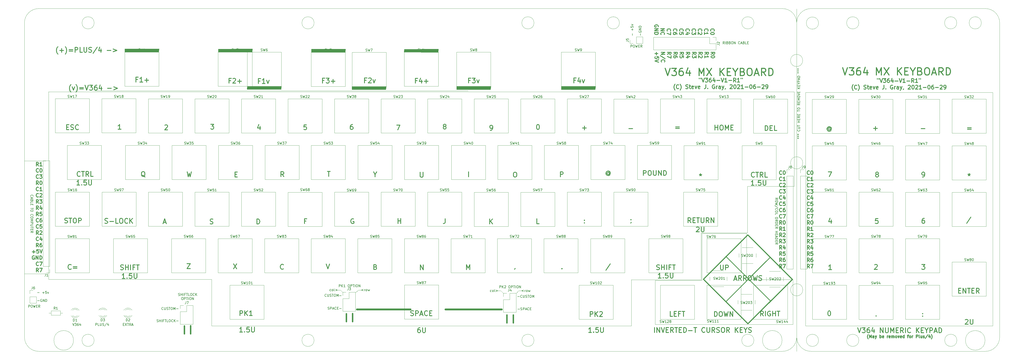
<source format=gbr>
G04 #@! TF.GenerationSoftware,KiCad,Pcbnew,(5.1.9)-1*
G04 #@! TF.CreationDate,2021-06-29T21:56:24-04:00*
G04 #@! TF.ProjectId,v364mx,76333634-6d78-42e6-9b69-6361645f7063,rev?*
G04 #@! TF.SameCoordinates,Original*
G04 #@! TF.FileFunction,Legend,Top*
G04 #@! TF.FilePolarity,Positive*
%FSLAX46Y46*%
G04 Gerber Fmt 4.6, Leading zero omitted, Abs format (unit mm)*
G04 Created by KiCad (PCBNEW (5.1.9)-1) date 2021-06-29 21:56:24*
%MOMM*%
%LPD*%
G01*
G04 APERTURE LIST*
%ADD10C,0.300000*%
%ADD11C,0.450000*%
%ADD12C,0.100000*%
%ADD13C,0.400000*%
%ADD14C,0.120000*%
%ADD15C,0.150000*%
G04 #@! TA.AperFunction,Profile*
%ADD16C,0.050000*%
G04 #@! TD*
%ADD17C,0.750000*%
%ADD18C,0.600000*%
G04 APERTURE END LIST*
D10*
X460265485Y-276704300D02*
X460208342Y-276647157D01*
X460094057Y-276475728D01*
X460036914Y-276361442D01*
X459979771Y-276190014D01*
X459922628Y-275904300D01*
X459922628Y-275675728D01*
X459979771Y-275390014D01*
X460036914Y-275218585D01*
X460094057Y-275104300D01*
X460208342Y-274932871D01*
X460265485Y-274875728D01*
X460722628Y-276247157D02*
X460722628Y-275047157D01*
X461122628Y-275904300D01*
X461522628Y-275047157D01*
X461522628Y-276247157D01*
X462608342Y-276247157D02*
X462608342Y-275618585D01*
X462551200Y-275504300D01*
X462436914Y-275447157D01*
X462208342Y-275447157D01*
X462094057Y-275504300D01*
X462608342Y-276190014D02*
X462494057Y-276247157D01*
X462208342Y-276247157D01*
X462094057Y-276190014D01*
X462036914Y-276075728D01*
X462036914Y-275961442D01*
X462094057Y-275847157D01*
X462208342Y-275790014D01*
X462494057Y-275790014D01*
X462608342Y-275732871D01*
X463065485Y-275447157D02*
X463351200Y-276247157D01*
X463636914Y-275447157D02*
X463351200Y-276247157D01*
X463236914Y-276532871D01*
X463179771Y-276590014D01*
X463065485Y-276647157D01*
X465008342Y-276247157D02*
X465008342Y-275047157D01*
X465008342Y-275504300D02*
X465122628Y-275447157D01*
X465351200Y-275447157D01*
X465465485Y-275504300D01*
X465522628Y-275561442D01*
X465579771Y-275675728D01*
X465579771Y-276018585D01*
X465522628Y-276132871D01*
X465465485Y-276190014D01*
X465351200Y-276247157D01*
X465122628Y-276247157D01*
X465008342Y-276190014D01*
X466551200Y-276190014D02*
X466436914Y-276247157D01*
X466208342Y-276247157D01*
X466094057Y-276190014D01*
X466036914Y-276075728D01*
X466036914Y-275618585D01*
X466094057Y-275504300D01*
X466208342Y-275447157D01*
X466436914Y-275447157D01*
X466551200Y-275504300D01*
X466608342Y-275618585D01*
X466608342Y-275732871D01*
X466036914Y-275847157D01*
X468036914Y-276247157D02*
X468036914Y-275447157D01*
X468036914Y-275675728D02*
X468094057Y-275561442D01*
X468151200Y-275504300D01*
X468265485Y-275447157D01*
X468379771Y-275447157D01*
X469236914Y-276190014D02*
X469122628Y-276247157D01*
X468894057Y-276247157D01*
X468779771Y-276190014D01*
X468722628Y-276075728D01*
X468722628Y-275618585D01*
X468779771Y-275504300D01*
X468894057Y-275447157D01*
X469122628Y-275447157D01*
X469236914Y-275504300D01*
X469294057Y-275618585D01*
X469294057Y-275732871D01*
X468722628Y-275847157D01*
X469808342Y-276247157D02*
X469808342Y-275447157D01*
X469808342Y-275561442D02*
X469865485Y-275504300D01*
X469979771Y-275447157D01*
X470151200Y-275447157D01*
X470265485Y-275504300D01*
X470322628Y-275618585D01*
X470322628Y-276247157D01*
X470322628Y-275618585D02*
X470379771Y-275504300D01*
X470494057Y-275447157D01*
X470665485Y-275447157D01*
X470779771Y-275504300D01*
X470836914Y-275618585D01*
X470836914Y-276247157D01*
X471579771Y-276247157D02*
X471465485Y-276190014D01*
X471408342Y-276132871D01*
X471351200Y-276018585D01*
X471351200Y-275675728D01*
X471408342Y-275561442D01*
X471465485Y-275504300D01*
X471579771Y-275447157D01*
X471751200Y-275447157D01*
X471865485Y-275504300D01*
X471922628Y-275561442D01*
X471979771Y-275675728D01*
X471979771Y-276018585D01*
X471922628Y-276132871D01*
X471865485Y-276190014D01*
X471751200Y-276247157D01*
X471579771Y-276247157D01*
X472379771Y-275447157D02*
X472665485Y-276247157D01*
X472951200Y-275447157D01*
X473865485Y-276190014D02*
X473751200Y-276247157D01*
X473522628Y-276247157D01*
X473408342Y-276190014D01*
X473351200Y-276075728D01*
X473351200Y-275618585D01*
X473408342Y-275504300D01*
X473522628Y-275447157D01*
X473751200Y-275447157D01*
X473865485Y-275504300D01*
X473922628Y-275618585D01*
X473922628Y-275732871D01*
X473351200Y-275847157D01*
X474951200Y-276247157D02*
X474951200Y-275047157D01*
X474951200Y-276190014D02*
X474836914Y-276247157D01*
X474608342Y-276247157D01*
X474494057Y-276190014D01*
X474436914Y-276132871D01*
X474379771Y-276018585D01*
X474379771Y-275675728D01*
X474436914Y-275561442D01*
X474494057Y-275504300D01*
X474608342Y-275447157D01*
X474836914Y-275447157D01*
X474951200Y-275504300D01*
X476265485Y-275447157D02*
X476722628Y-275447157D01*
X476436914Y-276247157D02*
X476436914Y-275218585D01*
X476494057Y-275104300D01*
X476608342Y-275047157D01*
X476722628Y-275047157D01*
X477294057Y-276247157D02*
X477179771Y-276190014D01*
X477122628Y-276132871D01*
X477065485Y-276018585D01*
X477065485Y-275675728D01*
X477122628Y-275561442D01*
X477179771Y-275504300D01*
X477294057Y-275447157D01*
X477465485Y-275447157D01*
X477579771Y-275504300D01*
X477636914Y-275561442D01*
X477694057Y-275675728D01*
X477694057Y-276018585D01*
X477636914Y-276132871D01*
X477579771Y-276190014D01*
X477465485Y-276247157D01*
X477294057Y-276247157D01*
X478208342Y-276247157D02*
X478208342Y-275447157D01*
X478208342Y-275675728D02*
X478265485Y-275561442D01*
X478322628Y-275504300D01*
X478436914Y-275447157D01*
X478551200Y-275447157D01*
X479865485Y-276247157D02*
X479865485Y-275047157D01*
X480322628Y-275047157D01*
X480436914Y-275104300D01*
X480494057Y-275161442D01*
X480551200Y-275275728D01*
X480551200Y-275447157D01*
X480494057Y-275561442D01*
X480436914Y-275618585D01*
X480322628Y-275675728D01*
X479865485Y-275675728D01*
X481236914Y-276247157D02*
X481122628Y-276190014D01*
X481065485Y-276075728D01*
X481065485Y-275047157D01*
X482208342Y-275447157D02*
X482208342Y-276247157D01*
X481694057Y-275447157D02*
X481694057Y-276075728D01*
X481751200Y-276190014D01*
X481865485Y-276247157D01*
X482036914Y-276247157D01*
X482151200Y-276190014D01*
X482208342Y-276132871D01*
X482722628Y-276190014D02*
X482836914Y-276247157D01*
X483065485Y-276247157D01*
X483179771Y-276190014D01*
X483236914Y-276075728D01*
X483236914Y-276018585D01*
X483179771Y-275904300D01*
X483065485Y-275847157D01*
X482894057Y-275847157D01*
X482779771Y-275790014D01*
X482722628Y-275675728D01*
X482722628Y-275618585D01*
X482779771Y-275504300D01*
X482894057Y-275447157D01*
X483065485Y-275447157D01*
X483179771Y-275504300D01*
X484608342Y-274990014D02*
X483579771Y-276532871D01*
X485522628Y-275447157D02*
X485522628Y-276247157D01*
X485236914Y-274990014D02*
X484951200Y-275847157D01*
X485694057Y-275847157D01*
X486036914Y-276704300D02*
X486094057Y-276647157D01*
X486208342Y-276475728D01*
X486265485Y-276361442D01*
X486322628Y-276190014D01*
X486379771Y-275904300D01*
X486379771Y-275675728D01*
X486322628Y-275390014D01*
X486265485Y-275218585D01*
X486208342Y-275104300D01*
X486094057Y-274932871D01*
X486036914Y-274875728D01*
D11*
X449692314Y-165603442D02*
X450692314Y-168603442D01*
X451692314Y-165603442D01*
X452406600Y-165603442D02*
X454263742Y-165603442D01*
X453263742Y-166746300D01*
X453692314Y-166746300D01*
X453978028Y-166889157D01*
X454120885Y-167032014D01*
X454263742Y-167317728D01*
X454263742Y-168032014D01*
X454120885Y-168317728D01*
X453978028Y-168460585D01*
X453692314Y-168603442D01*
X452835171Y-168603442D01*
X452549457Y-168460585D01*
X452406600Y-168317728D01*
X456835171Y-165603442D02*
X456263742Y-165603442D01*
X455978028Y-165746300D01*
X455835171Y-165889157D01*
X455549457Y-166317728D01*
X455406600Y-166889157D01*
X455406600Y-168032014D01*
X455549457Y-168317728D01*
X455692314Y-168460585D01*
X455978028Y-168603442D01*
X456549457Y-168603442D01*
X456835171Y-168460585D01*
X456978028Y-168317728D01*
X457120885Y-168032014D01*
X457120885Y-167317728D01*
X456978028Y-167032014D01*
X456835171Y-166889157D01*
X456549457Y-166746300D01*
X455978028Y-166746300D01*
X455692314Y-166889157D01*
X455549457Y-167032014D01*
X455406600Y-167317728D01*
X459692314Y-166603442D02*
X459692314Y-168603442D01*
X458978028Y-165460585D02*
X458263742Y-167603442D01*
X460120885Y-167603442D01*
X463549457Y-168603442D02*
X463549457Y-165603442D01*
X464549457Y-167746300D01*
X465549457Y-165603442D01*
X465549457Y-168603442D01*
X466692314Y-165603442D02*
X468692314Y-168603442D01*
X468692314Y-165603442D02*
X466692314Y-168603442D01*
X472120885Y-168603442D02*
X472120885Y-165603442D01*
X473835171Y-168603442D02*
X472549457Y-166889157D01*
X473835171Y-165603442D02*
X472120885Y-167317728D01*
X475120885Y-167032014D02*
X476120885Y-167032014D01*
X476549457Y-168603442D02*
X475120885Y-168603442D01*
X475120885Y-165603442D01*
X476549457Y-165603442D01*
X478406600Y-167174871D02*
X478406600Y-168603442D01*
X477406600Y-165603442D02*
X478406600Y-167174871D01*
X479406600Y-165603442D01*
X481406600Y-167032014D02*
X481835171Y-167174871D01*
X481978028Y-167317728D01*
X482120885Y-167603442D01*
X482120885Y-168032014D01*
X481978028Y-168317728D01*
X481835171Y-168460585D01*
X481549457Y-168603442D01*
X480406600Y-168603442D01*
X480406600Y-165603442D01*
X481406600Y-165603442D01*
X481692314Y-165746300D01*
X481835171Y-165889157D01*
X481978028Y-166174871D01*
X481978028Y-166460585D01*
X481835171Y-166746300D01*
X481692314Y-166889157D01*
X481406600Y-167032014D01*
X480406600Y-167032014D01*
X483978028Y-165603442D02*
X484549457Y-165603442D01*
X484835171Y-165746300D01*
X485120885Y-166032014D01*
X485263742Y-166603442D01*
X485263742Y-167603442D01*
X485120885Y-168174871D01*
X484835171Y-168460585D01*
X484549457Y-168603442D01*
X483978028Y-168603442D01*
X483692314Y-168460585D01*
X483406600Y-168174871D01*
X483263742Y-167603442D01*
X483263742Y-166603442D01*
X483406600Y-166032014D01*
X483692314Y-165746300D01*
X483978028Y-165603442D01*
X486406600Y-167746300D02*
X487835171Y-167746300D01*
X486120885Y-168603442D02*
X487120885Y-165603442D01*
X488120885Y-168603442D01*
X490835171Y-168603442D02*
X489835171Y-167174871D01*
X489120885Y-168603442D02*
X489120885Y-165603442D01*
X490263742Y-165603442D01*
X490549457Y-165746300D01*
X490692314Y-165889157D01*
X490835171Y-166174871D01*
X490835171Y-166603442D01*
X490692314Y-166889157D01*
X490549457Y-167032014D01*
X490263742Y-167174871D01*
X489120885Y-167174871D01*
X492120885Y-168603442D02*
X492120885Y-165603442D01*
X492835171Y-165603442D01*
X493263742Y-165746300D01*
X493549457Y-166032014D01*
X493692314Y-166317728D01*
X493835171Y-166889157D01*
X493835171Y-167317728D01*
X493692314Y-167889157D01*
X493549457Y-168174871D01*
X493263742Y-168460585D01*
X492835171Y-168603442D01*
X492120885Y-168603442D01*
D10*
X133890904Y-175593166D02*
X133795666Y-175497928D01*
X133605190Y-175212214D01*
X133509952Y-175021738D01*
X133414714Y-174736023D01*
X133319476Y-174259833D01*
X133319476Y-173878880D01*
X133414714Y-173402690D01*
X133509952Y-173116976D01*
X133605190Y-172926500D01*
X133795666Y-172640785D01*
X133890904Y-172545547D01*
X134462333Y-173497928D02*
X134938523Y-174831261D01*
X135414714Y-173497928D01*
X135986142Y-175593166D02*
X136081380Y-175497928D01*
X136271857Y-175212214D01*
X136367095Y-175021738D01*
X136462333Y-174736023D01*
X136557571Y-174259833D01*
X136557571Y-173878880D01*
X136462333Y-173402690D01*
X136367095Y-173116976D01*
X136271857Y-172926500D01*
X136081380Y-172640785D01*
X135986142Y-172545547D01*
X137509952Y-173783642D02*
X139033761Y-173783642D01*
X139033761Y-174355071D02*
X137509952Y-174355071D01*
X139700428Y-172831261D02*
X140367095Y-174831261D01*
X141033761Y-172831261D01*
X141509952Y-172831261D02*
X142748047Y-172831261D01*
X142081380Y-173593166D01*
X142367095Y-173593166D01*
X142557571Y-173688404D01*
X142652809Y-173783642D01*
X142748047Y-173974119D01*
X142748047Y-174450309D01*
X142652809Y-174640785D01*
X142557571Y-174736023D01*
X142367095Y-174831261D01*
X141795666Y-174831261D01*
X141605190Y-174736023D01*
X141509952Y-174640785D01*
X144462333Y-172831261D02*
X144081380Y-172831261D01*
X143890904Y-172926500D01*
X143795666Y-173021738D01*
X143605190Y-173307452D01*
X143509952Y-173688404D01*
X143509952Y-174450309D01*
X143605190Y-174640785D01*
X143700428Y-174736023D01*
X143890904Y-174831261D01*
X144271857Y-174831261D01*
X144462333Y-174736023D01*
X144557571Y-174640785D01*
X144652809Y-174450309D01*
X144652809Y-173974119D01*
X144557571Y-173783642D01*
X144462333Y-173688404D01*
X144271857Y-173593166D01*
X143890904Y-173593166D01*
X143700428Y-173688404D01*
X143605190Y-173783642D01*
X143509952Y-173974119D01*
X146367095Y-173497928D02*
X146367095Y-174831261D01*
X145890904Y-172736023D02*
X145414714Y-174164595D01*
X146652809Y-174164595D01*
X148938523Y-174069357D02*
X150462333Y-174069357D01*
X151414714Y-173497928D02*
X152938523Y-174069357D01*
X151414714Y-174640785D01*
D12*
G36*
X348488000Y-174599600D02*
G01*
X334568800Y-174586900D01*
X334594200Y-173342300D01*
X348602300Y-173304200D01*
X348488000Y-174599600D01*
G37*
X348488000Y-174599600D02*
X334568800Y-174586900D01*
X334594200Y-173342300D01*
X348602300Y-173304200D01*
X348488000Y-174599600D01*
G36*
X305638200Y-174599600D02*
G01*
X291719000Y-174586900D01*
X291744400Y-173342300D01*
X305752500Y-173304200D01*
X305638200Y-174599600D01*
G37*
X305638200Y-174599600D02*
X291719000Y-174586900D01*
X291744400Y-173342300D01*
X305752500Y-173304200D01*
X305638200Y-174599600D01*
G36*
X262813800Y-174561500D02*
G01*
X248894600Y-174548800D01*
X248920000Y-173304200D01*
X262928100Y-173266100D01*
X262813800Y-174561500D01*
G37*
X262813800Y-174561500D02*
X248894600Y-174548800D01*
X248920000Y-173304200D01*
X262928100Y-173266100D01*
X262813800Y-174561500D01*
G36*
X284187900Y-159296100D02*
G01*
X270268700Y-159283400D01*
X270294100Y-158038800D01*
X284302200Y-158000700D01*
X284187900Y-159296100D01*
G37*
X284187900Y-159296100D02*
X270268700Y-159283400D01*
X270294100Y-158038800D01*
X284302200Y-158000700D01*
X284187900Y-159296100D01*
G36*
X246189500Y-159245300D02*
G01*
X232270300Y-159232600D01*
X232295700Y-157988000D01*
X246303800Y-157949900D01*
X246189500Y-159245300D01*
G37*
X246189500Y-159245300D02*
X232270300Y-159232600D01*
X232295700Y-157988000D01*
X246303800Y-157949900D01*
X246189500Y-159245300D01*
G36*
X169837100Y-159169100D02*
G01*
X155917900Y-159156400D01*
X155943300Y-157911800D01*
X169951400Y-157873700D01*
X169837100Y-159169100D01*
G37*
X169837100Y-159169100D02*
X155917900Y-159156400D01*
X155943300Y-157911800D01*
X169951400Y-157873700D01*
X169837100Y-159169100D01*
G36*
X208089500Y-159232600D02*
G01*
X194170300Y-159219900D01*
X194195700Y-157975300D01*
X208203800Y-157937200D01*
X208089500Y-159232600D01*
G37*
X208089500Y-159232600D02*
X194170300Y-159219900D01*
X194195700Y-157975300D01*
X208203800Y-157937200D01*
X208089500Y-159232600D01*
G36*
X219925900Y-174498000D02*
G01*
X206006700Y-174485300D01*
X206032100Y-173240700D01*
X220040200Y-173202600D01*
X219925900Y-174498000D01*
G37*
X219925900Y-174498000D02*
X206006700Y-174485300D01*
X206032100Y-173240700D01*
X220040200Y-173202600D01*
X219925900Y-174498000D01*
D10*
X128563576Y-160061066D02*
X128468338Y-159965828D01*
X128277861Y-159680114D01*
X128182623Y-159489638D01*
X128087385Y-159203923D01*
X127992147Y-158727733D01*
X127992147Y-158346780D01*
X128087385Y-157870590D01*
X128182623Y-157584876D01*
X128277861Y-157394400D01*
X128468338Y-157108685D01*
X128563576Y-157013447D01*
X129325480Y-158537257D02*
X130849290Y-158537257D01*
X130087385Y-159299161D02*
X130087385Y-157775352D01*
X131611195Y-160061066D02*
X131706433Y-159965828D01*
X131896909Y-159680114D01*
X131992147Y-159489638D01*
X132087385Y-159203923D01*
X132182623Y-158727733D01*
X132182623Y-158346780D01*
X132087385Y-157870590D01*
X131992147Y-157584876D01*
X131896909Y-157394400D01*
X131706433Y-157108685D01*
X131611195Y-157013447D01*
X133135004Y-158251542D02*
X134658814Y-158251542D01*
X134658814Y-158822971D02*
X133135004Y-158822971D01*
X135611195Y-159299161D02*
X135611195Y-157299161D01*
X136373100Y-157299161D01*
X136563576Y-157394400D01*
X136658814Y-157489638D01*
X136754052Y-157680114D01*
X136754052Y-157965828D01*
X136658814Y-158156304D01*
X136563576Y-158251542D01*
X136373100Y-158346780D01*
X135611195Y-158346780D01*
X138563576Y-159299161D02*
X137611195Y-159299161D01*
X137611195Y-157299161D01*
X139230242Y-157299161D02*
X139230242Y-158918209D01*
X139325480Y-159108685D01*
X139420719Y-159203923D01*
X139611195Y-159299161D01*
X139992147Y-159299161D01*
X140182623Y-159203923D01*
X140277861Y-159108685D01*
X140373100Y-158918209D01*
X140373100Y-157299161D01*
X141230242Y-159203923D02*
X141515957Y-159299161D01*
X141992147Y-159299161D01*
X142182623Y-159203923D01*
X142277861Y-159108685D01*
X142373100Y-158918209D01*
X142373100Y-158727733D01*
X142277861Y-158537257D01*
X142182623Y-158442019D01*
X141992147Y-158346780D01*
X141611195Y-158251542D01*
X141420719Y-158156304D01*
X141325480Y-158061066D01*
X141230242Y-157870590D01*
X141230242Y-157680114D01*
X141325480Y-157489638D01*
X141420719Y-157394400D01*
X141611195Y-157299161D01*
X142087385Y-157299161D01*
X142373100Y-157394400D01*
X144658814Y-157203923D02*
X142944528Y-159775352D01*
X146182623Y-157965828D02*
X146182623Y-159299161D01*
X145706433Y-157203923D02*
X145230242Y-158632495D01*
X146468338Y-158632495D01*
X148754052Y-158537257D02*
X150277861Y-158537257D01*
X151230242Y-157965828D02*
X152754052Y-158537257D01*
X151230242Y-159108685D01*
X340404628Y-170786442D02*
X339737961Y-170786442D01*
X339737961Y-171834061D02*
X339737961Y-169834061D01*
X340690342Y-169834061D01*
X342309390Y-170500728D02*
X342309390Y-171834061D01*
X341833200Y-169738823D02*
X341357009Y-171167395D01*
X342595104Y-171167395D01*
X343166533Y-170500728D02*
X343642723Y-171834061D01*
X344118914Y-170500728D01*
X297288128Y-170849942D02*
X296621461Y-170849942D01*
X296621461Y-171897561D02*
X296621461Y-169897561D01*
X297573842Y-169897561D01*
X298145271Y-169897561D02*
X299383366Y-169897561D01*
X298716700Y-170659466D01*
X299002414Y-170659466D01*
X299192890Y-170754704D01*
X299288128Y-170849942D01*
X299383366Y-171040419D01*
X299383366Y-171516609D01*
X299288128Y-171707085D01*
X299192890Y-171802323D01*
X299002414Y-171897561D01*
X298430985Y-171897561D01*
X298240509Y-171802323D01*
X298145271Y-171707085D01*
X300050033Y-170564228D02*
X300526223Y-171897561D01*
X301002414Y-170564228D01*
X254755828Y-170799142D02*
X254089161Y-170799142D01*
X254089161Y-171846761D02*
X254089161Y-169846761D01*
X255041542Y-169846761D01*
X255708209Y-170037238D02*
X255803447Y-169942000D01*
X255993923Y-169846761D01*
X256470114Y-169846761D01*
X256660590Y-169942000D01*
X256755828Y-170037238D01*
X256851066Y-170227714D01*
X256851066Y-170418190D01*
X256755828Y-170703904D01*
X255612971Y-171846761D01*
X256851066Y-171846761D01*
X257517733Y-170513428D02*
X257993923Y-171846761D01*
X258470114Y-170513428D01*
X211283728Y-171065842D02*
X210617061Y-171065842D01*
X210617061Y-172113461D02*
X210617061Y-170113461D01*
X211569442Y-170113461D01*
X213378966Y-172113461D02*
X212236109Y-172113461D01*
X212807538Y-172113461D02*
X212807538Y-170113461D01*
X212617061Y-170399176D01*
X212426585Y-170589652D01*
X212236109Y-170684890D01*
X214045633Y-170780128D02*
X214521823Y-172113461D01*
X214998014Y-170780128D01*
X395898528Y-160171985D02*
X396612814Y-159671985D01*
X395898528Y-159314842D02*
X397398528Y-159314842D01*
X397398528Y-159886271D01*
X397327100Y-160029128D01*
X397255671Y-160100557D01*
X397112814Y-160171985D01*
X396898528Y-160171985D01*
X396755671Y-160100557D01*
X396684242Y-160029128D01*
X396612814Y-159886271D01*
X396612814Y-159314842D01*
X397398528Y-161100557D02*
X397398528Y-161243414D01*
X397327100Y-161386271D01*
X397255671Y-161457700D01*
X397112814Y-161529128D01*
X396827100Y-161600557D01*
X396469957Y-161600557D01*
X396184242Y-161529128D01*
X396041385Y-161457700D01*
X395969957Y-161386271D01*
X395898528Y-161243414D01*
X395898528Y-161100557D01*
X395969957Y-160957700D01*
X396041385Y-160886271D01*
X396184242Y-160814842D01*
X396469957Y-160743414D01*
X396827100Y-160743414D01*
X397112814Y-160814842D01*
X397255671Y-160886271D01*
X397327100Y-160957700D01*
X397398528Y-161100557D01*
X393348528Y-160171985D02*
X394062814Y-159671985D01*
X393348528Y-159314842D02*
X394848528Y-159314842D01*
X394848528Y-159886271D01*
X394777100Y-160029128D01*
X394705671Y-160100557D01*
X394562814Y-160171985D01*
X394348528Y-160171985D01*
X394205671Y-160100557D01*
X394134242Y-160029128D01*
X394062814Y-159886271D01*
X394062814Y-159314842D01*
X393348528Y-161600557D02*
X393348528Y-160743414D01*
X393348528Y-161171985D02*
X394848528Y-161171985D01*
X394634242Y-161029128D01*
X394491385Y-160886271D01*
X394419957Y-160743414D01*
X390798528Y-160171985D02*
X391512814Y-159671985D01*
X390798528Y-159314842D02*
X392298528Y-159314842D01*
X392298528Y-159886271D01*
X392227100Y-160029128D01*
X392155671Y-160100557D01*
X392012814Y-160171985D01*
X391798528Y-160171985D01*
X391655671Y-160100557D01*
X391584242Y-160029128D01*
X391512814Y-159886271D01*
X391512814Y-159314842D01*
X392155671Y-160743414D02*
X392227100Y-160814842D01*
X392298528Y-160957700D01*
X392298528Y-161314842D01*
X392227100Y-161457700D01*
X392155671Y-161529128D01*
X392012814Y-161600557D01*
X391869957Y-161600557D01*
X391655671Y-161529128D01*
X390798528Y-160671985D01*
X390798528Y-161600557D01*
X388248528Y-160171985D02*
X388962814Y-159671985D01*
X388248528Y-159314842D02*
X389748528Y-159314842D01*
X389748528Y-159886271D01*
X389677100Y-160029128D01*
X389605671Y-160100557D01*
X389462814Y-160171985D01*
X389248528Y-160171985D01*
X389105671Y-160100557D01*
X389034242Y-160029128D01*
X388962814Y-159886271D01*
X388962814Y-159314842D01*
X389748528Y-160671985D02*
X389748528Y-161600557D01*
X389177100Y-161100557D01*
X389177100Y-161314842D01*
X389105671Y-161457700D01*
X389034242Y-161529128D01*
X388891385Y-161600557D01*
X388534242Y-161600557D01*
X388391385Y-161529128D01*
X388319957Y-161457700D01*
X388248528Y-161314842D01*
X388248528Y-160886271D01*
X388319957Y-160743414D01*
X388391385Y-160671985D01*
X385698528Y-160171985D02*
X386412814Y-159671985D01*
X385698528Y-159314842D02*
X387198528Y-159314842D01*
X387198528Y-159886271D01*
X387127100Y-160029128D01*
X387055671Y-160100557D01*
X386912814Y-160171985D01*
X386698528Y-160171985D01*
X386555671Y-160100557D01*
X386484242Y-160029128D01*
X386412814Y-159886271D01*
X386412814Y-159314842D01*
X386698528Y-161457700D02*
X385698528Y-161457700D01*
X387269957Y-161100557D02*
X386198528Y-160743414D01*
X386198528Y-161671985D01*
X383148528Y-160171985D02*
X383862814Y-159671985D01*
X383148528Y-159314842D02*
X384648528Y-159314842D01*
X384648528Y-159886271D01*
X384577100Y-160029128D01*
X384505671Y-160100557D01*
X384362814Y-160171985D01*
X384148528Y-160171985D01*
X384005671Y-160100557D01*
X383934242Y-160029128D01*
X383862814Y-159886271D01*
X383862814Y-159314842D01*
X384648528Y-161529128D02*
X384648528Y-160814842D01*
X383934242Y-160743414D01*
X384005671Y-160814842D01*
X384077100Y-160957700D01*
X384077100Y-161314842D01*
X384005671Y-161457700D01*
X383934242Y-161529128D01*
X383791385Y-161600557D01*
X383434242Y-161600557D01*
X383291385Y-161529128D01*
X383219957Y-161457700D01*
X383148528Y-161314842D01*
X383148528Y-160957700D01*
X383219957Y-160814842D01*
X383291385Y-160743414D01*
X380598528Y-160171985D02*
X381312814Y-159671985D01*
X380598528Y-159314842D02*
X382098528Y-159314842D01*
X382098528Y-159886271D01*
X382027100Y-160029128D01*
X381955671Y-160100557D01*
X381812814Y-160171985D01*
X381598528Y-160171985D01*
X381455671Y-160100557D01*
X381384242Y-160029128D01*
X381312814Y-159886271D01*
X381312814Y-159314842D01*
X382098528Y-161457700D02*
X382098528Y-161171985D01*
X382027100Y-161029128D01*
X381955671Y-160957700D01*
X381741385Y-160814842D01*
X381455671Y-160743414D01*
X380884242Y-160743414D01*
X380741385Y-160814842D01*
X380669957Y-160886271D01*
X380598528Y-161029128D01*
X380598528Y-161314842D01*
X380669957Y-161457700D01*
X380741385Y-161529128D01*
X380884242Y-161600557D01*
X381241385Y-161600557D01*
X381384242Y-161529128D01*
X381455671Y-161457700D01*
X381527100Y-161314842D01*
X381527100Y-161029128D01*
X381455671Y-160886271D01*
X381384242Y-160814842D01*
X381241385Y-160743414D01*
X378048528Y-160171985D02*
X378762814Y-159671985D01*
X378048528Y-159314842D02*
X379548528Y-159314842D01*
X379548528Y-159886271D01*
X379477100Y-160029128D01*
X379405671Y-160100557D01*
X379262814Y-160171985D01*
X379048528Y-160171985D01*
X378905671Y-160100557D01*
X378834242Y-160029128D01*
X378762814Y-159886271D01*
X378762814Y-159314842D01*
X379548528Y-160671985D02*
X379548528Y-161671985D01*
X378048528Y-161029128D01*
X375498528Y-159314842D02*
X376998528Y-159314842D01*
X375498528Y-160171985D01*
X376998528Y-160171985D01*
X377069957Y-161957700D02*
X375141385Y-160671985D01*
X375641385Y-163314842D02*
X375569957Y-163243414D01*
X375498528Y-163029128D01*
X375498528Y-162886271D01*
X375569957Y-162671985D01*
X375712814Y-162529128D01*
X375855671Y-162457700D01*
X376141385Y-162386271D01*
X376355671Y-162386271D01*
X376641385Y-162457700D01*
X376784242Y-162529128D01*
X376927100Y-162671985D01*
X376998528Y-162886271D01*
X376998528Y-163029128D01*
X376927100Y-163243414D01*
X376855671Y-163314842D01*
X373519957Y-159314842D02*
X373519957Y-160457700D01*
X372948528Y-159886271D02*
X374091385Y-159886271D01*
X374448528Y-161886271D02*
X374448528Y-161171985D01*
X373734242Y-161100557D01*
X373805671Y-161171985D01*
X373877100Y-161314842D01*
X373877100Y-161671985D01*
X373805671Y-161814842D01*
X373734242Y-161886271D01*
X373591385Y-161957700D01*
X373234242Y-161957700D01*
X373091385Y-161886271D01*
X373019957Y-161814842D01*
X372948528Y-161671985D01*
X372948528Y-161314842D01*
X373019957Y-161171985D01*
X373091385Y-161100557D01*
X374448528Y-162386271D02*
X372948528Y-162886271D01*
X374448528Y-163386271D01*
X410972000Y-252425200D02*
X420154100Y-243243100D01*
X401955000Y-242887500D02*
X420268400Y-261200900D01*
X411200600Y-252196600D02*
X401993100Y-261404100D01*
D13*
X429158400Y-252285500D02*
X410933900Y-234061000D01*
X392747500Y-252234700D02*
X410895800Y-234086400D01*
X410972000Y-270459200D02*
X392747500Y-252234700D01*
X429158400Y-252272800D02*
X410972000Y-270459200D01*
D14*
X410984700Y-270459200D02*
X402742400Y-262216900D01*
X418871400Y-262572500D02*
X410984700Y-270459200D01*
X392772900Y-252209300D02*
X400443700Y-259880100D01*
X400697700Y-244284500D02*
X392772900Y-252209300D01*
X421347900Y-260083300D02*
X429158400Y-252272800D01*
X408419300Y-249364500D02*
X408419300Y-243103400D01*
D10*
X375463038Y-251767861D02*
X374320180Y-251767861D01*
X374891609Y-251767861D02*
X374891609Y-249767861D01*
X374701133Y-250053576D01*
X374510657Y-250244052D01*
X374320180Y-250339290D01*
X376320180Y-251577385D02*
X376415419Y-251672623D01*
X376320180Y-251767861D01*
X376224942Y-251672623D01*
X376320180Y-251577385D01*
X376320180Y-251767861D01*
X378224942Y-249767861D02*
X377272561Y-249767861D01*
X377177323Y-250720242D01*
X377272561Y-250625004D01*
X377463038Y-250529766D01*
X377939228Y-250529766D01*
X378129704Y-250625004D01*
X378224942Y-250720242D01*
X378320180Y-250910719D01*
X378320180Y-251386909D01*
X378224942Y-251577385D01*
X378129704Y-251672623D01*
X377939228Y-251767861D01*
X377463038Y-251767861D01*
X377272561Y-251672623D01*
X377177323Y-251577385D01*
X379177323Y-249767861D02*
X379177323Y-251386909D01*
X379272561Y-251577385D01*
X379367800Y-251672623D01*
X379558276Y-251767861D01*
X379939228Y-251767861D01*
X380129704Y-251672623D01*
X380224942Y-251577385D01*
X380320180Y-251386909D01*
X380320180Y-249767861D01*
X405378352Y-252199733D02*
X406330733Y-252199733D01*
X405187876Y-252771161D02*
X405854542Y-250771161D01*
X406521209Y-252771161D01*
X408330733Y-252771161D02*
X407664066Y-251818780D01*
X407187876Y-252771161D02*
X407187876Y-250771161D01*
X407949780Y-250771161D01*
X408140257Y-250866400D01*
X408235495Y-250961638D01*
X408330733Y-251152114D01*
X408330733Y-251437828D01*
X408235495Y-251628304D01*
X408140257Y-251723542D01*
X407949780Y-251818780D01*
X407187876Y-251818780D01*
X410330733Y-252771161D02*
X409664066Y-251818780D01*
X409187876Y-252771161D02*
X409187876Y-250771161D01*
X409949780Y-250771161D01*
X410140257Y-250866400D01*
X410235495Y-250961638D01*
X410330733Y-251152114D01*
X410330733Y-251437828D01*
X410235495Y-251628304D01*
X410140257Y-251723542D01*
X409949780Y-251818780D01*
X409187876Y-251818780D01*
X411568828Y-250771161D02*
X411949780Y-250771161D01*
X412140257Y-250866400D01*
X412330733Y-251056876D01*
X412425971Y-251437828D01*
X412425971Y-252104495D01*
X412330733Y-252485447D01*
X412140257Y-252675923D01*
X411949780Y-252771161D01*
X411568828Y-252771161D01*
X411378352Y-252675923D01*
X411187876Y-252485447D01*
X411092638Y-252104495D01*
X411092638Y-251437828D01*
X411187876Y-251056876D01*
X411378352Y-250866400D01*
X411568828Y-250771161D01*
X413092638Y-250771161D02*
X413568828Y-252771161D01*
X413949780Y-251342590D01*
X414330733Y-252771161D01*
X414806923Y-250771161D01*
X415473590Y-252675923D02*
X415759304Y-252771161D01*
X416235495Y-252771161D01*
X416425971Y-252675923D01*
X416521209Y-252580685D01*
X416616447Y-252390209D01*
X416616447Y-252199733D01*
X416521209Y-252009257D01*
X416425971Y-251914019D01*
X416235495Y-251818780D01*
X415854542Y-251723542D01*
X415664066Y-251628304D01*
X415568828Y-251533066D01*
X415473590Y-251342590D01*
X415473590Y-251152114D01*
X415568828Y-250961638D01*
X415664066Y-250866400D01*
X415854542Y-250771161D01*
X416330733Y-250771161D01*
X416616447Y-250866400D01*
D14*
X186664600Y-252336300D02*
X191490600Y-252336300D01*
X391769600Y-252437900D02*
X363308900Y-252437900D01*
D10*
X455928985Y-272145261D02*
X456595652Y-274145261D01*
X457262319Y-272145261D01*
X457738509Y-272145261D02*
X458976604Y-272145261D01*
X458309938Y-272907166D01*
X458595652Y-272907166D01*
X458786128Y-273002404D01*
X458881366Y-273097642D01*
X458976604Y-273288119D01*
X458976604Y-273764309D01*
X458881366Y-273954785D01*
X458786128Y-274050023D01*
X458595652Y-274145261D01*
X458024223Y-274145261D01*
X457833747Y-274050023D01*
X457738509Y-273954785D01*
X460690890Y-272145261D02*
X460309938Y-272145261D01*
X460119461Y-272240500D01*
X460024223Y-272335738D01*
X459833747Y-272621452D01*
X459738509Y-273002404D01*
X459738509Y-273764309D01*
X459833747Y-273954785D01*
X459928985Y-274050023D01*
X460119461Y-274145261D01*
X460500414Y-274145261D01*
X460690890Y-274050023D01*
X460786128Y-273954785D01*
X460881366Y-273764309D01*
X460881366Y-273288119D01*
X460786128Y-273097642D01*
X460690890Y-273002404D01*
X460500414Y-272907166D01*
X460119461Y-272907166D01*
X459928985Y-273002404D01*
X459833747Y-273097642D01*
X459738509Y-273288119D01*
X462595652Y-272811928D02*
X462595652Y-274145261D01*
X462119461Y-272050023D02*
X461643271Y-273478595D01*
X462881366Y-273478595D01*
X465167080Y-274145261D02*
X465167080Y-272145261D01*
X466309938Y-274145261D01*
X466309938Y-272145261D01*
X467262319Y-272145261D02*
X467262319Y-273764309D01*
X467357557Y-273954785D01*
X467452795Y-274050023D01*
X467643271Y-274145261D01*
X468024223Y-274145261D01*
X468214700Y-274050023D01*
X468309938Y-273954785D01*
X468405176Y-273764309D01*
X468405176Y-272145261D01*
X469357557Y-274145261D02*
X469357557Y-272145261D01*
X470024223Y-273573833D01*
X470690890Y-272145261D01*
X470690890Y-274145261D01*
X471643271Y-273097642D02*
X472309938Y-273097642D01*
X472595652Y-274145261D02*
X471643271Y-274145261D01*
X471643271Y-272145261D01*
X472595652Y-272145261D01*
X474595652Y-274145261D02*
X473928985Y-273192880D01*
X473452795Y-274145261D02*
X473452795Y-272145261D01*
X474214700Y-272145261D01*
X474405176Y-272240500D01*
X474500414Y-272335738D01*
X474595652Y-272526214D01*
X474595652Y-272811928D01*
X474500414Y-273002404D01*
X474405176Y-273097642D01*
X474214700Y-273192880D01*
X473452795Y-273192880D01*
X475452795Y-274145261D02*
X475452795Y-272145261D01*
X477548033Y-273954785D02*
X477452795Y-274050023D01*
X477167080Y-274145261D01*
X476976604Y-274145261D01*
X476690890Y-274050023D01*
X476500414Y-273859547D01*
X476405176Y-273669071D01*
X476309938Y-273288119D01*
X476309938Y-273002404D01*
X476405176Y-272621452D01*
X476500414Y-272430976D01*
X476690890Y-272240500D01*
X476976604Y-272145261D01*
X477167080Y-272145261D01*
X477452795Y-272240500D01*
X477548033Y-272335738D01*
X479928985Y-274145261D02*
X479928985Y-272145261D01*
X481071842Y-274145261D02*
X480214700Y-273002404D01*
X481071842Y-272145261D02*
X479928985Y-273288119D01*
X481928985Y-273097642D02*
X482595652Y-273097642D01*
X482881366Y-274145261D02*
X481928985Y-274145261D01*
X481928985Y-272145261D01*
X482881366Y-272145261D01*
X484119461Y-273192880D02*
X484119461Y-274145261D01*
X483452795Y-272145261D02*
X484119461Y-273192880D01*
X484786128Y-272145261D01*
X485452795Y-274145261D02*
X485452795Y-272145261D01*
X486214700Y-272145261D01*
X486405176Y-272240500D01*
X486500414Y-272335738D01*
X486595652Y-272526214D01*
X486595652Y-272811928D01*
X486500414Y-273002404D01*
X486405176Y-273097642D01*
X486214700Y-273192880D01*
X485452795Y-273192880D01*
X487357557Y-273573833D02*
X488309938Y-273573833D01*
X487167080Y-274145261D02*
X487833747Y-272145261D01*
X488500414Y-274145261D01*
X489167080Y-274145261D02*
X489167080Y-272145261D01*
X489643271Y-272145261D01*
X489928985Y-272240500D01*
X490119461Y-272430976D01*
X490214700Y-272621452D01*
X490309938Y-273002404D01*
X490309938Y-273288119D01*
X490214700Y-273669071D01*
X490119461Y-273859547D01*
X489928985Y-274050023D01*
X489643271Y-274145261D01*
X489167080Y-274145261D01*
X463932109Y-170074709D02*
X463932109Y-170379471D01*
X464541633Y-170074709D02*
X464541633Y-170379471D01*
X464998776Y-170074709D02*
X465532109Y-171674709D01*
X466065442Y-170074709D01*
X466446395Y-170074709D02*
X467436871Y-170074709D01*
X466903538Y-170684233D01*
X467132109Y-170684233D01*
X467284490Y-170760423D01*
X467360680Y-170836614D01*
X467436871Y-170988995D01*
X467436871Y-171369947D01*
X467360680Y-171522328D01*
X467284490Y-171598519D01*
X467132109Y-171674709D01*
X466674966Y-171674709D01*
X466522585Y-171598519D01*
X466446395Y-171522328D01*
X468808300Y-170074709D02*
X468503538Y-170074709D01*
X468351157Y-170150900D01*
X468274966Y-170227090D01*
X468122585Y-170455661D01*
X468046395Y-170760423D01*
X468046395Y-171369947D01*
X468122585Y-171522328D01*
X468198776Y-171598519D01*
X468351157Y-171674709D01*
X468655919Y-171674709D01*
X468808300Y-171598519D01*
X468884490Y-171522328D01*
X468960680Y-171369947D01*
X468960680Y-170988995D01*
X468884490Y-170836614D01*
X468808300Y-170760423D01*
X468655919Y-170684233D01*
X468351157Y-170684233D01*
X468198776Y-170760423D01*
X468122585Y-170836614D01*
X468046395Y-170988995D01*
X470332109Y-170608042D02*
X470332109Y-171674709D01*
X469951157Y-169998519D02*
X469570204Y-171141376D01*
X470560680Y-171141376D01*
X471170204Y-171065185D02*
X472389252Y-171065185D01*
X472922585Y-170074709D02*
X473455919Y-171674709D01*
X473989252Y-170074709D01*
X475360680Y-171674709D02*
X474446395Y-171674709D01*
X474903538Y-171674709D02*
X474903538Y-170074709D01*
X474751157Y-170303280D01*
X474598776Y-170455661D01*
X474446395Y-170531852D01*
X476046395Y-171065185D02*
X477265442Y-171065185D01*
X478941633Y-171674709D02*
X478408300Y-170912804D01*
X478027347Y-171674709D02*
X478027347Y-170074709D01*
X478636871Y-170074709D01*
X478789252Y-170150900D01*
X478865442Y-170227090D01*
X478941633Y-170379471D01*
X478941633Y-170608042D01*
X478865442Y-170760423D01*
X478789252Y-170836614D01*
X478636871Y-170912804D01*
X478027347Y-170912804D01*
X480465442Y-171674709D02*
X479551157Y-171674709D01*
X480008300Y-171674709D02*
X480008300Y-170074709D01*
X479855919Y-170303280D01*
X479703538Y-170455661D01*
X479551157Y-170531852D01*
X481074966Y-170074709D02*
X481074966Y-170379471D01*
X481684490Y-170074709D02*
X481684490Y-170379471D01*
X454065442Y-174984233D02*
X453989252Y-174908042D01*
X453836871Y-174679471D01*
X453760680Y-174527090D01*
X453684490Y-174298519D01*
X453608300Y-173917566D01*
X453608300Y-173612804D01*
X453684490Y-173231852D01*
X453760680Y-173003280D01*
X453836871Y-172850900D01*
X453989252Y-172622328D01*
X454065442Y-172546138D01*
X455589252Y-174222328D02*
X455513061Y-174298519D01*
X455284490Y-174374709D01*
X455132109Y-174374709D01*
X454903538Y-174298519D01*
X454751157Y-174146138D01*
X454674966Y-173993757D01*
X454598776Y-173688995D01*
X454598776Y-173460423D01*
X454674966Y-173155661D01*
X454751157Y-173003280D01*
X454903538Y-172850900D01*
X455132109Y-172774709D01*
X455284490Y-172774709D01*
X455513061Y-172850900D01*
X455589252Y-172927090D01*
X456122585Y-174984233D02*
X456198776Y-174908042D01*
X456351157Y-174679471D01*
X456427347Y-174527090D01*
X456503538Y-174298519D01*
X456579728Y-173917566D01*
X456579728Y-173612804D01*
X456503538Y-173231852D01*
X456427347Y-173003280D01*
X456351157Y-172850900D01*
X456198776Y-172622328D01*
X456122585Y-172546138D01*
X458484490Y-174298519D02*
X458713061Y-174374709D01*
X459094014Y-174374709D01*
X459246395Y-174298519D01*
X459322585Y-174222328D01*
X459398776Y-174069947D01*
X459398776Y-173917566D01*
X459322585Y-173765185D01*
X459246395Y-173688995D01*
X459094014Y-173612804D01*
X458789252Y-173536614D01*
X458636871Y-173460423D01*
X458560680Y-173384233D01*
X458484490Y-173231852D01*
X458484490Y-173079471D01*
X458560680Y-172927090D01*
X458636871Y-172850900D01*
X458789252Y-172774709D01*
X459170204Y-172774709D01*
X459398776Y-172850900D01*
X459855919Y-173308042D02*
X460465442Y-173308042D01*
X460084490Y-172774709D02*
X460084490Y-174146138D01*
X460160680Y-174298519D01*
X460313061Y-174374709D01*
X460465442Y-174374709D01*
X461608300Y-174298519D02*
X461455919Y-174374709D01*
X461151157Y-174374709D01*
X460998776Y-174298519D01*
X460922585Y-174146138D01*
X460922585Y-173536614D01*
X460998776Y-173384233D01*
X461151157Y-173308042D01*
X461455919Y-173308042D01*
X461608300Y-173384233D01*
X461684490Y-173536614D01*
X461684490Y-173688995D01*
X460922585Y-173841376D01*
X462217823Y-173308042D02*
X462598776Y-174374709D01*
X462979728Y-173308042D01*
X464198776Y-174298519D02*
X464046395Y-174374709D01*
X463741633Y-174374709D01*
X463589252Y-174298519D01*
X463513061Y-174146138D01*
X463513061Y-173536614D01*
X463589252Y-173384233D01*
X463741633Y-173308042D01*
X464046395Y-173308042D01*
X464198776Y-173384233D01*
X464274966Y-173536614D01*
X464274966Y-173688995D01*
X463513061Y-173841376D01*
X466636871Y-172774709D02*
X466636871Y-173917566D01*
X466560680Y-174146138D01*
X466408300Y-174298519D01*
X466179728Y-174374709D01*
X466027347Y-174374709D01*
X467398776Y-174222328D02*
X467474966Y-174298519D01*
X467398776Y-174374709D01*
X467322585Y-174298519D01*
X467398776Y-174222328D01*
X467398776Y-174374709D01*
X470217823Y-172850900D02*
X470065442Y-172774709D01*
X469836871Y-172774709D01*
X469608300Y-172850900D01*
X469455919Y-173003280D01*
X469379728Y-173155661D01*
X469303538Y-173460423D01*
X469303538Y-173688995D01*
X469379728Y-173993757D01*
X469455919Y-174146138D01*
X469608300Y-174298519D01*
X469836871Y-174374709D01*
X469989252Y-174374709D01*
X470217823Y-174298519D01*
X470294014Y-174222328D01*
X470294014Y-173688995D01*
X469989252Y-173688995D01*
X470979728Y-174374709D02*
X470979728Y-173308042D01*
X470979728Y-173612804D02*
X471055919Y-173460423D01*
X471132109Y-173384233D01*
X471284490Y-173308042D01*
X471436871Y-173308042D01*
X472655919Y-174374709D02*
X472655919Y-173536614D01*
X472579728Y-173384233D01*
X472427347Y-173308042D01*
X472122585Y-173308042D01*
X471970204Y-173384233D01*
X472655919Y-174298519D02*
X472503538Y-174374709D01*
X472122585Y-174374709D01*
X471970204Y-174298519D01*
X471894014Y-174146138D01*
X471894014Y-173993757D01*
X471970204Y-173841376D01*
X472122585Y-173765185D01*
X472503538Y-173765185D01*
X472655919Y-173688995D01*
X473265442Y-173308042D02*
X473646395Y-174374709D01*
X474027347Y-173308042D02*
X473646395Y-174374709D01*
X473494014Y-174755661D01*
X473417823Y-174831852D01*
X473265442Y-174908042D01*
X474713061Y-174298519D02*
X474713061Y-174374709D01*
X474636871Y-174527090D01*
X474560680Y-174603280D01*
X476541633Y-172927090D02*
X476617823Y-172850900D01*
X476770204Y-172774709D01*
X477151157Y-172774709D01*
X477303538Y-172850900D01*
X477379728Y-172927090D01*
X477455919Y-173079471D01*
X477455919Y-173231852D01*
X477379728Y-173460423D01*
X476465442Y-174374709D01*
X477455919Y-174374709D01*
X478446395Y-172774709D02*
X478598776Y-172774709D01*
X478751157Y-172850900D01*
X478827347Y-172927090D01*
X478903538Y-173079471D01*
X478979728Y-173384233D01*
X478979728Y-173765185D01*
X478903538Y-174069947D01*
X478827347Y-174222328D01*
X478751157Y-174298519D01*
X478598776Y-174374709D01*
X478446395Y-174374709D01*
X478294014Y-174298519D01*
X478217823Y-174222328D01*
X478141633Y-174069947D01*
X478065442Y-173765185D01*
X478065442Y-173384233D01*
X478141633Y-173079471D01*
X478217823Y-172927090D01*
X478294014Y-172850900D01*
X478446395Y-172774709D01*
X479589252Y-172927090D02*
X479665442Y-172850900D01*
X479817823Y-172774709D01*
X480198776Y-172774709D01*
X480351157Y-172850900D01*
X480427347Y-172927090D01*
X480503538Y-173079471D01*
X480503538Y-173231852D01*
X480427347Y-173460423D01*
X479513061Y-174374709D01*
X480503538Y-174374709D01*
X482027347Y-174374709D02*
X481113061Y-174374709D01*
X481570204Y-174374709D02*
X481570204Y-172774709D01*
X481417823Y-173003280D01*
X481265442Y-173155661D01*
X481113061Y-173231852D01*
X482713061Y-173765185D02*
X483932109Y-173765185D01*
X484998776Y-172774709D02*
X485151157Y-172774709D01*
X485303538Y-172850900D01*
X485379728Y-172927090D01*
X485455919Y-173079471D01*
X485532109Y-173384233D01*
X485532109Y-173765185D01*
X485455919Y-174069947D01*
X485379728Y-174222328D01*
X485303538Y-174298519D01*
X485151157Y-174374709D01*
X484998776Y-174374709D01*
X484846395Y-174298519D01*
X484770204Y-174222328D01*
X484694014Y-174069947D01*
X484617823Y-173765185D01*
X484617823Y-173384233D01*
X484694014Y-173079471D01*
X484770204Y-172927090D01*
X484846395Y-172850900D01*
X484998776Y-172774709D01*
X486903538Y-172774709D02*
X486598776Y-172774709D01*
X486446395Y-172850900D01*
X486370204Y-172927090D01*
X486217823Y-173155661D01*
X486141633Y-173460423D01*
X486141633Y-174069947D01*
X486217823Y-174222328D01*
X486294014Y-174298519D01*
X486446395Y-174374709D01*
X486751157Y-174374709D01*
X486903538Y-174298519D01*
X486979728Y-174222328D01*
X487055919Y-174069947D01*
X487055919Y-173688995D01*
X486979728Y-173536614D01*
X486903538Y-173460423D01*
X486751157Y-173384233D01*
X486446395Y-173384233D01*
X486294014Y-173460423D01*
X486217823Y-173536614D01*
X486141633Y-173688995D01*
X487741633Y-173765185D02*
X488960680Y-173765185D01*
X489646395Y-172927090D02*
X489722585Y-172850900D01*
X489874966Y-172774709D01*
X490255919Y-172774709D01*
X490408300Y-172850900D01*
X490484490Y-172927090D01*
X490560680Y-173079471D01*
X490560680Y-173231852D01*
X490484490Y-173460423D01*
X489570204Y-174374709D01*
X490560680Y-174374709D01*
X491322585Y-174374709D02*
X491627347Y-174374709D01*
X491779728Y-174298519D01*
X491855919Y-174222328D01*
X492008300Y-173993757D01*
X492084490Y-173688995D01*
X492084490Y-173079471D01*
X492008300Y-172927090D01*
X491932109Y-172850900D01*
X491779728Y-172774709D01*
X491474966Y-172774709D01*
X491322585Y-172850900D01*
X491246395Y-172927090D01*
X491170204Y-173079471D01*
X491170204Y-173460423D01*
X491246395Y-173612804D01*
X491322585Y-173688995D01*
X491474966Y-173765185D01*
X491779728Y-173765185D01*
X491932109Y-173688995D01*
X492008300Y-173612804D01*
X492084490Y-173460423D01*
D15*
X305983266Y-257325761D02*
X305888028Y-257373380D01*
X305697552Y-257373380D01*
X305602314Y-257325761D01*
X305554695Y-257278142D01*
X305507076Y-257182904D01*
X305507076Y-256897190D01*
X305554695Y-256801952D01*
X305602314Y-256754333D01*
X305697552Y-256706714D01*
X305888028Y-256706714D01*
X305983266Y-256754333D01*
X306554695Y-257373380D02*
X306459457Y-257325761D01*
X306411838Y-257278142D01*
X306364219Y-257182904D01*
X306364219Y-256897190D01*
X306411838Y-256801952D01*
X306459457Y-256754333D01*
X306554695Y-256706714D01*
X306697552Y-256706714D01*
X306792790Y-256754333D01*
X306840409Y-256801952D01*
X306888028Y-256897190D01*
X306888028Y-257182904D01*
X306840409Y-257278142D01*
X306792790Y-257325761D01*
X306697552Y-257373380D01*
X306554695Y-257373380D01*
X307459457Y-257373380D02*
X307364219Y-257325761D01*
X307316600Y-257230523D01*
X307316600Y-256373380D01*
X307840409Y-256706714D02*
X308602314Y-256992428D01*
X307840409Y-257278142D01*
X319207100Y-256706714D02*
X318445195Y-256992428D01*
X319207100Y-257278142D01*
X319683290Y-257373380D02*
X319683290Y-256706714D01*
X319683290Y-256897190D02*
X319730909Y-256801952D01*
X319778528Y-256754333D01*
X319873766Y-256706714D01*
X319969004Y-256706714D01*
X320445195Y-257373380D02*
X320349957Y-257325761D01*
X320302338Y-257278142D01*
X320254719Y-257182904D01*
X320254719Y-256897190D01*
X320302338Y-256801952D01*
X320349957Y-256754333D01*
X320445195Y-256706714D01*
X320588052Y-256706714D01*
X320683290Y-256754333D01*
X320730909Y-256801952D01*
X320778528Y-256897190D01*
X320778528Y-257182904D01*
X320730909Y-257278142D01*
X320683290Y-257325761D01*
X320588052Y-257373380D01*
X320445195Y-257373380D01*
X321111861Y-256706714D02*
X321302338Y-257373380D01*
X321492814Y-256897190D01*
X321683290Y-257373380D01*
X321873766Y-256706714D01*
D14*
X317157100Y-256984500D02*
X318528700Y-256984500D01*
X309880000Y-256984500D02*
X308610000Y-256984500D01*
X310921400Y-258025900D02*
X309880000Y-256984500D01*
X316090300Y-258051300D02*
X317157100Y-256984500D01*
D15*
X155252604Y-270756071D02*
X155585938Y-270756071D01*
X155728795Y-271279880D02*
X155252604Y-271279880D01*
X155252604Y-270279880D01*
X155728795Y-270279880D01*
X156062128Y-270279880D02*
X156728795Y-271279880D01*
X156728795Y-270279880D02*
X156062128Y-271279880D01*
X156966890Y-270279880D02*
X157538319Y-270279880D01*
X157252604Y-271279880D02*
X157252604Y-270279880D01*
X158443080Y-271279880D02*
X158109747Y-270803690D01*
X157871652Y-271279880D02*
X157871652Y-270279880D01*
X158252604Y-270279880D01*
X158347842Y-270327500D01*
X158395461Y-270375119D01*
X158443080Y-270470357D01*
X158443080Y-270613214D01*
X158395461Y-270708452D01*
X158347842Y-270756071D01*
X158252604Y-270803690D01*
X157871652Y-270803690D01*
X158824033Y-270994166D02*
X159300223Y-270994166D01*
X158728795Y-271279880D02*
X159062128Y-270279880D01*
X159395461Y-271279880D01*
X144025971Y-271254480D02*
X144025971Y-270254480D01*
X144406923Y-270254480D01*
X144502161Y-270302100D01*
X144549780Y-270349719D01*
X144597400Y-270444957D01*
X144597400Y-270587814D01*
X144549780Y-270683052D01*
X144502161Y-270730671D01*
X144406923Y-270778290D01*
X144025971Y-270778290D01*
X145502161Y-271254480D02*
X145025971Y-271254480D01*
X145025971Y-270254480D01*
X145835495Y-270254480D02*
X145835495Y-271064004D01*
X145883114Y-271159242D01*
X145930733Y-271206861D01*
X146025971Y-271254480D01*
X146216447Y-271254480D01*
X146311685Y-271206861D01*
X146359304Y-271159242D01*
X146406923Y-271064004D01*
X146406923Y-270254480D01*
X146835495Y-271206861D02*
X146978352Y-271254480D01*
X147216447Y-271254480D01*
X147311685Y-271206861D01*
X147359304Y-271159242D01*
X147406923Y-271064004D01*
X147406923Y-270968766D01*
X147359304Y-270873528D01*
X147311685Y-270825909D01*
X147216447Y-270778290D01*
X147025971Y-270730671D01*
X146930733Y-270683052D01*
X146883114Y-270635433D01*
X146835495Y-270540195D01*
X146835495Y-270444957D01*
X146883114Y-270349719D01*
X146930733Y-270302100D01*
X147025971Y-270254480D01*
X147264066Y-270254480D01*
X147406923Y-270302100D01*
X148549780Y-270206861D02*
X147692638Y-271492576D01*
X149311685Y-270587814D02*
X149311685Y-271254480D01*
X149073590Y-270206861D02*
X148835495Y-270921147D01*
X149454542Y-270921147D01*
X134573752Y-270267180D02*
X134907085Y-271267180D01*
X135240419Y-270267180D01*
X135478514Y-270267180D02*
X136097561Y-270267180D01*
X135764228Y-270648133D01*
X135907085Y-270648133D01*
X136002323Y-270695752D01*
X136049942Y-270743371D01*
X136097561Y-270838609D01*
X136097561Y-271076704D01*
X136049942Y-271171942D01*
X136002323Y-271219561D01*
X135907085Y-271267180D01*
X135621371Y-271267180D01*
X135526133Y-271219561D01*
X135478514Y-271171942D01*
X136954704Y-270267180D02*
X136764228Y-270267180D01*
X136668990Y-270314800D01*
X136621371Y-270362419D01*
X136526133Y-270505276D01*
X136478514Y-270695752D01*
X136478514Y-271076704D01*
X136526133Y-271171942D01*
X136573752Y-271219561D01*
X136668990Y-271267180D01*
X136859466Y-271267180D01*
X136954704Y-271219561D01*
X137002323Y-271171942D01*
X137049942Y-271076704D01*
X137049942Y-270838609D01*
X137002323Y-270743371D01*
X136954704Y-270695752D01*
X136859466Y-270648133D01*
X136668990Y-270648133D01*
X136573752Y-270695752D01*
X136526133Y-270743371D01*
X136478514Y-270838609D01*
X137907085Y-270600514D02*
X137907085Y-271267180D01*
X137668990Y-270219561D02*
X137430895Y-270933847D01*
X138049942Y-270933847D01*
D16*
X358392100Y-147269200D02*
G75*
G03*
X358392100Y-147269200I-2500000J0D01*
G01*
D10*
X395888985Y-150655814D02*
X395817557Y-150584385D01*
X395746128Y-150370100D01*
X395746128Y-150227242D01*
X395817557Y-150012957D01*
X395960414Y-149870100D01*
X396103271Y-149798671D01*
X396388985Y-149727242D01*
X396603271Y-149727242D01*
X396888985Y-149798671D01*
X397031842Y-149870100D01*
X397174700Y-150012957D01*
X397246128Y-150227242D01*
X397246128Y-150370100D01*
X397174700Y-150584385D01*
X397103271Y-150655814D01*
X397246128Y-151584385D02*
X397246128Y-151727242D01*
X397174700Y-151870100D01*
X397103271Y-151941528D01*
X396960414Y-152012957D01*
X396674700Y-152084385D01*
X396317557Y-152084385D01*
X396031842Y-152012957D01*
X395888985Y-151941528D01*
X395817557Y-151870100D01*
X395746128Y-151727242D01*
X395746128Y-151584385D01*
X395817557Y-151441528D01*
X395888985Y-151370100D01*
X396031842Y-151298671D01*
X396317557Y-151227242D01*
X396674700Y-151227242D01*
X396960414Y-151298671D01*
X397103271Y-151370100D01*
X397174700Y-151441528D01*
X397246128Y-151584385D01*
X393338985Y-150655814D02*
X393267557Y-150584385D01*
X393196128Y-150370100D01*
X393196128Y-150227242D01*
X393267557Y-150012957D01*
X393410414Y-149870100D01*
X393553271Y-149798671D01*
X393838985Y-149727242D01*
X394053271Y-149727242D01*
X394338985Y-149798671D01*
X394481842Y-149870100D01*
X394624700Y-150012957D01*
X394696128Y-150227242D01*
X394696128Y-150370100D01*
X394624700Y-150584385D01*
X394553271Y-150655814D01*
X393196128Y-152084385D02*
X393196128Y-151227242D01*
X393196128Y-151655814D02*
X394696128Y-151655814D01*
X394481842Y-151512957D01*
X394338985Y-151370100D01*
X394267557Y-151227242D01*
X390788985Y-150655814D02*
X390717557Y-150584385D01*
X390646128Y-150370100D01*
X390646128Y-150227242D01*
X390717557Y-150012957D01*
X390860414Y-149870100D01*
X391003271Y-149798671D01*
X391288985Y-149727242D01*
X391503271Y-149727242D01*
X391788985Y-149798671D01*
X391931842Y-149870100D01*
X392074700Y-150012957D01*
X392146128Y-150227242D01*
X392146128Y-150370100D01*
X392074700Y-150584385D01*
X392003271Y-150655814D01*
X392003271Y-151227242D02*
X392074700Y-151298671D01*
X392146128Y-151441528D01*
X392146128Y-151798671D01*
X392074700Y-151941528D01*
X392003271Y-152012957D01*
X391860414Y-152084385D01*
X391717557Y-152084385D01*
X391503271Y-152012957D01*
X390646128Y-151155814D01*
X390646128Y-152084385D01*
X388238985Y-150655814D02*
X388167557Y-150584385D01*
X388096128Y-150370100D01*
X388096128Y-150227242D01*
X388167557Y-150012957D01*
X388310414Y-149870100D01*
X388453271Y-149798671D01*
X388738985Y-149727242D01*
X388953271Y-149727242D01*
X389238985Y-149798671D01*
X389381842Y-149870100D01*
X389524700Y-150012957D01*
X389596128Y-150227242D01*
X389596128Y-150370100D01*
X389524700Y-150584385D01*
X389453271Y-150655814D01*
X389596128Y-151155814D02*
X389596128Y-152084385D01*
X389024700Y-151584385D01*
X389024700Y-151798671D01*
X388953271Y-151941528D01*
X388881842Y-152012957D01*
X388738985Y-152084385D01*
X388381842Y-152084385D01*
X388238985Y-152012957D01*
X388167557Y-151941528D01*
X388096128Y-151798671D01*
X388096128Y-151370100D01*
X388167557Y-151227242D01*
X388238985Y-151155814D01*
X385688985Y-150655814D02*
X385617557Y-150584385D01*
X385546128Y-150370100D01*
X385546128Y-150227242D01*
X385617557Y-150012957D01*
X385760414Y-149870100D01*
X385903271Y-149798671D01*
X386188985Y-149727242D01*
X386403271Y-149727242D01*
X386688985Y-149798671D01*
X386831842Y-149870100D01*
X386974700Y-150012957D01*
X387046128Y-150227242D01*
X387046128Y-150370100D01*
X386974700Y-150584385D01*
X386903271Y-150655814D01*
X386546128Y-151941528D02*
X385546128Y-151941528D01*
X387117557Y-151584385D02*
X386046128Y-151227242D01*
X386046128Y-152155814D01*
X383138985Y-150655814D02*
X383067557Y-150584385D01*
X382996128Y-150370100D01*
X382996128Y-150227242D01*
X383067557Y-150012957D01*
X383210414Y-149870100D01*
X383353271Y-149798671D01*
X383638985Y-149727242D01*
X383853271Y-149727242D01*
X384138985Y-149798671D01*
X384281842Y-149870100D01*
X384424700Y-150012957D01*
X384496128Y-150227242D01*
X384496128Y-150370100D01*
X384424700Y-150584385D01*
X384353271Y-150655814D01*
X384496128Y-152012957D02*
X384496128Y-151298671D01*
X383781842Y-151227242D01*
X383853271Y-151298671D01*
X383924700Y-151441528D01*
X383924700Y-151798671D01*
X383853271Y-151941528D01*
X383781842Y-152012957D01*
X383638985Y-152084385D01*
X383281842Y-152084385D01*
X383138985Y-152012957D01*
X383067557Y-151941528D01*
X382996128Y-151798671D01*
X382996128Y-151441528D01*
X383067557Y-151298671D01*
X383138985Y-151227242D01*
X380588985Y-150655814D02*
X380517557Y-150584385D01*
X380446128Y-150370100D01*
X380446128Y-150227242D01*
X380517557Y-150012957D01*
X380660414Y-149870100D01*
X380803271Y-149798671D01*
X381088985Y-149727242D01*
X381303271Y-149727242D01*
X381588985Y-149798671D01*
X381731842Y-149870100D01*
X381874700Y-150012957D01*
X381946128Y-150227242D01*
X381946128Y-150370100D01*
X381874700Y-150584385D01*
X381803271Y-150655814D01*
X381946128Y-151941528D02*
X381946128Y-151655814D01*
X381874700Y-151512957D01*
X381803271Y-151441528D01*
X381588985Y-151298671D01*
X381303271Y-151227242D01*
X380731842Y-151227242D01*
X380588985Y-151298671D01*
X380517557Y-151370100D01*
X380446128Y-151512957D01*
X380446128Y-151798671D01*
X380517557Y-151941528D01*
X380588985Y-152012957D01*
X380731842Y-152084385D01*
X381088985Y-152084385D01*
X381231842Y-152012957D01*
X381303271Y-151941528D01*
X381374700Y-151798671D01*
X381374700Y-151512957D01*
X381303271Y-151370100D01*
X381231842Y-151298671D01*
X381088985Y-151227242D01*
X378038985Y-150655814D02*
X377967557Y-150584385D01*
X377896128Y-150370100D01*
X377896128Y-150227242D01*
X377967557Y-150012957D01*
X378110414Y-149870100D01*
X378253271Y-149798671D01*
X378538985Y-149727242D01*
X378753271Y-149727242D01*
X379038985Y-149798671D01*
X379181842Y-149870100D01*
X379324700Y-150012957D01*
X379396128Y-150227242D01*
X379396128Y-150370100D01*
X379324700Y-150584385D01*
X379253271Y-150655814D01*
X379396128Y-151155814D02*
X379396128Y-152155814D01*
X377896128Y-151512957D01*
X375346128Y-149655814D02*
X376846128Y-149655814D01*
X375346128Y-150512957D01*
X376846128Y-150512957D01*
X375488985Y-152084385D02*
X375417557Y-152012957D01*
X375346128Y-151798671D01*
X375346128Y-151655814D01*
X375417557Y-151441528D01*
X375560414Y-151298671D01*
X375703271Y-151227242D01*
X375988985Y-151155814D01*
X376203271Y-151155814D01*
X376488985Y-151227242D01*
X376631842Y-151298671D01*
X376774700Y-151441528D01*
X376846128Y-151655814D01*
X376846128Y-151798671D01*
X376774700Y-152012957D01*
X376703271Y-152084385D01*
X374224700Y-148941528D02*
X374296128Y-148798671D01*
X374296128Y-148584385D01*
X374224700Y-148370100D01*
X374081842Y-148227242D01*
X373938985Y-148155814D01*
X373653271Y-148084385D01*
X373438985Y-148084385D01*
X373153271Y-148155814D01*
X373010414Y-148227242D01*
X372867557Y-148370100D01*
X372796128Y-148584385D01*
X372796128Y-148727242D01*
X372867557Y-148941528D01*
X372938985Y-149012957D01*
X373438985Y-149012957D01*
X373438985Y-148727242D01*
X372796128Y-149655814D02*
X374296128Y-149655814D01*
X372796128Y-150512957D01*
X374296128Y-150512957D01*
X372796128Y-151227242D02*
X374296128Y-151227242D01*
X374296128Y-151584385D01*
X374224700Y-151798671D01*
X374081842Y-151941528D01*
X373938985Y-152012957D01*
X373653271Y-152084385D01*
X373438985Y-152084385D01*
X373153271Y-152012957D01*
X373010414Y-151941528D01*
X372867557Y-151798671D01*
X372796128Y-151584385D01*
X372796128Y-151227242D01*
X424836114Y-209210614D02*
X424764685Y-209282042D01*
X424550400Y-209353471D01*
X424407542Y-209353471D01*
X424193257Y-209282042D01*
X424050400Y-209139185D01*
X423978971Y-208996328D01*
X423907542Y-208710614D01*
X423907542Y-208496328D01*
X423978971Y-208210614D01*
X424050400Y-208067757D01*
X424193257Y-207924900D01*
X424407542Y-207853471D01*
X424550400Y-207853471D01*
X424764685Y-207924900D01*
X424836114Y-207996328D01*
X425764685Y-207853471D02*
X425907542Y-207853471D01*
X426050400Y-207924900D01*
X426121828Y-207996328D01*
X426193257Y-208139185D01*
X426264685Y-208424900D01*
X426264685Y-208782042D01*
X426193257Y-209067757D01*
X426121828Y-209210614D01*
X426050400Y-209282042D01*
X425907542Y-209353471D01*
X425764685Y-209353471D01*
X425621828Y-209282042D01*
X425550400Y-209210614D01*
X425478971Y-209067757D01*
X425407542Y-208782042D01*
X425407542Y-208424900D01*
X425478971Y-208139185D01*
X425550400Y-207996328D01*
X425621828Y-207924900D01*
X425764685Y-207853471D01*
X424836114Y-211760614D02*
X424764685Y-211832042D01*
X424550400Y-211903471D01*
X424407542Y-211903471D01*
X424193257Y-211832042D01*
X424050400Y-211689185D01*
X423978971Y-211546328D01*
X423907542Y-211260614D01*
X423907542Y-211046328D01*
X423978971Y-210760614D01*
X424050400Y-210617757D01*
X424193257Y-210474900D01*
X424407542Y-210403471D01*
X424550400Y-210403471D01*
X424764685Y-210474900D01*
X424836114Y-210546328D01*
X426264685Y-211903471D02*
X425407542Y-211903471D01*
X425836114Y-211903471D02*
X425836114Y-210403471D01*
X425693257Y-210617757D01*
X425550400Y-210760614D01*
X425407542Y-210832042D01*
X424836114Y-214310614D02*
X424764685Y-214382042D01*
X424550400Y-214453471D01*
X424407542Y-214453471D01*
X424193257Y-214382042D01*
X424050400Y-214239185D01*
X423978971Y-214096328D01*
X423907542Y-213810614D01*
X423907542Y-213596328D01*
X423978971Y-213310614D01*
X424050400Y-213167757D01*
X424193257Y-213024900D01*
X424407542Y-212953471D01*
X424550400Y-212953471D01*
X424764685Y-213024900D01*
X424836114Y-213096328D01*
X425407542Y-213096328D02*
X425478971Y-213024900D01*
X425621828Y-212953471D01*
X425978971Y-212953471D01*
X426121828Y-213024900D01*
X426193257Y-213096328D01*
X426264685Y-213239185D01*
X426264685Y-213382042D01*
X426193257Y-213596328D01*
X425336114Y-214453471D01*
X426264685Y-214453471D01*
X424836114Y-216860614D02*
X424764685Y-216932042D01*
X424550400Y-217003471D01*
X424407542Y-217003471D01*
X424193257Y-216932042D01*
X424050400Y-216789185D01*
X423978971Y-216646328D01*
X423907542Y-216360614D01*
X423907542Y-216146328D01*
X423978971Y-215860614D01*
X424050400Y-215717757D01*
X424193257Y-215574900D01*
X424407542Y-215503471D01*
X424550400Y-215503471D01*
X424764685Y-215574900D01*
X424836114Y-215646328D01*
X425336114Y-215503471D02*
X426264685Y-215503471D01*
X425764685Y-216074900D01*
X425978971Y-216074900D01*
X426121828Y-216146328D01*
X426193257Y-216217757D01*
X426264685Y-216360614D01*
X426264685Y-216717757D01*
X426193257Y-216860614D01*
X426121828Y-216932042D01*
X425978971Y-217003471D01*
X425550400Y-217003471D01*
X425407542Y-216932042D01*
X425336114Y-216860614D01*
X424836114Y-219410614D02*
X424764685Y-219482042D01*
X424550400Y-219553471D01*
X424407542Y-219553471D01*
X424193257Y-219482042D01*
X424050400Y-219339185D01*
X423978971Y-219196328D01*
X423907542Y-218910614D01*
X423907542Y-218696328D01*
X423978971Y-218410614D01*
X424050400Y-218267757D01*
X424193257Y-218124900D01*
X424407542Y-218053471D01*
X424550400Y-218053471D01*
X424764685Y-218124900D01*
X424836114Y-218196328D01*
X426121828Y-218553471D02*
X426121828Y-219553471D01*
X425764685Y-217982042D02*
X425407542Y-219053471D01*
X426336114Y-219053471D01*
X424836114Y-221960614D02*
X424764685Y-222032042D01*
X424550400Y-222103471D01*
X424407542Y-222103471D01*
X424193257Y-222032042D01*
X424050400Y-221889185D01*
X423978971Y-221746328D01*
X423907542Y-221460614D01*
X423907542Y-221246328D01*
X423978971Y-220960614D01*
X424050400Y-220817757D01*
X424193257Y-220674900D01*
X424407542Y-220603471D01*
X424550400Y-220603471D01*
X424764685Y-220674900D01*
X424836114Y-220746328D01*
X426193257Y-220603471D02*
X425478971Y-220603471D01*
X425407542Y-221317757D01*
X425478971Y-221246328D01*
X425621828Y-221174900D01*
X425978971Y-221174900D01*
X426121828Y-221246328D01*
X426193257Y-221317757D01*
X426264685Y-221460614D01*
X426264685Y-221817757D01*
X426193257Y-221960614D01*
X426121828Y-222032042D01*
X425978971Y-222103471D01*
X425621828Y-222103471D01*
X425478971Y-222032042D01*
X425407542Y-221960614D01*
X424836114Y-224510614D02*
X424764685Y-224582042D01*
X424550400Y-224653471D01*
X424407542Y-224653471D01*
X424193257Y-224582042D01*
X424050400Y-224439185D01*
X423978971Y-224296328D01*
X423907542Y-224010614D01*
X423907542Y-223796328D01*
X423978971Y-223510614D01*
X424050400Y-223367757D01*
X424193257Y-223224900D01*
X424407542Y-223153471D01*
X424550400Y-223153471D01*
X424764685Y-223224900D01*
X424836114Y-223296328D01*
X426121828Y-223153471D02*
X425836114Y-223153471D01*
X425693257Y-223224900D01*
X425621828Y-223296328D01*
X425478971Y-223510614D01*
X425407542Y-223796328D01*
X425407542Y-224367757D01*
X425478971Y-224510614D01*
X425550400Y-224582042D01*
X425693257Y-224653471D01*
X425978971Y-224653471D01*
X426121828Y-224582042D01*
X426193257Y-224510614D01*
X426264685Y-224367757D01*
X426264685Y-224010614D01*
X426193257Y-223867757D01*
X426121828Y-223796328D01*
X425978971Y-223724900D01*
X425693257Y-223724900D01*
X425550400Y-223796328D01*
X425478971Y-223867757D01*
X425407542Y-224010614D01*
X424836114Y-227060614D02*
X424764685Y-227132042D01*
X424550400Y-227203471D01*
X424407542Y-227203471D01*
X424193257Y-227132042D01*
X424050400Y-226989185D01*
X423978971Y-226846328D01*
X423907542Y-226560614D01*
X423907542Y-226346328D01*
X423978971Y-226060614D01*
X424050400Y-225917757D01*
X424193257Y-225774900D01*
X424407542Y-225703471D01*
X424550400Y-225703471D01*
X424764685Y-225774900D01*
X424836114Y-225846328D01*
X425336114Y-225703471D02*
X426336114Y-225703471D01*
X425693257Y-227203471D01*
X424836114Y-229753471D02*
X424336114Y-229039185D01*
X423978971Y-229753471D02*
X423978971Y-228253471D01*
X424550400Y-228253471D01*
X424693257Y-228324900D01*
X424764685Y-228396328D01*
X424836114Y-228539185D01*
X424836114Y-228753471D01*
X424764685Y-228896328D01*
X424693257Y-228967757D01*
X424550400Y-229039185D01*
X423978971Y-229039185D01*
X425764685Y-228253471D02*
X425907542Y-228253471D01*
X426050400Y-228324900D01*
X426121828Y-228396328D01*
X426193257Y-228539185D01*
X426264685Y-228824900D01*
X426264685Y-229182042D01*
X426193257Y-229467757D01*
X426121828Y-229610614D01*
X426050400Y-229682042D01*
X425907542Y-229753471D01*
X425764685Y-229753471D01*
X425621828Y-229682042D01*
X425550400Y-229610614D01*
X425478971Y-229467757D01*
X425407542Y-229182042D01*
X425407542Y-228824900D01*
X425478971Y-228539185D01*
X425550400Y-228396328D01*
X425621828Y-228324900D01*
X425764685Y-228253471D01*
X424836114Y-232303471D02*
X424336114Y-231589185D01*
X423978971Y-232303471D02*
X423978971Y-230803471D01*
X424550400Y-230803471D01*
X424693257Y-230874900D01*
X424764685Y-230946328D01*
X424836114Y-231089185D01*
X424836114Y-231303471D01*
X424764685Y-231446328D01*
X424693257Y-231517757D01*
X424550400Y-231589185D01*
X423978971Y-231589185D01*
X426264685Y-232303471D02*
X425407542Y-232303471D01*
X425836114Y-232303471D02*
X425836114Y-230803471D01*
X425693257Y-231017757D01*
X425550400Y-231160614D01*
X425407542Y-231232042D01*
X424836114Y-234853471D02*
X424336114Y-234139185D01*
X423978971Y-234853471D02*
X423978971Y-233353471D01*
X424550400Y-233353471D01*
X424693257Y-233424900D01*
X424764685Y-233496328D01*
X424836114Y-233639185D01*
X424836114Y-233853471D01*
X424764685Y-233996328D01*
X424693257Y-234067757D01*
X424550400Y-234139185D01*
X423978971Y-234139185D01*
X425407542Y-233496328D02*
X425478971Y-233424900D01*
X425621828Y-233353471D01*
X425978971Y-233353471D01*
X426121828Y-233424900D01*
X426193257Y-233496328D01*
X426264685Y-233639185D01*
X426264685Y-233782042D01*
X426193257Y-233996328D01*
X425336114Y-234853471D01*
X426264685Y-234853471D01*
X424836114Y-237403471D02*
X424336114Y-236689185D01*
X423978971Y-237403471D02*
X423978971Y-235903471D01*
X424550400Y-235903471D01*
X424693257Y-235974900D01*
X424764685Y-236046328D01*
X424836114Y-236189185D01*
X424836114Y-236403471D01*
X424764685Y-236546328D01*
X424693257Y-236617757D01*
X424550400Y-236689185D01*
X423978971Y-236689185D01*
X425336114Y-235903471D02*
X426264685Y-235903471D01*
X425764685Y-236474900D01*
X425978971Y-236474900D01*
X426121828Y-236546328D01*
X426193257Y-236617757D01*
X426264685Y-236760614D01*
X426264685Y-237117757D01*
X426193257Y-237260614D01*
X426121828Y-237332042D01*
X425978971Y-237403471D01*
X425550400Y-237403471D01*
X425407542Y-237332042D01*
X425336114Y-237260614D01*
X424836114Y-239953471D02*
X424336114Y-239239185D01*
X423978971Y-239953471D02*
X423978971Y-238453471D01*
X424550400Y-238453471D01*
X424693257Y-238524900D01*
X424764685Y-238596328D01*
X424836114Y-238739185D01*
X424836114Y-238953471D01*
X424764685Y-239096328D01*
X424693257Y-239167757D01*
X424550400Y-239239185D01*
X423978971Y-239239185D01*
X426121828Y-238953471D02*
X426121828Y-239953471D01*
X425764685Y-238382042D02*
X425407542Y-239453471D01*
X426336114Y-239453471D01*
X424836114Y-242503471D02*
X424336114Y-241789185D01*
X423978971Y-242503471D02*
X423978971Y-241003471D01*
X424550400Y-241003471D01*
X424693257Y-241074900D01*
X424764685Y-241146328D01*
X424836114Y-241289185D01*
X424836114Y-241503471D01*
X424764685Y-241646328D01*
X424693257Y-241717757D01*
X424550400Y-241789185D01*
X423978971Y-241789185D01*
X426193257Y-241003471D02*
X425478971Y-241003471D01*
X425407542Y-241717757D01*
X425478971Y-241646328D01*
X425621828Y-241574900D01*
X425978971Y-241574900D01*
X426121828Y-241646328D01*
X426193257Y-241717757D01*
X426264685Y-241860614D01*
X426264685Y-242217757D01*
X426193257Y-242360614D01*
X426121828Y-242432042D01*
X425978971Y-242503471D01*
X425621828Y-242503471D01*
X425478971Y-242432042D01*
X425407542Y-242360614D01*
X424836114Y-245053471D02*
X424336114Y-244339185D01*
X423978971Y-245053471D02*
X423978971Y-243553471D01*
X424550400Y-243553471D01*
X424693257Y-243624900D01*
X424764685Y-243696328D01*
X424836114Y-243839185D01*
X424836114Y-244053471D01*
X424764685Y-244196328D01*
X424693257Y-244267757D01*
X424550400Y-244339185D01*
X423978971Y-244339185D01*
X426121828Y-243553471D02*
X425836114Y-243553471D01*
X425693257Y-243624900D01*
X425621828Y-243696328D01*
X425478971Y-243910614D01*
X425407542Y-244196328D01*
X425407542Y-244767757D01*
X425478971Y-244910614D01*
X425550400Y-244982042D01*
X425693257Y-245053471D01*
X425978971Y-245053471D01*
X426121828Y-244982042D01*
X426193257Y-244910614D01*
X426264685Y-244767757D01*
X426264685Y-244410614D01*
X426193257Y-244267757D01*
X426121828Y-244196328D01*
X425978971Y-244124900D01*
X425693257Y-244124900D01*
X425550400Y-244196328D01*
X425478971Y-244267757D01*
X425407542Y-244410614D01*
X424836114Y-247603471D02*
X424336114Y-246889185D01*
X423978971Y-247603471D02*
X423978971Y-246103471D01*
X424550400Y-246103471D01*
X424693257Y-246174900D01*
X424764685Y-246246328D01*
X424836114Y-246389185D01*
X424836114Y-246603471D01*
X424764685Y-246746328D01*
X424693257Y-246817757D01*
X424550400Y-246889185D01*
X423978971Y-246889185D01*
X425336114Y-246103471D02*
X426336114Y-246103471D01*
X425693257Y-247603471D01*
X436151814Y-209248714D02*
X436080385Y-209320142D01*
X435866100Y-209391571D01*
X435723242Y-209391571D01*
X435508957Y-209320142D01*
X435366100Y-209177285D01*
X435294671Y-209034428D01*
X435223242Y-208748714D01*
X435223242Y-208534428D01*
X435294671Y-208248714D01*
X435366100Y-208105857D01*
X435508957Y-207963000D01*
X435723242Y-207891571D01*
X435866100Y-207891571D01*
X436080385Y-207963000D01*
X436151814Y-208034428D01*
X437080385Y-207891571D02*
X437223242Y-207891571D01*
X437366100Y-207963000D01*
X437437528Y-208034428D01*
X437508957Y-208177285D01*
X437580385Y-208463000D01*
X437580385Y-208820142D01*
X437508957Y-209105857D01*
X437437528Y-209248714D01*
X437366100Y-209320142D01*
X437223242Y-209391571D01*
X437080385Y-209391571D01*
X436937528Y-209320142D01*
X436866100Y-209248714D01*
X436794671Y-209105857D01*
X436723242Y-208820142D01*
X436723242Y-208463000D01*
X436794671Y-208177285D01*
X436866100Y-208034428D01*
X436937528Y-207963000D01*
X437080385Y-207891571D01*
X436151814Y-211798714D02*
X436080385Y-211870142D01*
X435866100Y-211941571D01*
X435723242Y-211941571D01*
X435508957Y-211870142D01*
X435366100Y-211727285D01*
X435294671Y-211584428D01*
X435223242Y-211298714D01*
X435223242Y-211084428D01*
X435294671Y-210798714D01*
X435366100Y-210655857D01*
X435508957Y-210513000D01*
X435723242Y-210441571D01*
X435866100Y-210441571D01*
X436080385Y-210513000D01*
X436151814Y-210584428D01*
X437580385Y-211941571D02*
X436723242Y-211941571D01*
X437151814Y-211941571D02*
X437151814Y-210441571D01*
X437008957Y-210655857D01*
X436866100Y-210798714D01*
X436723242Y-210870142D01*
X436151814Y-214348714D02*
X436080385Y-214420142D01*
X435866100Y-214491571D01*
X435723242Y-214491571D01*
X435508957Y-214420142D01*
X435366100Y-214277285D01*
X435294671Y-214134428D01*
X435223242Y-213848714D01*
X435223242Y-213634428D01*
X435294671Y-213348714D01*
X435366100Y-213205857D01*
X435508957Y-213063000D01*
X435723242Y-212991571D01*
X435866100Y-212991571D01*
X436080385Y-213063000D01*
X436151814Y-213134428D01*
X436723242Y-213134428D02*
X436794671Y-213063000D01*
X436937528Y-212991571D01*
X437294671Y-212991571D01*
X437437528Y-213063000D01*
X437508957Y-213134428D01*
X437580385Y-213277285D01*
X437580385Y-213420142D01*
X437508957Y-213634428D01*
X436651814Y-214491571D01*
X437580385Y-214491571D01*
X436151814Y-216898714D02*
X436080385Y-216970142D01*
X435866100Y-217041571D01*
X435723242Y-217041571D01*
X435508957Y-216970142D01*
X435366100Y-216827285D01*
X435294671Y-216684428D01*
X435223242Y-216398714D01*
X435223242Y-216184428D01*
X435294671Y-215898714D01*
X435366100Y-215755857D01*
X435508957Y-215613000D01*
X435723242Y-215541571D01*
X435866100Y-215541571D01*
X436080385Y-215613000D01*
X436151814Y-215684428D01*
X436651814Y-215541571D02*
X437580385Y-215541571D01*
X437080385Y-216113000D01*
X437294671Y-216113000D01*
X437437528Y-216184428D01*
X437508957Y-216255857D01*
X437580385Y-216398714D01*
X437580385Y-216755857D01*
X437508957Y-216898714D01*
X437437528Y-216970142D01*
X437294671Y-217041571D01*
X436866100Y-217041571D01*
X436723242Y-216970142D01*
X436651814Y-216898714D01*
X436151814Y-219448714D02*
X436080385Y-219520142D01*
X435866100Y-219591571D01*
X435723242Y-219591571D01*
X435508957Y-219520142D01*
X435366100Y-219377285D01*
X435294671Y-219234428D01*
X435223242Y-218948714D01*
X435223242Y-218734428D01*
X435294671Y-218448714D01*
X435366100Y-218305857D01*
X435508957Y-218163000D01*
X435723242Y-218091571D01*
X435866100Y-218091571D01*
X436080385Y-218163000D01*
X436151814Y-218234428D01*
X437437528Y-218591571D02*
X437437528Y-219591571D01*
X437080385Y-218020142D02*
X436723242Y-219091571D01*
X437651814Y-219091571D01*
X436151814Y-221998714D02*
X436080385Y-222070142D01*
X435866100Y-222141571D01*
X435723242Y-222141571D01*
X435508957Y-222070142D01*
X435366100Y-221927285D01*
X435294671Y-221784428D01*
X435223242Y-221498714D01*
X435223242Y-221284428D01*
X435294671Y-220998714D01*
X435366100Y-220855857D01*
X435508957Y-220713000D01*
X435723242Y-220641571D01*
X435866100Y-220641571D01*
X436080385Y-220713000D01*
X436151814Y-220784428D01*
X437508957Y-220641571D02*
X436794671Y-220641571D01*
X436723242Y-221355857D01*
X436794671Y-221284428D01*
X436937528Y-221213000D01*
X437294671Y-221213000D01*
X437437528Y-221284428D01*
X437508957Y-221355857D01*
X437580385Y-221498714D01*
X437580385Y-221855857D01*
X437508957Y-221998714D01*
X437437528Y-222070142D01*
X437294671Y-222141571D01*
X436937528Y-222141571D01*
X436794671Y-222070142D01*
X436723242Y-221998714D01*
X436151814Y-224548714D02*
X436080385Y-224620142D01*
X435866100Y-224691571D01*
X435723242Y-224691571D01*
X435508957Y-224620142D01*
X435366100Y-224477285D01*
X435294671Y-224334428D01*
X435223242Y-224048714D01*
X435223242Y-223834428D01*
X435294671Y-223548714D01*
X435366100Y-223405857D01*
X435508957Y-223263000D01*
X435723242Y-223191571D01*
X435866100Y-223191571D01*
X436080385Y-223263000D01*
X436151814Y-223334428D01*
X437437528Y-223191571D02*
X437151814Y-223191571D01*
X437008957Y-223263000D01*
X436937528Y-223334428D01*
X436794671Y-223548714D01*
X436723242Y-223834428D01*
X436723242Y-224405857D01*
X436794671Y-224548714D01*
X436866100Y-224620142D01*
X437008957Y-224691571D01*
X437294671Y-224691571D01*
X437437528Y-224620142D01*
X437508957Y-224548714D01*
X437580385Y-224405857D01*
X437580385Y-224048714D01*
X437508957Y-223905857D01*
X437437528Y-223834428D01*
X437294671Y-223763000D01*
X437008957Y-223763000D01*
X436866100Y-223834428D01*
X436794671Y-223905857D01*
X436723242Y-224048714D01*
X436151814Y-227098714D02*
X436080385Y-227170142D01*
X435866100Y-227241571D01*
X435723242Y-227241571D01*
X435508957Y-227170142D01*
X435366100Y-227027285D01*
X435294671Y-226884428D01*
X435223242Y-226598714D01*
X435223242Y-226384428D01*
X435294671Y-226098714D01*
X435366100Y-225955857D01*
X435508957Y-225813000D01*
X435723242Y-225741571D01*
X435866100Y-225741571D01*
X436080385Y-225813000D01*
X436151814Y-225884428D01*
X436651814Y-225741571D02*
X437651814Y-225741571D01*
X437008957Y-227241571D01*
X436151814Y-229791571D02*
X435651814Y-229077285D01*
X435294671Y-229791571D02*
X435294671Y-228291571D01*
X435866100Y-228291571D01*
X436008957Y-228363000D01*
X436080385Y-228434428D01*
X436151814Y-228577285D01*
X436151814Y-228791571D01*
X436080385Y-228934428D01*
X436008957Y-229005857D01*
X435866100Y-229077285D01*
X435294671Y-229077285D01*
X437080385Y-228291571D02*
X437223242Y-228291571D01*
X437366100Y-228363000D01*
X437437528Y-228434428D01*
X437508957Y-228577285D01*
X437580385Y-228863000D01*
X437580385Y-229220142D01*
X437508957Y-229505857D01*
X437437528Y-229648714D01*
X437366100Y-229720142D01*
X437223242Y-229791571D01*
X437080385Y-229791571D01*
X436937528Y-229720142D01*
X436866100Y-229648714D01*
X436794671Y-229505857D01*
X436723242Y-229220142D01*
X436723242Y-228863000D01*
X436794671Y-228577285D01*
X436866100Y-228434428D01*
X436937528Y-228363000D01*
X437080385Y-228291571D01*
X436151814Y-232341571D02*
X435651814Y-231627285D01*
X435294671Y-232341571D02*
X435294671Y-230841571D01*
X435866100Y-230841571D01*
X436008957Y-230913000D01*
X436080385Y-230984428D01*
X436151814Y-231127285D01*
X436151814Y-231341571D01*
X436080385Y-231484428D01*
X436008957Y-231555857D01*
X435866100Y-231627285D01*
X435294671Y-231627285D01*
X437580385Y-232341571D02*
X436723242Y-232341571D01*
X437151814Y-232341571D02*
X437151814Y-230841571D01*
X437008957Y-231055857D01*
X436866100Y-231198714D01*
X436723242Y-231270142D01*
X436151814Y-234891571D02*
X435651814Y-234177285D01*
X435294671Y-234891571D02*
X435294671Y-233391571D01*
X435866100Y-233391571D01*
X436008957Y-233463000D01*
X436080385Y-233534428D01*
X436151814Y-233677285D01*
X436151814Y-233891571D01*
X436080385Y-234034428D01*
X436008957Y-234105857D01*
X435866100Y-234177285D01*
X435294671Y-234177285D01*
X436723242Y-233534428D02*
X436794671Y-233463000D01*
X436937528Y-233391571D01*
X437294671Y-233391571D01*
X437437528Y-233463000D01*
X437508957Y-233534428D01*
X437580385Y-233677285D01*
X437580385Y-233820142D01*
X437508957Y-234034428D01*
X436651814Y-234891571D01*
X437580385Y-234891571D01*
X436151814Y-237441571D02*
X435651814Y-236727285D01*
X435294671Y-237441571D02*
X435294671Y-235941571D01*
X435866100Y-235941571D01*
X436008957Y-236013000D01*
X436080385Y-236084428D01*
X436151814Y-236227285D01*
X436151814Y-236441571D01*
X436080385Y-236584428D01*
X436008957Y-236655857D01*
X435866100Y-236727285D01*
X435294671Y-236727285D01*
X436651814Y-235941571D02*
X437580385Y-235941571D01*
X437080385Y-236513000D01*
X437294671Y-236513000D01*
X437437528Y-236584428D01*
X437508957Y-236655857D01*
X437580385Y-236798714D01*
X437580385Y-237155857D01*
X437508957Y-237298714D01*
X437437528Y-237370142D01*
X437294671Y-237441571D01*
X436866100Y-237441571D01*
X436723242Y-237370142D01*
X436651814Y-237298714D01*
X436151814Y-239991571D02*
X435651814Y-239277285D01*
X435294671Y-239991571D02*
X435294671Y-238491571D01*
X435866100Y-238491571D01*
X436008957Y-238563000D01*
X436080385Y-238634428D01*
X436151814Y-238777285D01*
X436151814Y-238991571D01*
X436080385Y-239134428D01*
X436008957Y-239205857D01*
X435866100Y-239277285D01*
X435294671Y-239277285D01*
X437437528Y-238991571D02*
X437437528Y-239991571D01*
X437080385Y-238420142D02*
X436723242Y-239491571D01*
X437651814Y-239491571D01*
X436151814Y-242541571D02*
X435651814Y-241827285D01*
X435294671Y-242541571D02*
X435294671Y-241041571D01*
X435866100Y-241041571D01*
X436008957Y-241113000D01*
X436080385Y-241184428D01*
X436151814Y-241327285D01*
X436151814Y-241541571D01*
X436080385Y-241684428D01*
X436008957Y-241755857D01*
X435866100Y-241827285D01*
X435294671Y-241827285D01*
X437508957Y-241041571D02*
X436794671Y-241041571D01*
X436723242Y-241755857D01*
X436794671Y-241684428D01*
X436937528Y-241613000D01*
X437294671Y-241613000D01*
X437437528Y-241684428D01*
X437508957Y-241755857D01*
X437580385Y-241898714D01*
X437580385Y-242255857D01*
X437508957Y-242398714D01*
X437437528Y-242470142D01*
X437294671Y-242541571D01*
X436937528Y-242541571D01*
X436794671Y-242470142D01*
X436723242Y-242398714D01*
X436151814Y-245091571D02*
X435651814Y-244377285D01*
X435294671Y-245091571D02*
X435294671Y-243591571D01*
X435866100Y-243591571D01*
X436008957Y-243663000D01*
X436080385Y-243734428D01*
X436151814Y-243877285D01*
X436151814Y-244091571D01*
X436080385Y-244234428D01*
X436008957Y-244305857D01*
X435866100Y-244377285D01*
X435294671Y-244377285D01*
X437437528Y-243591571D02*
X437151814Y-243591571D01*
X437008957Y-243663000D01*
X436937528Y-243734428D01*
X436794671Y-243948714D01*
X436723242Y-244234428D01*
X436723242Y-244805857D01*
X436794671Y-244948714D01*
X436866100Y-245020142D01*
X437008957Y-245091571D01*
X437294671Y-245091571D01*
X437437528Y-245020142D01*
X437508957Y-244948714D01*
X437580385Y-244805857D01*
X437580385Y-244448714D01*
X437508957Y-244305857D01*
X437437528Y-244234428D01*
X437294671Y-244163000D01*
X437008957Y-244163000D01*
X436866100Y-244234428D01*
X436794671Y-244305857D01*
X436723242Y-244448714D01*
X436151814Y-247641571D02*
X435651814Y-246927285D01*
X435294671Y-247641571D02*
X435294671Y-246141571D01*
X435866100Y-246141571D01*
X436008957Y-246213000D01*
X436080385Y-246284428D01*
X436151814Y-246427285D01*
X436151814Y-246641571D01*
X436080385Y-246784428D01*
X436008957Y-246855857D01*
X435866100Y-246927285D01*
X435294671Y-246927285D01*
X436651814Y-246141571D02*
X437651814Y-246141571D01*
X437008957Y-247641571D01*
D15*
X422216319Y-219627509D02*
X422692509Y-219294176D01*
X422216319Y-219056080D02*
X423216319Y-219056080D01*
X423216319Y-219437033D01*
X423168700Y-219532271D01*
X423121080Y-219579890D01*
X423025842Y-219627509D01*
X422882985Y-219627509D01*
X422787747Y-219579890D01*
X422740128Y-219532271D01*
X422692509Y-219437033D01*
X422692509Y-219056080D01*
X423216319Y-220246557D02*
X423216319Y-220437033D01*
X423168700Y-220532271D01*
X423073461Y-220627509D01*
X422882985Y-220675128D01*
X422549652Y-220675128D01*
X422359176Y-220627509D01*
X422263938Y-220532271D01*
X422216319Y-220437033D01*
X422216319Y-220246557D01*
X422263938Y-220151319D01*
X422359176Y-220056080D01*
X422549652Y-220008461D01*
X422882985Y-220008461D01*
X423073461Y-220056080D01*
X423168700Y-220151319D01*
X423216319Y-220246557D01*
X423216319Y-221008461D02*
X422216319Y-221246557D01*
X422930604Y-221437033D01*
X422216319Y-221627509D01*
X423216319Y-221865604D01*
X423263938Y-222960842D02*
X421978223Y-222103700D01*
X422311557Y-223865604D02*
X422263938Y-223817985D01*
X422216319Y-223675128D01*
X422216319Y-223579890D01*
X422263938Y-223437033D01*
X422359176Y-223341795D01*
X422454414Y-223294176D01*
X422644890Y-223246557D01*
X422787747Y-223246557D01*
X422978223Y-223294176D01*
X423073461Y-223341795D01*
X423168700Y-223437033D01*
X423216319Y-223579890D01*
X423216319Y-223675128D01*
X423168700Y-223817985D01*
X423121080Y-223865604D01*
X423216319Y-224484652D02*
X423216319Y-224675128D01*
X423168700Y-224770366D01*
X423073461Y-224865604D01*
X422882985Y-224913223D01*
X422549652Y-224913223D01*
X422359176Y-224865604D01*
X422263938Y-224770366D01*
X422216319Y-224675128D01*
X422216319Y-224484652D01*
X422263938Y-224389414D01*
X422359176Y-224294176D01*
X422549652Y-224246557D01*
X422882985Y-224246557D01*
X423073461Y-224294176D01*
X423168700Y-224389414D01*
X423216319Y-224484652D01*
X422216319Y-225817985D02*
X422216319Y-225341795D01*
X423216319Y-225341795D01*
X423216319Y-227103700D02*
X423216319Y-227294176D01*
X423168700Y-227389414D01*
X423073461Y-227484652D01*
X422882985Y-227532271D01*
X422549652Y-227532271D01*
X422359176Y-227484652D01*
X422263938Y-227389414D01*
X422216319Y-227294176D01*
X422216319Y-227103700D01*
X422263938Y-227008461D01*
X422359176Y-226913223D01*
X422549652Y-226865604D01*
X422882985Y-226865604D01*
X423073461Y-226913223D01*
X423168700Y-227008461D01*
X423216319Y-227103700D01*
X422216319Y-228532271D02*
X422692509Y-228198938D01*
X422216319Y-227960842D02*
X423216319Y-227960842D01*
X423216319Y-228341795D01*
X423168700Y-228437033D01*
X423121080Y-228484652D01*
X423025842Y-228532271D01*
X422882985Y-228532271D01*
X422787747Y-228484652D01*
X422740128Y-228437033D01*
X422692509Y-228341795D01*
X422692509Y-227960842D01*
X422216319Y-228960842D02*
X423216319Y-228960842D01*
X423216319Y-229198938D01*
X423168700Y-229341795D01*
X423073461Y-229437033D01*
X422978223Y-229484652D01*
X422787747Y-229532271D01*
X422644890Y-229532271D01*
X422454414Y-229484652D01*
X422359176Y-229437033D01*
X422263938Y-229341795D01*
X422216319Y-229198938D01*
X422216319Y-228960842D01*
X422740128Y-229960842D02*
X422740128Y-230294176D01*
X422216319Y-230437033D02*
X422216319Y-229960842D01*
X423216319Y-229960842D01*
X423216319Y-230437033D01*
X422216319Y-231437033D02*
X422692509Y-231103700D01*
X422216319Y-230865604D02*
X423216319Y-230865604D01*
X423216319Y-231246557D01*
X423168700Y-231341795D01*
X423121080Y-231389414D01*
X423025842Y-231437033D01*
X422882985Y-231437033D01*
X422787747Y-231389414D01*
X422740128Y-231341795D01*
X422692509Y-231246557D01*
X422692509Y-230865604D01*
X422216319Y-232627509D02*
X423216319Y-232627509D01*
X422740128Y-232627509D02*
X422740128Y-233198938D01*
X422216319Y-233198938D02*
X423216319Y-233198938D01*
X422740128Y-233675128D02*
X422740128Y-234008461D01*
X422216319Y-234151319D02*
X422216319Y-233675128D01*
X423216319Y-233675128D01*
X423216319Y-234151319D01*
X422502033Y-234532271D02*
X422502033Y-235008461D01*
X422216319Y-234437033D02*
X423216319Y-234770366D01*
X422216319Y-235103700D01*
X422216319Y-235437033D02*
X423216319Y-235437033D01*
X423216319Y-235675128D01*
X423168700Y-235817985D01*
X423073461Y-235913223D01*
X422978223Y-235960842D01*
X422787747Y-236008461D01*
X422644890Y-236008461D01*
X422454414Y-235960842D01*
X422359176Y-235913223D01*
X422263938Y-235817985D01*
X422216319Y-235675128D01*
X422216319Y-235437033D01*
X422740128Y-236437033D02*
X422740128Y-236770366D01*
X422216319Y-236913223D02*
X422216319Y-236437033D01*
X423216319Y-236437033D01*
X423216319Y-236913223D01*
X422216319Y-237913223D02*
X422692509Y-237579890D01*
X422216319Y-237341795D02*
X423216319Y-237341795D01*
X423216319Y-237722747D01*
X423168700Y-237817985D01*
X423121080Y-237865604D01*
X423025842Y-237913223D01*
X422882985Y-237913223D01*
X422787747Y-237865604D01*
X422740128Y-237817985D01*
X422692509Y-237722747D01*
X422692509Y-237341795D01*
D10*
X372769695Y-274018261D02*
X372769695Y-272018261D01*
X373722076Y-274018261D02*
X373722076Y-272018261D01*
X374864933Y-274018261D01*
X374864933Y-272018261D01*
X375531600Y-272018261D02*
X376198266Y-274018261D01*
X376864933Y-272018261D01*
X377531600Y-272970642D02*
X378198266Y-272970642D01*
X378483980Y-274018261D02*
X377531600Y-274018261D01*
X377531600Y-272018261D01*
X378483980Y-272018261D01*
X380483980Y-274018261D02*
X379817314Y-273065880D01*
X379341123Y-274018261D02*
X379341123Y-272018261D01*
X380103028Y-272018261D01*
X380293504Y-272113500D01*
X380388742Y-272208738D01*
X380483980Y-272399214D01*
X380483980Y-272684928D01*
X380388742Y-272875404D01*
X380293504Y-272970642D01*
X380103028Y-273065880D01*
X379341123Y-273065880D01*
X381055409Y-272018261D02*
X382198266Y-272018261D01*
X381626838Y-274018261D02*
X381626838Y-272018261D01*
X382864933Y-272970642D02*
X383531600Y-272970642D01*
X383817314Y-274018261D02*
X382864933Y-274018261D01*
X382864933Y-272018261D01*
X383817314Y-272018261D01*
X384674457Y-274018261D02*
X384674457Y-272018261D01*
X385150647Y-272018261D01*
X385436361Y-272113500D01*
X385626838Y-272303976D01*
X385722076Y-272494452D01*
X385817314Y-272875404D01*
X385817314Y-273161119D01*
X385722076Y-273542071D01*
X385626838Y-273732547D01*
X385436361Y-273923023D01*
X385150647Y-274018261D01*
X384674457Y-274018261D01*
X386674457Y-273256357D02*
X388198266Y-273256357D01*
X388864933Y-272018261D02*
X390007790Y-272018261D01*
X389436361Y-274018261D02*
X389436361Y-272018261D01*
X393341123Y-273827785D02*
X393245885Y-273923023D01*
X392960171Y-274018261D01*
X392769695Y-274018261D01*
X392483980Y-273923023D01*
X392293504Y-273732547D01*
X392198266Y-273542071D01*
X392103028Y-273161119D01*
X392103028Y-272875404D01*
X392198266Y-272494452D01*
X392293504Y-272303976D01*
X392483980Y-272113500D01*
X392769695Y-272018261D01*
X392960171Y-272018261D01*
X393245885Y-272113500D01*
X393341123Y-272208738D01*
X394198266Y-272018261D02*
X394198266Y-273637309D01*
X394293504Y-273827785D01*
X394388742Y-273923023D01*
X394579219Y-274018261D01*
X394960171Y-274018261D01*
X395150647Y-273923023D01*
X395245885Y-273827785D01*
X395341123Y-273637309D01*
X395341123Y-272018261D01*
X397436361Y-274018261D02*
X396769695Y-273065880D01*
X396293504Y-274018261D02*
X396293504Y-272018261D01*
X397055409Y-272018261D01*
X397245885Y-272113500D01*
X397341123Y-272208738D01*
X397436361Y-272399214D01*
X397436361Y-272684928D01*
X397341123Y-272875404D01*
X397245885Y-272970642D01*
X397055409Y-273065880D01*
X396293504Y-273065880D01*
X398198266Y-273923023D02*
X398483980Y-274018261D01*
X398960171Y-274018261D01*
X399150647Y-273923023D01*
X399245885Y-273827785D01*
X399341123Y-273637309D01*
X399341123Y-273446833D01*
X399245885Y-273256357D01*
X399150647Y-273161119D01*
X398960171Y-273065880D01*
X398579219Y-272970642D01*
X398388742Y-272875404D01*
X398293504Y-272780166D01*
X398198266Y-272589690D01*
X398198266Y-272399214D01*
X398293504Y-272208738D01*
X398388742Y-272113500D01*
X398579219Y-272018261D01*
X399055409Y-272018261D01*
X399341123Y-272113500D01*
X400579219Y-272018261D02*
X400960171Y-272018261D01*
X401150647Y-272113500D01*
X401341123Y-272303976D01*
X401436361Y-272684928D01*
X401436361Y-273351595D01*
X401341123Y-273732547D01*
X401150647Y-273923023D01*
X400960171Y-274018261D01*
X400579219Y-274018261D01*
X400388742Y-273923023D01*
X400198266Y-273732547D01*
X400103028Y-273351595D01*
X400103028Y-272684928D01*
X400198266Y-272303976D01*
X400388742Y-272113500D01*
X400579219Y-272018261D01*
X403436361Y-274018261D02*
X402769695Y-273065880D01*
X402293504Y-274018261D02*
X402293504Y-272018261D01*
X403055409Y-272018261D01*
X403245885Y-272113500D01*
X403341123Y-272208738D01*
X403436361Y-272399214D01*
X403436361Y-272684928D01*
X403341123Y-272875404D01*
X403245885Y-272970642D01*
X403055409Y-273065880D01*
X402293504Y-273065880D01*
X405817314Y-274018261D02*
X405817314Y-272018261D01*
X406960171Y-274018261D02*
X406103028Y-272875404D01*
X406960171Y-272018261D02*
X405817314Y-273161119D01*
X407817314Y-272970642D02*
X408483980Y-272970642D01*
X408769695Y-274018261D02*
X407817314Y-274018261D01*
X407817314Y-272018261D01*
X408769695Y-272018261D01*
X410007790Y-273065880D02*
X410007790Y-274018261D01*
X409341123Y-272018261D02*
X410007790Y-273065880D01*
X410674457Y-272018261D01*
X411245885Y-273923023D02*
X411531600Y-274018261D01*
X412007790Y-274018261D01*
X412198266Y-273923023D01*
X412293504Y-273827785D01*
X412388742Y-273637309D01*
X412388742Y-273446833D01*
X412293504Y-273256357D01*
X412198266Y-273161119D01*
X412007790Y-273065880D01*
X411626838Y-272970642D01*
X411436361Y-272875404D01*
X411341123Y-272780166D01*
X411245885Y-272589690D01*
X411245885Y-272399214D01*
X411341123Y-272208738D01*
X411436361Y-272113500D01*
X411626838Y-272018261D01*
X412103028Y-272018261D01*
X412388742Y-272113500D01*
D14*
X429374300Y-270789400D02*
X429361600Y-270789400D01*
X429374300Y-252412500D02*
X429374300Y-270789400D01*
X410451300Y-252412500D02*
X429374300Y-252412500D01*
X410451300Y-233489500D02*
X410451300Y-252412500D01*
X392163300Y-233489500D02*
X410451300Y-233489500D01*
X392163300Y-252704600D02*
X392163300Y-233489500D01*
X373024400Y-252704600D02*
X392163300Y-252704600D01*
X373024400Y-270789400D02*
X373024400Y-252704600D01*
X429348900Y-270789400D02*
X373024400Y-270789400D01*
X143649700Y-175094900D02*
X296519600Y-175094900D01*
X124764800Y-194652900D02*
X124764800Y-175488600D01*
X124764800Y-252336300D02*
X124764800Y-194652900D01*
X186651900Y-252336300D02*
X124764800Y-252336300D01*
X191490600Y-271335500D02*
X191490600Y-252310900D01*
X363308900Y-271335500D02*
X191490600Y-271335500D01*
X363308900Y-252399800D02*
X363308900Y-271335500D01*
X391795000Y-233248200D02*
X391795000Y-252425200D01*
X410819600Y-233248200D02*
X391795000Y-233248200D01*
X410819600Y-214223600D02*
X410819600Y-233248200D01*
X429933100Y-214223600D02*
X410819600Y-214223600D01*
X429933100Y-175488600D02*
X429933100Y-214223600D01*
X124701300Y-175488600D02*
X429933100Y-175488600D01*
X511225800Y-175742600D02*
X511136900Y-175742600D01*
X511225800Y-271373600D02*
X511225800Y-175742600D01*
X434581300Y-271373600D02*
X511225800Y-271373600D01*
X434581300Y-175742600D02*
X434581300Y-271373600D01*
X511187700Y-175742600D02*
X434581300Y-175742600D01*
D15*
X431265080Y-194495985D02*
X431503176Y-194495985D01*
X431407938Y-194734080D02*
X431503176Y-194495985D01*
X431407938Y-194257890D01*
X431693652Y-194638842D02*
X431503176Y-194495985D01*
X431693652Y-194353128D01*
X431265080Y-193734080D02*
X431503176Y-193734080D01*
X431407938Y-193972176D02*
X431503176Y-193734080D01*
X431407938Y-193495985D01*
X431693652Y-193876938D02*
X431503176Y-193734080D01*
X431693652Y-193591223D01*
X431265080Y-192972176D02*
X431503176Y-192972176D01*
X431407938Y-193210271D02*
X431503176Y-192972176D01*
X431407938Y-192734080D01*
X431693652Y-193115033D02*
X431503176Y-192972176D01*
X431693652Y-192829319D01*
X432169842Y-191019795D02*
X432217461Y-191067414D01*
X432265080Y-191210271D01*
X432265080Y-191305509D01*
X432217461Y-191448366D01*
X432122223Y-191543604D01*
X432026985Y-191591223D01*
X431836509Y-191638842D01*
X431693652Y-191638842D01*
X431503176Y-191591223D01*
X431407938Y-191543604D01*
X431312700Y-191448366D01*
X431265080Y-191305509D01*
X431265080Y-191210271D01*
X431312700Y-191067414D01*
X431360319Y-191019795D01*
X431265080Y-190591223D02*
X432074604Y-190591223D01*
X432169842Y-190543604D01*
X432217461Y-190495985D01*
X432265080Y-190400747D01*
X432265080Y-190210271D01*
X432217461Y-190115033D01*
X432169842Y-190067414D01*
X432074604Y-190019795D01*
X431265080Y-190019795D01*
X431265080Y-189686461D02*
X431265080Y-189115033D01*
X432265080Y-189400747D02*
X431265080Y-189400747D01*
X432265080Y-188019795D02*
X431265080Y-188019795D01*
X431741271Y-188019795D02*
X431741271Y-187448366D01*
X432265080Y-187448366D02*
X431265080Y-187448366D01*
X431741271Y-186972176D02*
X431741271Y-186638842D01*
X432265080Y-186495985D02*
X432265080Y-186972176D01*
X431265080Y-186972176D01*
X431265080Y-186495985D01*
X432265080Y-185495985D02*
X431788890Y-185829319D01*
X432265080Y-186067414D02*
X431265080Y-186067414D01*
X431265080Y-185686461D01*
X431312700Y-185591223D01*
X431360319Y-185543604D01*
X431455557Y-185495985D01*
X431598414Y-185495985D01*
X431693652Y-185543604D01*
X431741271Y-185591223D01*
X431788890Y-185686461D01*
X431788890Y-186067414D01*
X431741271Y-185067414D02*
X431741271Y-184734080D01*
X432265080Y-184591223D02*
X432265080Y-185067414D01*
X431265080Y-185067414D01*
X431265080Y-184591223D01*
X431265080Y-183543604D02*
X431265080Y-182972176D01*
X432265080Y-183257890D02*
X431265080Y-183257890D01*
X431265080Y-182448366D02*
X431265080Y-182257890D01*
X431312700Y-182162652D01*
X431407938Y-182067414D01*
X431598414Y-182019795D01*
X431931747Y-182019795D01*
X432122223Y-182067414D01*
X432217461Y-182162652D01*
X432265080Y-182257890D01*
X432265080Y-182448366D01*
X432217461Y-182543604D01*
X432122223Y-182638842D01*
X431931747Y-182686461D01*
X431598414Y-182686461D01*
X431407938Y-182638842D01*
X431312700Y-182543604D01*
X431265080Y-182448366D01*
X432265080Y-180257890D02*
X431788890Y-180591223D01*
X432265080Y-180829319D02*
X431265080Y-180829319D01*
X431265080Y-180448366D01*
X431312700Y-180353128D01*
X431360319Y-180305509D01*
X431455557Y-180257890D01*
X431598414Y-180257890D01*
X431693652Y-180305509D01*
X431741271Y-180353128D01*
X431788890Y-180448366D01*
X431788890Y-180829319D01*
X431741271Y-179829319D02*
X431741271Y-179495985D01*
X432265080Y-179353128D02*
X432265080Y-179829319D01*
X431265080Y-179829319D01*
X431265080Y-179353128D01*
X432265080Y-178924557D02*
X431265080Y-178924557D01*
X431979366Y-178591223D01*
X431265080Y-178257890D01*
X432265080Y-178257890D01*
X431265080Y-177591223D02*
X431265080Y-177400747D01*
X431312700Y-177305509D01*
X431407938Y-177210271D01*
X431598414Y-177162652D01*
X431931747Y-177162652D01*
X432122223Y-177210271D01*
X432217461Y-177305509D01*
X432265080Y-177400747D01*
X432265080Y-177591223D01*
X432217461Y-177686461D01*
X432122223Y-177781700D01*
X431931747Y-177829319D01*
X431598414Y-177829319D01*
X431407938Y-177781700D01*
X431312700Y-177686461D01*
X431265080Y-177591223D01*
X431265080Y-176876938D02*
X432265080Y-176543604D01*
X431265080Y-176210271D01*
X431741271Y-175876938D02*
X431741271Y-175543604D01*
X432265080Y-175400747D02*
X432265080Y-175876938D01*
X431265080Y-175876938D01*
X431265080Y-175400747D01*
X432265080Y-174210271D02*
X431265080Y-174210271D01*
X432265080Y-173638842D02*
X431693652Y-174067414D01*
X431265080Y-173638842D02*
X431836509Y-174210271D01*
X431741271Y-173210271D02*
X431741271Y-172876938D01*
X432265080Y-172734080D02*
X432265080Y-173210271D01*
X431265080Y-173210271D01*
X431265080Y-172734080D01*
X431788890Y-172115033D02*
X432265080Y-172115033D01*
X431265080Y-172448366D02*
X431788890Y-172115033D01*
X431265080Y-171781700D01*
X432265080Y-171448366D02*
X431265080Y-171448366D01*
X431265080Y-171067414D01*
X431312700Y-170972176D01*
X431360319Y-170924557D01*
X431455557Y-170876938D01*
X431598414Y-170876938D01*
X431693652Y-170924557D01*
X431741271Y-170972176D01*
X431788890Y-171067414D01*
X431788890Y-171448366D01*
X431979366Y-170495985D02*
X431979366Y-170019795D01*
X432265080Y-170591223D02*
X431265080Y-170257890D01*
X432265080Y-169924557D01*
X432265080Y-169591223D02*
X431265080Y-169591223D01*
X431265080Y-169353128D01*
X431312700Y-169210271D01*
X431407938Y-169115033D01*
X431503176Y-169067414D01*
X431693652Y-169019795D01*
X431836509Y-169019795D01*
X432026985Y-169067414D01*
X432122223Y-169115033D01*
X432217461Y-169210271D01*
X432265080Y-169353128D01*
X432265080Y-169591223D01*
X431265080Y-167686461D02*
X431503176Y-167686461D01*
X431407938Y-167924557D02*
X431503176Y-167686461D01*
X431407938Y-167448366D01*
X431693652Y-167829319D02*
X431503176Y-167686461D01*
X431693652Y-167543604D01*
X431265080Y-166924557D02*
X431503176Y-166924557D01*
X431407938Y-167162652D02*
X431503176Y-166924557D01*
X431407938Y-166686461D01*
X431693652Y-167067414D02*
X431503176Y-166924557D01*
X431693652Y-166781700D01*
X431265080Y-166162652D02*
X431503176Y-166162652D01*
X431407938Y-166400747D02*
X431503176Y-166162652D01*
X431407938Y-165924557D01*
X431693652Y-166305509D02*
X431503176Y-166162652D01*
X431693652Y-166019795D01*
X401350761Y-155913080D02*
X401017428Y-155436890D01*
X400779333Y-155913080D02*
X400779333Y-154913080D01*
X401160285Y-154913080D01*
X401255523Y-154960700D01*
X401303142Y-155008319D01*
X401350761Y-155103557D01*
X401350761Y-155246414D01*
X401303142Y-155341652D01*
X401255523Y-155389271D01*
X401160285Y-155436890D01*
X400779333Y-155436890D01*
X401779333Y-155913080D02*
X401779333Y-154913080D01*
X402588857Y-155389271D02*
X402731714Y-155436890D01*
X402779333Y-155484509D01*
X402826952Y-155579747D01*
X402826952Y-155722604D01*
X402779333Y-155817842D01*
X402731714Y-155865461D01*
X402636476Y-155913080D01*
X402255523Y-155913080D01*
X402255523Y-154913080D01*
X402588857Y-154913080D01*
X402684095Y-154960700D01*
X402731714Y-155008319D01*
X402779333Y-155103557D01*
X402779333Y-155198795D01*
X402731714Y-155294033D01*
X402684095Y-155341652D01*
X402588857Y-155389271D01*
X402255523Y-155389271D01*
X403588857Y-155389271D02*
X403731714Y-155436890D01*
X403779333Y-155484509D01*
X403826952Y-155579747D01*
X403826952Y-155722604D01*
X403779333Y-155817842D01*
X403731714Y-155865461D01*
X403636476Y-155913080D01*
X403255523Y-155913080D01*
X403255523Y-154913080D01*
X403588857Y-154913080D01*
X403684095Y-154960700D01*
X403731714Y-155008319D01*
X403779333Y-155103557D01*
X403779333Y-155198795D01*
X403731714Y-155294033D01*
X403684095Y-155341652D01*
X403588857Y-155389271D01*
X403255523Y-155389271D01*
X404446000Y-154913080D02*
X404636476Y-154913080D01*
X404731714Y-154960700D01*
X404826952Y-155055938D01*
X404874571Y-155246414D01*
X404874571Y-155579747D01*
X404826952Y-155770223D01*
X404731714Y-155865461D01*
X404636476Y-155913080D01*
X404446000Y-155913080D01*
X404350761Y-155865461D01*
X404255523Y-155770223D01*
X404207904Y-155579747D01*
X404207904Y-155246414D01*
X404255523Y-155055938D01*
X404350761Y-154960700D01*
X404446000Y-154913080D01*
X405303142Y-155913080D02*
X405303142Y-154913080D01*
X405874571Y-155913080D01*
X405874571Y-154913080D01*
X407684095Y-155817842D02*
X407636476Y-155865461D01*
X407493619Y-155913080D01*
X407398380Y-155913080D01*
X407255523Y-155865461D01*
X407160285Y-155770223D01*
X407112666Y-155674985D01*
X407065047Y-155484509D01*
X407065047Y-155341652D01*
X407112666Y-155151176D01*
X407160285Y-155055938D01*
X407255523Y-154960700D01*
X407398380Y-154913080D01*
X407493619Y-154913080D01*
X407636476Y-154960700D01*
X407684095Y-155008319D01*
X408065047Y-155627366D02*
X408541238Y-155627366D01*
X407969809Y-155913080D02*
X408303142Y-154913080D01*
X408636476Y-155913080D01*
X409303142Y-155389271D02*
X409446000Y-155436890D01*
X409493619Y-155484509D01*
X409541238Y-155579747D01*
X409541238Y-155722604D01*
X409493619Y-155817842D01*
X409446000Y-155865461D01*
X409350761Y-155913080D01*
X408969809Y-155913080D01*
X408969809Y-154913080D01*
X409303142Y-154913080D01*
X409398380Y-154960700D01*
X409446000Y-155008319D01*
X409493619Y-155103557D01*
X409493619Y-155198795D01*
X409446000Y-155294033D01*
X409398380Y-155341652D01*
X409303142Y-155389271D01*
X408969809Y-155389271D01*
X410446000Y-155913080D02*
X409969809Y-155913080D01*
X409969809Y-154913080D01*
X410779333Y-155389271D02*
X411112666Y-155389271D01*
X411255523Y-155913080D02*
X410779333Y-155913080D01*
X410779333Y-154913080D01*
X411255523Y-154913080D01*
X117536957Y-218366600D02*
X117489338Y-218318980D01*
X117441719Y-218176123D01*
X117441719Y-218080885D01*
X117489338Y-217938028D01*
X117584576Y-217842790D01*
X117679814Y-217795171D01*
X117870290Y-217747552D01*
X118013147Y-217747552D01*
X118203623Y-217795171D01*
X118298861Y-217842790D01*
X118394100Y-217938028D01*
X118441719Y-218080885D01*
X118441719Y-218176123D01*
X118394100Y-218318980D01*
X118346480Y-218366600D01*
X117727433Y-218747552D02*
X117727433Y-219223742D01*
X117441719Y-218652314D02*
X118441719Y-218985647D01*
X117441719Y-219318980D01*
X117965528Y-219985647D02*
X117917909Y-220128504D01*
X117870290Y-220176123D01*
X117775052Y-220223742D01*
X117632195Y-220223742D01*
X117536957Y-220176123D01*
X117489338Y-220128504D01*
X117441719Y-220033266D01*
X117441719Y-219652314D01*
X118441719Y-219652314D01*
X118441719Y-219985647D01*
X118394100Y-220080885D01*
X118346480Y-220128504D01*
X118251242Y-220176123D01*
X118156004Y-220176123D01*
X118060766Y-220128504D01*
X118013147Y-220080885D01*
X117965528Y-219985647D01*
X117965528Y-219652314D01*
X117441719Y-221128504D02*
X117441719Y-220652314D01*
X118441719Y-220652314D01*
X117965528Y-221461838D02*
X117965528Y-221795171D01*
X117441719Y-221938028D02*
X117441719Y-221461838D01*
X118441719Y-221461838D01*
X118441719Y-221938028D01*
X118441719Y-222985647D02*
X118441719Y-223557076D01*
X117441719Y-223271361D02*
X118441719Y-223271361D01*
X118441719Y-224080885D02*
X118441719Y-224271361D01*
X118394100Y-224366600D01*
X118298861Y-224461838D01*
X118108385Y-224509457D01*
X117775052Y-224509457D01*
X117584576Y-224461838D01*
X117489338Y-224366600D01*
X117441719Y-224271361D01*
X117441719Y-224080885D01*
X117489338Y-223985647D01*
X117584576Y-223890409D01*
X117775052Y-223842790D01*
X118108385Y-223842790D01*
X118298861Y-223890409D01*
X118394100Y-223985647D01*
X118441719Y-224080885D01*
X117536957Y-226271361D02*
X117489338Y-226223742D01*
X117441719Y-226080885D01*
X117441719Y-225985647D01*
X117489338Y-225842790D01*
X117584576Y-225747552D01*
X117679814Y-225699933D01*
X117870290Y-225652314D01*
X118013147Y-225652314D01*
X118203623Y-225699933D01*
X118298861Y-225747552D01*
X118394100Y-225842790D01*
X118441719Y-225985647D01*
X118441719Y-226080885D01*
X118394100Y-226223742D01*
X118346480Y-226271361D01*
X118441719Y-226890409D02*
X118441719Y-227080885D01*
X118394100Y-227176123D01*
X118298861Y-227271361D01*
X118108385Y-227318980D01*
X117775052Y-227318980D01*
X117584576Y-227271361D01*
X117489338Y-227176123D01*
X117441719Y-227080885D01*
X117441719Y-226890409D01*
X117489338Y-226795171D01*
X117584576Y-226699933D01*
X117775052Y-226652314D01*
X118108385Y-226652314D01*
X118298861Y-226699933D01*
X118394100Y-226795171D01*
X118441719Y-226890409D01*
X117441719Y-227747552D02*
X118441719Y-227747552D01*
X117727433Y-228080885D01*
X118441719Y-228414219D01*
X117441719Y-228414219D01*
X117441719Y-228890409D02*
X118441719Y-228890409D01*
X118441719Y-229271361D01*
X118394100Y-229366600D01*
X118346480Y-229414219D01*
X118251242Y-229461838D01*
X118108385Y-229461838D01*
X118013147Y-229414219D01*
X117965528Y-229366600D01*
X117917909Y-229271361D01*
X117917909Y-228890409D01*
X118441719Y-229890409D02*
X117632195Y-229890409D01*
X117536957Y-229938028D01*
X117489338Y-229985647D01*
X117441719Y-230080885D01*
X117441719Y-230271361D01*
X117489338Y-230366600D01*
X117536957Y-230414219D01*
X117632195Y-230461838D01*
X118441719Y-230461838D01*
X118441719Y-230795171D02*
X118441719Y-231366600D01*
X117441719Y-231080885D02*
X118441719Y-231080885D01*
X117965528Y-231699933D02*
X117965528Y-232033266D01*
X117441719Y-232176123D02*
X117441719Y-231699933D01*
X118441719Y-231699933D01*
X118441719Y-232176123D01*
X117441719Y-233176123D02*
X117917909Y-232842790D01*
X117441719Y-232604695D02*
X118441719Y-232604695D01*
X118441719Y-232985647D01*
X118394100Y-233080885D01*
X118346480Y-233128504D01*
X118251242Y-233176123D01*
X118108385Y-233176123D01*
X118013147Y-233128504D01*
X117965528Y-233080885D01*
X117917909Y-232985647D01*
X117917909Y-232604695D01*
D14*
X114922300Y-249999500D02*
X123761500Y-249999500D01*
X114947700Y-203796900D02*
X123698000Y-203796900D01*
D10*
X120620314Y-205876371D02*
X120120314Y-205162085D01*
X119763171Y-205876371D02*
X119763171Y-204376371D01*
X120334600Y-204376371D01*
X120477457Y-204447800D01*
X120548885Y-204519228D01*
X120620314Y-204662085D01*
X120620314Y-204876371D01*
X120548885Y-205019228D01*
X120477457Y-205090657D01*
X120334600Y-205162085D01*
X119763171Y-205162085D01*
X122048885Y-205876371D02*
X121191742Y-205876371D01*
X121620314Y-205876371D02*
X121620314Y-204376371D01*
X121477457Y-204590657D01*
X121334600Y-204733514D01*
X121191742Y-204804942D01*
X120620314Y-208283514D02*
X120548885Y-208354942D01*
X120334600Y-208426371D01*
X120191742Y-208426371D01*
X119977457Y-208354942D01*
X119834600Y-208212085D01*
X119763171Y-208069228D01*
X119691742Y-207783514D01*
X119691742Y-207569228D01*
X119763171Y-207283514D01*
X119834600Y-207140657D01*
X119977457Y-206997800D01*
X120191742Y-206926371D01*
X120334600Y-206926371D01*
X120548885Y-206997800D01*
X120620314Y-207069228D01*
X121548885Y-206926371D02*
X121691742Y-206926371D01*
X121834600Y-206997800D01*
X121906028Y-207069228D01*
X121977457Y-207212085D01*
X122048885Y-207497800D01*
X122048885Y-207854942D01*
X121977457Y-208140657D01*
X121906028Y-208283514D01*
X121834600Y-208354942D01*
X121691742Y-208426371D01*
X121548885Y-208426371D01*
X121406028Y-208354942D01*
X121334600Y-208283514D01*
X121263171Y-208140657D01*
X121191742Y-207854942D01*
X121191742Y-207497800D01*
X121263171Y-207212085D01*
X121334600Y-207069228D01*
X121406028Y-206997800D01*
X121548885Y-206926371D01*
X120620314Y-210833514D02*
X120548885Y-210904942D01*
X120334600Y-210976371D01*
X120191742Y-210976371D01*
X119977457Y-210904942D01*
X119834600Y-210762085D01*
X119763171Y-210619228D01*
X119691742Y-210333514D01*
X119691742Y-210119228D01*
X119763171Y-209833514D01*
X119834600Y-209690657D01*
X119977457Y-209547800D01*
X120191742Y-209476371D01*
X120334600Y-209476371D01*
X120548885Y-209547800D01*
X120620314Y-209619228D01*
X121120314Y-209476371D02*
X122048885Y-209476371D01*
X121548885Y-210047800D01*
X121763171Y-210047800D01*
X121906028Y-210119228D01*
X121977457Y-210190657D01*
X122048885Y-210333514D01*
X122048885Y-210690657D01*
X121977457Y-210833514D01*
X121906028Y-210904942D01*
X121763171Y-210976371D01*
X121334600Y-210976371D01*
X121191742Y-210904942D01*
X121120314Y-210833514D01*
X120620314Y-213526371D02*
X120120314Y-212812085D01*
X119763171Y-213526371D02*
X119763171Y-212026371D01*
X120334600Y-212026371D01*
X120477457Y-212097800D01*
X120548885Y-212169228D01*
X120620314Y-212312085D01*
X120620314Y-212526371D01*
X120548885Y-212669228D01*
X120477457Y-212740657D01*
X120334600Y-212812085D01*
X119763171Y-212812085D01*
X121548885Y-212026371D02*
X121691742Y-212026371D01*
X121834600Y-212097800D01*
X121906028Y-212169228D01*
X121977457Y-212312085D01*
X122048885Y-212597800D01*
X122048885Y-212954942D01*
X121977457Y-213240657D01*
X121906028Y-213383514D01*
X121834600Y-213454942D01*
X121691742Y-213526371D01*
X121548885Y-213526371D01*
X121406028Y-213454942D01*
X121334600Y-213383514D01*
X121263171Y-213240657D01*
X121191742Y-212954942D01*
X121191742Y-212597800D01*
X121263171Y-212312085D01*
X121334600Y-212169228D01*
X121406028Y-212097800D01*
X121548885Y-212026371D01*
X120620314Y-215933514D02*
X120548885Y-216004942D01*
X120334600Y-216076371D01*
X120191742Y-216076371D01*
X119977457Y-216004942D01*
X119834600Y-215862085D01*
X119763171Y-215719228D01*
X119691742Y-215433514D01*
X119691742Y-215219228D01*
X119763171Y-214933514D01*
X119834600Y-214790657D01*
X119977457Y-214647800D01*
X120191742Y-214576371D01*
X120334600Y-214576371D01*
X120548885Y-214647800D01*
X120620314Y-214719228D01*
X122048885Y-216076371D02*
X121191742Y-216076371D01*
X121620314Y-216076371D02*
X121620314Y-214576371D01*
X121477457Y-214790657D01*
X121334600Y-214933514D01*
X121191742Y-215004942D01*
X120620314Y-218483514D02*
X120548885Y-218554942D01*
X120334600Y-218626371D01*
X120191742Y-218626371D01*
X119977457Y-218554942D01*
X119834600Y-218412085D01*
X119763171Y-218269228D01*
X119691742Y-217983514D01*
X119691742Y-217769228D01*
X119763171Y-217483514D01*
X119834600Y-217340657D01*
X119977457Y-217197800D01*
X120191742Y-217126371D01*
X120334600Y-217126371D01*
X120548885Y-217197800D01*
X120620314Y-217269228D01*
X121191742Y-217269228D02*
X121263171Y-217197800D01*
X121406028Y-217126371D01*
X121763171Y-217126371D01*
X121906028Y-217197800D01*
X121977457Y-217269228D01*
X122048885Y-217412085D01*
X122048885Y-217554942D01*
X121977457Y-217769228D01*
X121120314Y-218626371D01*
X122048885Y-218626371D01*
X120620314Y-221176371D02*
X120120314Y-220462085D01*
X119763171Y-221176371D02*
X119763171Y-219676371D01*
X120334600Y-219676371D01*
X120477457Y-219747800D01*
X120548885Y-219819228D01*
X120620314Y-219962085D01*
X120620314Y-220176371D01*
X120548885Y-220319228D01*
X120477457Y-220390657D01*
X120334600Y-220462085D01*
X119763171Y-220462085D01*
X121120314Y-219676371D02*
X122048885Y-219676371D01*
X121548885Y-220247800D01*
X121763171Y-220247800D01*
X121906028Y-220319228D01*
X121977457Y-220390657D01*
X122048885Y-220533514D01*
X122048885Y-220890657D01*
X121977457Y-221033514D01*
X121906028Y-221104942D01*
X121763171Y-221176371D01*
X121334600Y-221176371D01*
X121191742Y-221104942D01*
X121120314Y-221033514D01*
X120620314Y-223726371D02*
X120120314Y-223012085D01*
X119763171Y-223726371D02*
X119763171Y-222226371D01*
X120334600Y-222226371D01*
X120477457Y-222297800D01*
X120548885Y-222369228D01*
X120620314Y-222512085D01*
X120620314Y-222726371D01*
X120548885Y-222869228D01*
X120477457Y-222940657D01*
X120334600Y-223012085D01*
X119763171Y-223012085D01*
X121906028Y-222726371D02*
X121906028Y-223726371D01*
X121548885Y-222154942D02*
X121191742Y-223226371D01*
X122120314Y-223226371D01*
X120620314Y-226276371D02*
X120120314Y-225562085D01*
X119763171Y-226276371D02*
X119763171Y-224776371D01*
X120334600Y-224776371D01*
X120477457Y-224847800D01*
X120548885Y-224919228D01*
X120620314Y-225062085D01*
X120620314Y-225276371D01*
X120548885Y-225419228D01*
X120477457Y-225490657D01*
X120334600Y-225562085D01*
X119763171Y-225562085D01*
X121977457Y-224776371D02*
X121263171Y-224776371D01*
X121191742Y-225490657D01*
X121263171Y-225419228D01*
X121406028Y-225347800D01*
X121763171Y-225347800D01*
X121906028Y-225419228D01*
X121977457Y-225490657D01*
X122048885Y-225633514D01*
X122048885Y-225990657D01*
X121977457Y-226133514D01*
X121906028Y-226204942D01*
X121763171Y-226276371D01*
X121406028Y-226276371D01*
X121263171Y-226204942D01*
X121191742Y-226133514D01*
X120620314Y-228683514D02*
X120548885Y-228754942D01*
X120334600Y-228826371D01*
X120191742Y-228826371D01*
X119977457Y-228754942D01*
X119834600Y-228612085D01*
X119763171Y-228469228D01*
X119691742Y-228183514D01*
X119691742Y-227969228D01*
X119763171Y-227683514D01*
X119834600Y-227540657D01*
X119977457Y-227397800D01*
X120191742Y-227326371D01*
X120334600Y-227326371D01*
X120548885Y-227397800D01*
X120620314Y-227469228D01*
X121906028Y-227326371D02*
X121620314Y-227326371D01*
X121477457Y-227397800D01*
X121406028Y-227469228D01*
X121263171Y-227683514D01*
X121191742Y-227969228D01*
X121191742Y-228540657D01*
X121263171Y-228683514D01*
X121334600Y-228754942D01*
X121477457Y-228826371D01*
X121763171Y-228826371D01*
X121906028Y-228754942D01*
X121977457Y-228683514D01*
X122048885Y-228540657D01*
X122048885Y-228183514D01*
X121977457Y-228040657D01*
X121906028Y-227969228D01*
X121763171Y-227897800D01*
X121477457Y-227897800D01*
X121334600Y-227969228D01*
X121263171Y-228040657D01*
X121191742Y-228183514D01*
X120620314Y-231233514D02*
X120548885Y-231304942D01*
X120334600Y-231376371D01*
X120191742Y-231376371D01*
X119977457Y-231304942D01*
X119834600Y-231162085D01*
X119763171Y-231019228D01*
X119691742Y-230733514D01*
X119691742Y-230519228D01*
X119763171Y-230233514D01*
X119834600Y-230090657D01*
X119977457Y-229947800D01*
X120191742Y-229876371D01*
X120334600Y-229876371D01*
X120548885Y-229947800D01*
X120620314Y-230019228D01*
X121977457Y-229876371D02*
X121263171Y-229876371D01*
X121191742Y-230590657D01*
X121263171Y-230519228D01*
X121406028Y-230447800D01*
X121763171Y-230447800D01*
X121906028Y-230519228D01*
X121977457Y-230590657D01*
X122048885Y-230733514D01*
X122048885Y-231090657D01*
X121977457Y-231233514D01*
X121906028Y-231304942D01*
X121763171Y-231376371D01*
X121406028Y-231376371D01*
X121263171Y-231304942D01*
X121191742Y-231233514D01*
X120620314Y-233926371D02*
X120120314Y-233212085D01*
X119763171Y-233926371D02*
X119763171Y-232426371D01*
X120334600Y-232426371D01*
X120477457Y-232497800D01*
X120548885Y-232569228D01*
X120620314Y-232712085D01*
X120620314Y-232926371D01*
X120548885Y-233069228D01*
X120477457Y-233140657D01*
X120334600Y-233212085D01*
X119763171Y-233212085D01*
X121191742Y-232569228D02*
X121263171Y-232497800D01*
X121406028Y-232426371D01*
X121763171Y-232426371D01*
X121906028Y-232497800D01*
X121977457Y-232569228D01*
X122048885Y-232712085D01*
X122048885Y-232854942D01*
X121977457Y-233069228D01*
X121120314Y-233926371D01*
X122048885Y-233926371D01*
X120620314Y-236333514D02*
X120548885Y-236404942D01*
X120334600Y-236476371D01*
X120191742Y-236476371D01*
X119977457Y-236404942D01*
X119834600Y-236262085D01*
X119763171Y-236119228D01*
X119691742Y-235833514D01*
X119691742Y-235619228D01*
X119763171Y-235333514D01*
X119834600Y-235190657D01*
X119977457Y-235047800D01*
X120191742Y-234976371D01*
X120334600Y-234976371D01*
X120548885Y-235047800D01*
X120620314Y-235119228D01*
X121906028Y-235476371D02*
X121906028Y-236476371D01*
X121548885Y-234904942D02*
X121191742Y-235976371D01*
X122120314Y-235976371D01*
X120620314Y-239026371D02*
X120120314Y-238312085D01*
X119763171Y-239026371D02*
X119763171Y-237526371D01*
X120334600Y-237526371D01*
X120477457Y-237597800D01*
X120548885Y-237669228D01*
X120620314Y-237812085D01*
X120620314Y-238026371D01*
X120548885Y-238169228D01*
X120477457Y-238240657D01*
X120334600Y-238312085D01*
X119763171Y-238312085D01*
X121906028Y-237526371D02*
X121620314Y-237526371D01*
X121477457Y-237597800D01*
X121406028Y-237669228D01*
X121263171Y-237883514D01*
X121191742Y-238169228D01*
X121191742Y-238740657D01*
X121263171Y-238883514D01*
X121334600Y-238954942D01*
X121477457Y-239026371D01*
X121763171Y-239026371D01*
X121906028Y-238954942D01*
X121977457Y-238883514D01*
X122048885Y-238740657D01*
X122048885Y-238383514D01*
X121977457Y-238240657D01*
X121906028Y-238169228D01*
X121763171Y-238097800D01*
X121477457Y-238097800D01*
X121334600Y-238169228D01*
X121263171Y-238240657D01*
X121191742Y-238383514D01*
X118120314Y-241004942D02*
X119263171Y-241004942D01*
X118691742Y-241576371D02*
X118691742Y-240433514D01*
X120691742Y-240076371D02*
X119977457Y-240076371D01*
X119906028Y-240790657D01*
X119977457Y-240719228D01*
X120120314Y-240647800D01*
X120477457Y-240647800D01*
X120620314Y-240719228D01*
X120691742Y-240790657D01*
X120763171Y-240933514D01*
X120763171Y-241290657D01*
X120691742Y-241433514D01*
X120620314Y-241504942D01*
X120477457Y-241576371D01*
X120120314Y-241576371D01*
X119977457Y-241504942D01*
X119906028Y-241433514D01*
X121191742Y-240076371D02*
X121691742Y-241576371D01*
X122191742Y-240076371D01*
X118906028Y-242697800D02*
X118763171Y-242626371D01*
X118548885Y-242626371D01*
X118334600Y-242697800D01*
X118191742Y-242840657D01*
X118120314Y-242983514D01*
X118048885Y-243269228D01*
X118048885Y-243483514D01*
X118120314Y-243769228D01*
X118191742Y-243912085D01*
X118334600Y-244054942D01*
X118548885Y-244126371D01*
X118691742Y-244126371D01*
X118906028Y-244054942D01*
X118977457Y-243983514D01*
X118977457Y-243483514D01*
X118691742Y-243483514D01*
X119620314Y-244126371D02*
X119620314Y-242626371D01*
X120477457Y-244126371D01*
X120477457Y-242626371D01*
X121191742Y-244126371D02*
X121191742Y-242626371D01*
X121548885Y-242626371D01*
X121763171Y-242697800D01*
X121906028Y-242840657D01*
X121977457Y-242983514D01*
X122048885Y-243269228D01*
X122048885Y-243483514D01*
X121977457Y-243769228D01*
X121906028Y-243912085D01*
X121763171Y-244054942D01*
X121548885Y-244126371D01*
X121191742Y-244126371D01*
X120620314Y-246533514D02*
X120548885Y-246604942D01*
X120334600Y-246676371D01*
X120191742Y-246676371D01*
X119977457Y-246604942D01*
X119834600Y-246462085D01*
X119763171Y-246319228D01*
X119691742Y-246033514D01*
X119691742Y-245819228D01*
X119763171Y-245533514D01*
X119834600Y-245390657D01*
X119977457Y-245247800D01*
X120191742Y-245176371D01*
X120334600Y-245176371D01*
X120548885Y-245247800D01*
X120620314Y-245319228D01*
X121120314Y-245176371D02*
X122120314Y-245176371D01*
X121477457Y-246676371D01*
X120620314Y-249226371D02*
X120120314Y-248512085D01*
X119763171Y-249226371D02*
X119763171Y-247726371D01*
X120334600Y-247726371D01*
X120477457Y-247797800D01*
X120548885Y-247869228D01*
X120620314Y-248012085D01*
X120620314Y-248226371D01*
X120548885Y-248369228D01*
X120477457Y-248440657D01*
X120334600Y-248512085D01*
X119763171Y-248512085D01*
X121120314Y-247726371D02*
X122120314Y-247726371D01*
X121477457Y-249226371D01*
D16*
X439888000Y-277266400D02*
G75*
G03*
X439888000Y-277266400I-2500000J0D01*
G01*
X439888000Y-147358100D02*
G75*
G03*
X439888000Y-147358100I-2500000J0D01*
G01*
X456385300Y-147269200D02*
G75*
G03*
X456385300Y-147269200I-2500000J0D01*
G01*
X508019994Y-277279100D02*
G75*
G03*
X508019994Y-277279100I-3995094J0D01*
G01*
D10*
X500875395Y-190255542D02*
X502399204Y-190255542D01*
X502399204Y-190826971D02*
X500875395Y-190826971D01*
D16*
X508177800Y-281774900D02*
X436803800Y-281774900D01*
X508177800Y-141427200D02*
X436791100Y-141427200D01*
X514019800Y-147853400D02*
X514019800Y-147269200D01*
X514019800Y-275932900D02*
X514019800Y-147853400D01*
X134944794Y-277266400D02*
G75*
G03*
X134944794Y-277266400I-3995094J0D01*
G01*
X424949294Y-277253700D02*
G75*
G03*
X424949294Y-277253700I-3995094J0D01*
G01*
X120726200Y-281774900D02*
X425119800Y-281774900D01*
X425107100Y-141427200D02*
X120726200Y-141427200D01*
X425107100Y-141427200D02*
G75*
G02*
X430949100Y-147269200I0J-5842000D01*
G01*
X430949100Y-147269200D02*
G75*
G02*
X436791100Y-141427200I5842000J0D01*
G01*
X436803800Y-281774900D02*
G75*
G02*
X430961800Y-275932900I0J5842000D01*
G01*
X430961800Y-275932900D02*
G75*
G02*
X425119800Y-281774900I-5842000J0D01*
G01*
D15*
X363027857Y-157310080D02*
X363027857Y-156310080D01*
X363408809Y-156310080D01*
X363504047Y-156357700D01*
X363551666Y-156405319D01*
X363599285Y-156500557D01*
X363599285Y-156643414D01*
X363551666Y-156738652D01*
X363504047Y-156786271D01*
X363408809Y-156833890D01*
X363027857Y-156833890D01*
X364218333Y-156310080D02*
X364408809Y-156310080D01*
X364504047Y-156357700D01*
X364599285Y-156452938D01*
X364646904Y-156643414D01*
X364646904Y-156976747D01*
X364599285Y-157167223D01*
X364504047Y-157262461D01*
X364408809Y-157310080D01*
X364218333Y-157310080D01*
X364123095Y-157262461D01*
X364027857Y-157167223D01*
X363980238Y-156976747D01*
X363980238Y-156643414D01*
X364027857Y-156452938D01*
X364123095Y-156357700D01*
X364218333Y-156310080D01*
X364980238Y-156310080D02*
X365218333Y-157310080D01*
X365408809Y-156595795D01*
X365599285Y-157310080D01*
X365837380Y-156310080D01*
X366218333Y-156786271D02*
X366551666Y-156786271D01*
X366694523Y-157310080D02*
X366218333Y-157310080D01*
X366218333Y-156310080D01*
X366694523Y-156310080D01*
X367694523Y-157310080D02*
X367361190Y-156833890D01*
X367123095Y-157310080D02*
X367123095Y-156310080D01*
X367504047Y-156310080D01*
X367599285Y-156357700D01*
X367646904Y-156405319D01*
X367694523Y-156500557D01*
X367694523Y-156643414D01*
X367646904Y-156738652D01*
X367599285Y-156786271D01*
X367504047Y-156833890D01*
X367123095Y-156833890D01*
X363686128Y-152394604D02*
X363686128Y-151632700D01*
X363686128Y-150394604D02*
X363686128Y-149632700D01*
X364067080Y-150013652D02*
X363305176Y-150013652D01*
X363067080Y-148680319D02*
X363067080Y-149156509D01*
X363543271Y-149204128D01*
X363495652Y-149156509D01*
X363448033Y-149061271D01*
X363448033Y-148823176D01*
X363495652Y-148727938D01*
X363543271Y-148680319D01*
X363638509Y-148632700D01*
X363876604Y-148632700D01*
X363971842Y-148680319D01*
X364019461Y-148727938D01*
X364067080Y-148823176D01*
X364067080Y-149061271D01*
X364019461Y-149156509D01*
X363971842Y-149204128D01*
X363400414Y-148299366D02*
X364067080Y-148061271D01*
X363400414Y-147823176D01*
X366986128Y-152394604D02*
X366986128Y-151632700D01*
X366414700Y-150632700D02*
X366367080Y-150727938D01*
X366367080Y-150870795D01*
X366414700Y-151013652D01*
X366509938Y-151108890D01*
X366605176Y-151156509D01*
X366795652Y-151204128D01*
X366938509Y-151204128D01*
X367128985Y-151156509D01*
X367224223Y-151108890D01*
X367319461Y-151013652D01*
X367367080Y-150870795D01*
X367367080Y-150775557D01*
X367319461Y-150632700D01*
X367271842Y-150585080D01*
X366938509Y-150585080D01*
X366938509Y-150775557D01*
X367367080Y-150156509D02*
X366367080Y-150156509D01*
X367367080Y-149585080D01*
X366367080Y-149585080D01*
X367367080Y-149108890D02*
X366367080Y-149108890D01*
X366367080Y-148870795D01*
X366414700Y-148727938D01*
X366509938Y-148632700D01*
X366605176Y-148585080D01*
X366795652Y-148537461D01*
X366938509Y-148537461D01*
X367128985Y-148585080D01*
X367224223Y-148632700D01*
X367319461Y-148727938D01*
X367367080Y-148870795D01*
X367367080Y-149108890D01*
X120236295Y-257742728D02*
X120998200Y-257742728D01*
X122236295Y-257742728D02*
X122998200Y-257742728D01*
X122617247Y-258123680D02*
X122617247Y-257361776D01*
X123950580Y-257123680D02*
X123474390Y-257123680D01*
X123426771Y-257599871D01*
X123474390Y-257552252D01*
X123569628Y-257504633D01*
X123807723Y-257504633D01*
X123902961Y-257552252D01*
X123950580Y-257599871D01*
X123998200Y-257695109D01*
X123998200Y-257933204D01*
X123950580Y-258028442D01*
X123902961Y-258076061D01*
X123807723Y-258123680D01*
X123569628Y-258123680D01*
X123474390Y-258076061D01*
X123426771Y-258028442D01*
X124331533Y-257457014D02*
X124569628Y-258123680D01*
X124807723Y-257457014D01*
X120236295Y-261042728D02*
X120998200Y-261042728D01*
X121998200Y-260471300D02*
X121902961Y-260423680D01*
X121760104Y-260423680D01*
X121617247Y-260471300D01*
X121522009Y-260566538D01*
X121474390Y-260661776D01*
X121426771Y-260852252D01*
X121426771Y-260995109D01*
X121474390Y-261185585D01*
X121522009Y-261280823D01*
X121617247Y-261376061D01*
X121760104Y-261423680D01*
X121855342Y-261423680D01*
X121998200Y-261376061D01*
X122045819Y-261328442D01*
X122045819Y-260995109D01*
X121855342Y-260995109D01*
X122474390Y-261423680D02*
X122474390Y-260423680D01*
X123045819Y-261423680D01*
X123045819Y-260423680D01*
X123522009Y-261423680D02*
X123522009Y-260423680D01*
X123760104Y-260423680D01*
X123902961Y-260471300D01*
X123998200Y-260566538D01*
X124045819Y-260661776D01*
X124093438Y-260852252D01*
X124093438Y-260995109D01*
X124045819Y-261185585D01*
X123998200Y-261280823D01*
X123902961Y-261376061D01*
X123760104Y-261423680D01*
X123522009Y-261423680D01*
X116558957Y-263786880D02*
X116558957Y-262786880D01*
X116939909Y-262786880D01*
X117035147Y-262834500D01*
X117082766Y-262882119D01*
X117130385Y-262977357D01*
X117130385Y-263120214D01*
X117082766Y-263215452D01*
X117035147Y-263263071D01*
X116939909Y-263310690D01*
X116558957Y-263310690D01*
X117749433Y-262786880D02*
X117939909Y-262786880D01*
X118035147Y-262834500D01*
X118130385Y-262929738D01*
X118178004Y-263120214D01*
X118178004Y-263453547D01*
X118130385Y-263644023D01*
X118035147Y-263739261D01*
X117939909Y-263786880D01*
X117749433Y-263786880D01*
X117654195Y-263739261D01*
X117558957Y-263644023D01*
X117511338Y-263453547D01*
X117511338Y-263120214D01*
X117558957Y-262929738D01*
X117654195Y-262834500D01*
X117749433Y-262786880D01*
X118511338Y-262786880D02*
X118749433Y-263786880D01*
X118939909Y-263072595D01*
X119130385Y-263786880D01*
X119368480Y-262786880D01*
X119749433Y-263263071D02*
X120082766Y-263263071D01*
X120225623Y-263786880D02*
X119749433Y-263786880D01*
X119749433Y-262786880D01*
X120225623Y-262786880D01*
X121225623Y-263786880D02*
X120892290Y-263310690D01*
X120654195Y-263786880D02*
X120654195Y-262786880D01*
X121035147Y-262786880D01*
X121130385Y-262834500D01*
X121178004Y-262882119D01*
X121225623Y-262977357D01*
X121225623Y-263120214D01*
X121178004Y-263215452D01*
X121130385Y-263263071D01*
X121035147Y-263310690D01*
X120654195Y-263310690D01*
D16*
X433436400Y-204584300D02*
G75*
G03*
X433436400Y-204584300I-2500000J0D01*
G01*
X433411000Y-162663500D02*
G75*
G03*
X433411000Y-162663500I-2500000J0D01*
G01*
X433449100Y-256578100D02*
G75*
G03*
X433449100Y-256578100I-2500000J0D01*
G01*
D14*
X430936400Y-281749500D02*
X430936400Y-141516100D01*
D16*
X456385300Y-277266400D02*
G75*
G03*
X456385300Y-277266400I-2500000J0D01*
G01*
X506524900Y-147269200D02*
G75*
G03*
X506524900Y-147269200I-2500000J0D01*
G01*
X114884200Y-275932900D02*
X114884200Y-147269200D01*
D10*
X413629719Y-210251585D02*
X413534480Y-210346823D01*
X413248766Y-210442061D01*
X413058290Y-210442061D01*
X412772576Y-210346823D01*
X412582100Y-210156347D01*
X412486861Y-209965871D01*
X412391623Y-209584919D01*
X412391623Y-209299204D01*
X412486861Y-208918252D01*
X412582100Y-208727776D01*
X412772576Y-208537300D01*
X413058290Y-208442061D01*
X413248766Y-208442061D01*
X413534480Y-208537300D01*
X413629719Y-208632538D01*
X414201147Y-208442061D02*
X415344004Y-208442061D01*
X414772576Y-210442061D02*
X414772576Y-208442061D01*
X417153528Y-210442061D02*
X416486861Y-209489680D01*
X416010671Y-210442061D02*
X416010671Y-208442061D01*
X416772576Y-208442061D01*
X416963052Y-208537300D01*
X417058290Y-208632538D01*
X417153528Y-208823014D01*
X417153528Y-209108728D01*
X417058290Y-209299204D01*
X416963052Y-209394442D01*
X416772576Y-209489680D01*
X416010671Y-209489680D01*
X418963052Y-210442061D02*
X418010671Y-210442061D01*
X418010671Y-208442061D01*
X399735871Y-246440461D02*
X399735871Y-248059509D01*
X399831109Y-248249985D01*
X399926347Y-248345223D01*
X400116823Y-248440461D01*
X400497776Y-248440461D01*
X400688252Y-248345223D01*
X400783490Y-248249985D01*
X400878728Y-248059509D01*
X400878728Y-246440461D01*
X401831109Y-248440461D02*
X401831109Y-246440461D01*
X402593014Y-246440461D01*
X402783490Y-246535700D01*
X402878728Y-246630938D01*
X402973966Y-246821414D01*
X402973966Y-247107128D01*
X402878728Y-247297604D01*
X402783490Y-247392842D01*
X402593014Y-247488080D01*
X401831109Y-247488080D01*
X344068400Y-229072985D02*
X344163638Y-229168223D01*
X344068400Y-229263461D01*
X343973161Y-229168223D01*
X344068400Y-229072985D01*
X344068400Y-229263461D01*
X344068400Y-228025366D02*
X344163638Y-228120604D01*
X344068400Y-228215842D01*
X343973161Y-228120604D01*
X344068400Y-228025366D01*
X344068400Y-228215842D01*
D17*
X272834100Y-264566400D02*
X250939300Y-264566400D01*
X310235600Y-264566400D02*
X287197800Y-264566400D01*
D16*
X323441700Y-277266400D02*
G75*
G03*
X323441700Y-277266400I-2500000J0D01*
G01*
D14*
X244221000Y-256679700D02*
X242951000Y-256679700D01*
X245262400Y-257721100D02*
X244221000Y-256679700D01*
X250431300Y-257746500D02*
X251498100Y-256679700D01*
X251498100Y-256679700D02*
X252869700Y-256679700D01*
D15*
X253548100Y-256401914D02*
X252786195Y-256687628D01*
X253548100Y-256973342D01*
X254024290Y-257068580D02*
X254024290Y-256401914D01*
X254024290Y-256592390D02*
X254071909Y-256497152D01*
X254119528Y-256449533D01*
X254214766Y-256401914D01*
X254310004Y-256401914D01*
X254786195Y-257068580D02*
X254690957Y-257020961D01*
X254643338Y-256973342D01*
X254595719Y-256878104D01*
X254595719Y-256592390D01*
X254643338Y-256497152D01*
X254690957Y-256449533D01*
X254786195Y-256401914D01*
X254929052Y-256401914D01*
X255024290Y-256449533D01*
X255071909Y-256497152D01*
X255119528Y-256592390D01*
X255119528Y-256878104D01*
X255071909Y-256973342D01*
X255024290Y-257020961D01*
X254929052Y-257068580D01*
X254786195Y-257068580D01*
X255452861Y-256401914D02*
X255643338Y-257068580D01*
X255833814Y-256592390D01*
X256024290Y-257068580D01*
X256214766Y-256401914D01*
X240324266Y-257020961D02*
X240229028Y-257068580D01*
X240038552Y-257068580D01*
X239943314Y-257020961D01*
X239895695Y-256973342D01*
X239848076Y-256878104D01*
X239848076Y-256592390D01*
X239895695Y-256497152D01*
X239943314Y-256449533D01*
X240038552Y-256401914D01*
X240229028Y-256401914D01*
X240324266Y-256449533D01*
X240895695Y-257068580D02*
X240800457Y-257020961D01*
X240752838Y-256973342D01*
X240705219Y-256878104D01*
X240705219Y-256592390D01*
X240752838Y-256497152D01*
X240800457Y-256449533D01*
X240895695Y-256401914D01*
X241038552Y-256401914D01*
X241133790Y-256449533D01*
X241181409Y-256497152D01*
X241229028Y-256592390D01*
X241229028Y-256878104D01*
X241181409Y-256973342D01*
X241133790Y-257020961D01*
X241038552Y-257068580D01*
X240895695Y-257068580D01*
X241800457Y-257068580D02*
X241705219Y-257020961D01*
X241657600Y-256925723D01*
X241657600Y-256068580D01*
X242181409Y-256401914D02*
X242943314Y-256687628D01*
X242181409Y-256973342D01*
D18*
X180276500Y-274577300D02*
X180276500Y-271322800D01*
X182816500Y-274551900D02*
X182816500Y-271297400D01*
X246570500Y-269598900D02*
X246570500Y-266344400D01*
X249161300Y-269548100D02*
X249161300Y-266293600D01*
X312331100Y-270119600D02*
X312331100Y-266865100D01*
X314896500Y-270094200D02*
X314896500Y-266839700D01*
D15*
X316768795Y-264485428D02*
X317530700Y-264485428D01*
X317959271Y-264818761D02*
X318102128Y-264866380D01*
X318340223Y-264866380D01*
X318435461Y-264818761D01*
X318483080Y-264771142D01*
X318530700Y-264675904D01*
X318530700Y-264580666D01*
X318483080Y-264485428D01*
X318435461Y-264437809D01*
X318340223Y-264390190D01*
X318149747Y-264342571D01*
X318054509Y-264294952D01*
X318006890Y-264247333D01*
X317959271Y-264152095D01*
X317959271Y-264056857D01*
X318006890Y-263961619D01*
X318054509Y-263914000D01*
X318149747Y-263866380D01*
X318387842Y-263866380D01*
X318530700Y-263914000D01*
X318959271Y-264866380D02*
X318959271Y-263866380D01*
X319340223Y-263866380D01*
X319435461Y-263914000D01*
X319483080Y-263961619D01*
X319530700Y-264056857D01*
X319530700Y-264199714D01*
X319483080Y-264294952D01*
X319435461Y-264342571D01*
X319340223Y-264390190D01*
X318959271Y-264390190D01*
X319911652Y-264580666D02*
X320387842Y-264580666D01*
X319816414Y-264866380D02*
X320149747Y-263866380D01*
X320483080Y-264866380D01*
X321387842Y-264771142D02*
X321340223Y-264818761D01*
X321197366Y-264866380D01*
X321102128Y-264866380D01*
X320959271Y-264818761D01*
X320864033Y-264723523D01*
X320816414Y-264628285D01*
X320768795Y-264437809D01*
X320768795Y-264294952D01*
X320816414Y-264104476D01*
X320864033Y-264009238D01*
X320959271Y-263914000D01*
X321102128Y-263866380D01*
X321197366Y-263866380D01*
X321340223Y-263914000D01*
X321387842Y-263961619D01*
X321816414Y-264342571D02*
X322149747Y-264342571D01*
X322292604Y-264866380D02*
X321816414Y-264866380D01*
X321816414Y-263866380D01*
X322292604Y-263866380D01*
X316730695Y-259354628D02*
X317492600Y-259354628D01*
X318540219Y-259640342D02*
X318492600Y-259687961D01*
X318349742Y-259735580D01*
X318254504Y-259735580D01*
X318111647Y-259687961D01*
X318016409Y-259592723D01*
X317968790Y-259497485D01*
X317921171Y-259307009D01*
X317921171Y-259164152D01*
X317968790Y-258973676D01*
X318016409Y-258878438D01*
X318111647Y-258783200D01*
X318254504Y-258735580D01*
X318349742Y-258735580D01*
X318492600Y-258783200D01*
X318540219Y-258830819D01*
X318968790Y-258735580D02*
X318968790Y-259545104D01*
X319016409Y-259640342D01*
X319064028Y-259687961D01*
X319159266Y-259735580D01*
X319349742Y-259735580D01*
X319444980Y-259687961D01*
X319492600Y-259640342D01*
X319540219Y-259545104D01*
X319540219Y-258735580D01*
X319968790Y-259687961D02*
X320111647Y-259735580D01*
X320349742Y-259735580D01*
X320444980Y-259687961D01*
X320492600Y-259640342D01*
X320540219Y-259545104D01*
X320540219Y-259449866D01*
X320492600Y-259354628D01*
X320444980Y-259307009D01*
X320349742Y-259259390D01*
X320159266Y-259211771D01*
X320064028Y-259164152D01*
X320016409Y-259116533D01*
X319968790Y-259021295D01*
X319968790Y-258926057D01*
X320016409Y-258830819D01*
X320064028Y-258783200D01*
X320159266Y-258735580D01*
X320397361Y-258735580D01*
X320540219Y-258783200D01*
X320825933Y-258735580D02*
X321397361Y-258735580D01*
X321111647Y-259735580D02*
X321111647Y-258735580D01*
X321921171Y-258735580D02*
X322111647Y-258735580D01*
X322206885Y-258783200D01*
X322302123Y-258878438D01*
X322349742Y-259068914D01*
X322349742Y-259402247D01*
X322302123Y-259592723D01*
X322206885Y-259687961D01*
X322111647Y-259735580D01*
X321921171Y-259735580D01*
X321825933Y-259687961D01*
X321730695Y-259592723D01*
X321683076Y-259402247D01*
X321683076Y-259068914D01*
X321730695Y-258878438D01*
X321825933Y-258783200D01*
X321921171Y-258735580D01*
X322778314Y-259735580D02*
X322778314Y-258735580D01*
X323111647Y-259449866D01*
X323444980Y-258735580D01*
X323444980Y-259735580D01*
X239047976Y-264564761D02*
X239190833Y-264612380D01*
X239428928Y-264612380D01*
X239524166Y-264564761D01*
X239571785Y-264517142D01*
X239619404Y-264421904D01*
X239619404Y-264326666D01*
X239571785Y-264231428D01*
X239524166Y-264183809D01*
X239428928Y-264136190D01*
X239238452Y-264088571D01*
X239143214Y-264040952D01*
X239095595Y-263993333D01*
X239047976Y-263898095D01*
X239047976Y-263802857D01*
X239095595Y-263707619D01*
X239143214Y-263660000D01*
X239238452Y-263612380D01*
X239476547Y-263612380D01*
X239619404Y-263660000D01*
X240047976Y-264612380D02*
X240047976Y-263612380D01*
X240428928Y-263612380D01*
X240524166Y-263660000D01*
X240571785Y-263707619D01*
X240619404Y-263802857D01*
X240619404Y-263945714D01*
X240571785Y-264040952D01*
X240524166Y-264088571D01*
X240428928Y-264136190D01*
X240047976Y-264136190D01*
X241000357Y-264326666D02*
X241476547Y-264326666D01*
X240905119Y-264612380D02*
X241238452Y-263612380D01*
X241571785Y-264612380D01*
X242476547Y-264517142D02*
X242428928Y-264564761D01*
X242286071Y-264612380D01*
X242190833Y-264612380D01*
X242047976Y-264564761D01*
X241952738Y-264469523D01*
X241905119Y-264374285D01*
X241857500Y-264183809D01*
X241857500Y-264040952D01*
X241905119Y-263850476D01*
X241952738Y-263755238D01*
X242047976Y-263660000D01*
X242190833Y-263612380D01*
X242286071Y-263612380D01*
X242428928Y-263660000D01*
X242476547Y-263707619D01*
X242905119Y-264088571D02*
X243238452Y-264088571D01*
X243381309Y-264612380D02*
X242905119Y-264612380D01*
X242905119Y-263612380D01*
X243381309Y-263612380D01*
X243809880Y-264231428D02*
X244571785Y-264231428D01*
X238447823Y-259246642D02*
X238400204Y-259294261D01*
X238257347Y-259341880D01*
X238162109Y-259341880D01*
X238019252Y-259294261D01*
X237924014Y-259199023D01*
X237876395Y-259103785D01*
X237828776Y-258913309D01*
X237828776Y-258770452D01*
X237876395Y-258579976D01*
X237924014Y-258484738D01*
X238019252Y-258389500D01*
X238162109Y-258341880D01*
X238257347Y-258341880D01*
X238400204Y-258389500D01*
X238447823Y-258437119D01*
X238876395Y-258341880D02*
X238876395Y-259151404D01*
X238924014Y-259246642D01*
X238971633Y-259294261D01*
X239066871Y-259341880D01*
X239257347Y-259341880D01*
X239352585Y-259294261D01*
X239400204Y-259246642D01*
X239447823Y-259151404D01*
X239447823Y-258341880D01*
X239876395Y-259294261D02*
X240019252Y-259341880D01*
X240257347Y-259341880D01*
X240352585Y-259294261D01*
X240400204Y-259246642D01*
X240447823Y-259151404D01*
X240447823Y-259056166D01*
X240400204Y-258960928D01*
X240352585Y-258913309D01*
X240257347Y-258865690D01*
X240066871Y-258818071D01*
X239971633Y-258770452D01*
X239924014Y-258722833D01*
X239876395Y-258627595D01*
X239876395Y-258532357D01*
X239924014Y-258437119D01*
X239971633Y-258389500D01*
X240066871Y-258341880D01*
X240304966Y-258341880D01*
X240447823Y-258389500D01*
X240733538Y-258341880D02*
X241304966Y-258341880D01*
X241019252Y-259341880D02*
X241019252Y-258341880D01*
X241828776Y-258341880D02*
X242019252Y-258341880D01*
X242114490Y-258389500D01*
X242209728Y-258484738D01*
X242257347Y-258675214D01*
X242257347Y-259008547D01*
X242209728Y-259199023D01*
X242114490Y-259294261D01*
X242019252Y-259341880D01*
X241828776Y-259341880D01*
X241733538Y-259294261D01*
X241638300Y-259199023D01*
X241590680Y-259008547D01*
X241590680Y-258675214D01*
X241638300Y-258484738D01*
X241733538Y-258389500D01*
X241828776Y-258341880D01*
X242685919Y-259341880D02*
X242685919Y-258341880D01*
X243019252Y-259056166D01*
X243352585Y-258341880D01*
X243352585Y-259341880D01*
X243828776Y-258960928D02*
X244590680Y-258960928D01*
D10*
X417309633Y-267325361D02*
X416642966Y-266372980D01*
X416166776Y-267325361D02*
X416166776Y-265325361D01*
X416928680Y-265325361D01*
X417119157Y-265420600D01*
X417214395Y-265515838D01*
X417309633Y-265706314D01*
X417309633Y-265992028D01*
X417214395Y-266182504D01*
X417119157Y-266277742D01*
X416928680Y-266372980D01*
X416166776Y-266372980D01*
X418166776Y-267325361D02*
X418166776Y-265325361D01*
X420166776Y-265420600D02*
X419976300Y-265325361D01*
X419690585Y-265325361D01*
X419404871Y-265420600D01*
X419214395Y-265611076D01*
X419119157Y-265801552D01*
X419023919Y-266182504D01*
X419023919Y-266468219D01*
X419119157Y-266849171D01*
X419214395Y-267039647D01*
X419404871Y-267230123D01*
X419690585Y-267325361D01*
X419881061Y-267325361D01*
X420166776Y-267230123D01*
X420262014Y-267134885D01*
X420262014Y-266468219D01*
X419881061Y-266468219D01*
X421119157Y-267325361D02*
X421119157Y-265325361D01*
X421119157Y-266277742D02*
X422262014Y-266277742D01*
X422262014Y-267325361D02*
X422262014Y-265325361D01*
X422928680Y-265325361D02*
X424071538Y-265325361D01*
X423500109Y-267325361D02*
X423500109Y-265325361D01*
X397278695Y-267490461D02*
X397278695Y-265490461D01*
X397754885Y-265490461D01*
X398040600Y-265585700D01*
X398231076Y-265776176D01*
X398326314Y-265966652D01*
X398421552Y-266347604D01*
X398421552Y-266633319D01*
X398326314Y-267014271D01*
X398231076Y-267204747D01*
X398040600Y-267395223D01*
X397754885Y-267490461D01*
X397278695Y-267490461D01*
X399659647Y-265490461D02*
X400040600Y-265490461D01*
X400231076Y-265585700D01*
X400421552Y-265776176D01*
X400516790Y-266157128D01*
X400516790Y-266823795D01*
X400421552Y-267204747D01*
X400231076Y-267395223D01*
X400040600Y-267490461D01*
X399659647Y-267490461D01*
X399469171Y-267395223D01*
X399278695Y-267204747D01*
X399183457Y-266823795D01*
X399183457Y-266157128D01*
X399278695Y-265776176D01*
X399469171Y-265585700D01*
X399659647Y-265490461D01*
X401183457Y-265490461D02*
X401659647Y-267490461D01*
X402040600Y-266061890D01*
X402421552Y-267490461D01*
X402897742Y-265490461D01*
X403659647Y-267490461D02*
X403659647Y-265490461D01*
X404802504Y-267490461D01*
X404802504Y-265490461D01*
X380111238Y-267439661D02*
X379158857Y-267439661D01*
X379158857Y-265439661D01*
X380777904Y-266392042D02*
X381444571Y-266392042D01*
X381730285Y-267439661D02*
X380777904Y-267439661D01*
X380777904Y-265439661D01*
X381730285Y-265439661D01*
X383254095Y-266392042D02*
X382587428Y-266392042D01*
X382587428Y-267439661D02*
X382587428Y-265439661D01*
X383539809Y-265439661D01*
X384016000Y-265439661D02*
X385158857Y-265439661D01*
X384587428Y-267439661D02*
X384587428Y-265439661D01*
X482498400Y-267287285D02*
X482593638Y-267382523D01*
X482498400Y-267477761D01*
X482403161Y-267382523D01*
X482498400Y-267287285D01*
X482498400Y-267477761D01*
X482498400Y-266239666D02*
X482593638Y-266334904D01*
X482498400Y-266430142D01*
X482403161Y-266334904D01*
X482498400Y-266239666D01*
X482498400Y-266430142D01*
X463423000Y-267198385D02*
X463518238Y-267293623D01*
X463423000Y-267388861D01*
X463327761Y-267293623D01*
X463423000Y-267198385D01*
X463423000Y-267388861D01*
X444163461Y-265211061D02*
X444353938Y-265211061D01*
X444544414Y-265306300D01*
X444639652Y-265401538D01*
X444734890Y-265592014D01*
X444830128Y-265972966D01*
X444830128Y-266449157D01*
X444734890Y-266830109D01*
X444639652Y-267020585D01*
X444544414Y-267115823D01*
X444353938Y-267211061D01*
X444163461Y-267211061D01*
X443972985Y-267115823D01*
X443877747Y-267020585D01*
X443782509Y-266830109D01*
X443687271Y-266449157D01*
X443687271Y-265972966D01*
X443782509Y-265592014D01*
X443877747Y-265401538D01*
X443972985Y-265306300D01*
X444163461Y-265211061D01*
X497227742Y-256905142D02*
X497894409Y-256905142D01*
X498180123Y-257952761D02*
X497227742Y-257952761D01*
X497227742Y-255952761D01*
X498180123Y-255952761D01*
X499037266Y-257952761D02*
X499037266Y-255952761D01*
X500180123Y-257952761D01*
X500180123Y-255952761D01*
X500846790Y-255952761D02*
X501989647Y-255952761D01*
X501418219Y-257952761D02*
X501418219Y-255952761D01*
X502656314Y-256905142D02*
X503322980Y-256905142D01*
X503608695Y-257952761D02*
X502656314Y-257952761D01*
X502656314Y-255952761D01*
X503608695Y-255952761D01*
X505608695Y-257952761D02*
X504942028Y-257000380D01*
X504465838Y-257952761D02*
X504465838Y-255952761D01*
X505227742Y-255952761D01*
X505418219Y-256048000D01*
X505513457Y-256143238D01*
X505608695Y-256333714D01*
X505608695Y-256619428D01*
X505513457Y-256809904D01*
X505418219Y-256905142D01*
X505227742Y-257000380D01*
X504465838Y-257000380D01*
X482149233Y-246211861D02*
X483387328Y-246211861D01*
X482720661Y-246973766D01*
X483006376Y-246973766D01*
X483196852Y-247069004D01*
X483292090Y-247164242D01*
X483387328Y-247354719D01*
X483387328Y-247830909D01*
X483292090Y-248021385D01*
X483196852Y-248116623D01*
X483006376Y-248211861D01*
X482434947Y-248211861D01*
X482244471Y-248116623D01*
X482149233Y-248021385D01*
X462813471Y-246402338D02*
X462908709Y-246307100D01*
X463099185Y-246211861D01*
X463575376Y-246211861D01*
X463765852Y-246307100D01*
X463861090Y-246402338D01*
X463956328Y-246592814D01*
X463956328Y-246783290D01*
X463861090Y-247069004D01*
X462718233Y-248211861D01*
X463956328Y-248211861D01*
X445198428Y-248326161D02*
X444055571Y-248326161D01*
X444627000Y-248326161D02*
X444627000Y-246326161D01*
X444436523Y-246611876D01*
X444246047Y-246802352D01*
X444055571Y-246897590D01*
X462419795Y-190528557D02*
X463943604Y-190528557D01*
X463181700Y-191290461D02*
X463181700Y-189766652D01*
X483184152Y-227339661D02*
X482803200Y-227339661D01*
X482612723Y-227434900D01*
X482517485Y-227530138D01*
X482327009Y-227815852D01*
X482231771Y-228196804D01*
X482231771Y-228958709D01*
X482327009Y-229149185D01*
X482422247Y-229244423D01*
X482612723Y-229339661D01*
X482993676Y-229339661D01*
X483184152Y-229244423D01*
X483279390Y-229149185D01*
X483374628Y-228958709D01*
X483374628Y-228482519D01*
X483279390Y-228292042D01*
X483184152Y-228196804D01*
X482993676Y-228101566D01*
X482612723Y-228101566D01*
X482422247Y-228196804D01*
X482327009Y-228292042D01*
X482231771Y-228482519D01*
X464191290Y-227428561D02*
X463238909Y-227428561D01*
X463143671Y-228380942D01*
X463238909Y-228285704D01*
X463429385Y-228190466D01*
X463905576Y-228190466D01*
X464096052Y-228285704D01*
X464191290Y-228380942D01*
X464286528Y-228571419D01*
X464286528Y-229047609D01*
X464191290Y-229238085D01*
X464096052Y-229333323D01*
X463905576Y-229428561D01*
X463429385Y-229428561D01*
X463238909Y-229333323D01*
X463143671Y-229238085D01*
X445033352Y-228006328D02*
X445033352Y-229339661D01*
X444557161Y-227244423D02*
X444080971Y-228672995D01*
X445319066Y-228672995D01*
X481914295Y-190604757D02*
X483438104Y-190604757D01*
X482384147Y-210391261D02*
X482765100Y-210391261D01*
X482955576Y-210296023D01*
X483050814Y-210200785D01*
X483241290Y-209915071D01*
X483336528Y-209534119D01*
X483336528Y-208772214D01*
X483241290Y-208581738D01*
X483146052Y-208486500D01*
X482955576Y-208391261D01*
X482574623Y-208391261D01*
X482384147Y-208486500D01*
X482288909Y-208581738D01*
X482193671Y-208772214D01*
X482193671Y-209248404D01*
X482288909Y-209438880D01*
X482384147Y-209534119D01*
X482574623Y-209629357D01*
X482955576Y-209629357D01*
X483146052Y-209534119D01*
X483241290Y-209438880D01*
X483336528Y-209248404D01*
X463664323Y-209248404D02*
X463473847Y-209153166D01*
X463378609Y-209057928D01*
X463283371Y-208867452D01*
X463283371Y-208772214D01*
X463378609Y-208581738D01*
X463473847Y-208486500D01*
X463664323Y-208391261D01*
X464045276Y-208391261D01*
X464235752Y-208486500D01*
X464330990Y-208581738D01*
X464426228Y-208772214D01*
X464426228Y-208867452D01*
X464330990Y-209057928D01*
X464235752Y-209153166D01*
X464045276Y-209248404D01*
X463664323Y-209248404D01*
X463473847Y-209343642D01*
X463378609Y-209438880D01*
X463283371Y-209629357D01*
X463283371Y-210010309D01*
X463378609Y-210200785D01*
X463473847Y-210296023D01*
X463664323Y-210391261D01*
X464045276Y-210391261D01*
X464235752Y-210296023D01*
X464330990Y-210200785D01*
X464426228Y-210010309D01*
X464426228Y-209629357D01*
X464330990Y-209438880D01*
X464235752Y-209343642D01*
X464045276Y-209248404D01*
X443871433Y-208238861D02*
X445204766Y-208238861D01*
X444347623Y-210238861D01*
X502202342Y-226799923D02*
X500488057Y-229371352D01*
X501523000Y-208988161D02*
X501523000Y-209464352D01*
X501046809Y-209273876D02*
X501523000Y-209464352D01*
X501999190Y-209273876D01*
X501237285Y-209845304D02*
X501523000Y-209464352D01*
X501808714Y-209845304D01*
X444661871Y-190439680D02*
X444566633Y-190344442D01*
X444376157Y-190249204D01*
X444185680Y-190249204D01*
X443995204Y-190344442D01*
X443899966Y-190439680D01*
X443804728Y-190630157D01*
X443804728Y-190820633D01*
X443899966Y-191011109D01*
X443995204Y-191106347D01*
X444185680Y-191201585D01*
X444376157Y-191201585D01*
X444566633Y-191106347D01*
X444661871Y-191011109D01*
X444661871Y-190249204D02*
X444661871Y-191011109D01*
X444757109Y-191106347D01*
X444852347Y-191106347D01*
X445042823Y-191011109D01*
X445138061Y-190820633D01*
X445138061Y-190344442D01*
X444947585Y-190058728D01*
X444661871Y-189868252D01*
X444280919Y-189773014D01*
X443899966Y-189868252D01*
X443614252Y-190058728D01*
X443423776Y-190344442D01*
X443328538Y-190725395D01*
X443423776Y-191106347D01*
X443614252Y-191392061D01*
X443899966Y-191582538D01*
X444280919Y-191677776D01*
X444661871Y-191582538D01*
X444947585Y-191392061D01*
X391591800Y-209064361D02*
X391591800Y-209540552D01*
X391115609Y-209350076D02*
X391591800Y-209540552D01*
X392067990Y-209350076D01*
X391306085Y-209921504D02*
X391591800Y-209540552D01*
X391877514Y-209921504D01*
X368192633Y-209730861D02*
X368192633Y-207730861D01*
X368954538Y-207730861D01*
X369145014Y-207826100D01*
X369240252Y-207921338D01*
X369335490Y-208111814D01*
X369335490Y-208397528D01*
X369240252Y-208588004D01*
X369145014Y-208683242D01*
X368954538Y-208778480D01*
X368192633Y-208778480D01*
X370573585Y-207730861D02*
X370954538Y-207730861D01*
X371145014Y-207826100D01*
X371335490Y-208016576D01*
X371430728Y-208397528D01*
X371430728Y-209064195D01*
X371335490Y-209445147D01*
X371145014Y-209635623D01*
X370954538Y-209730861D01*
X370573585Y-209730861D01*
X370383109Y-209635623D01*
X370192633Y-209445147D01*
X370097395Y-209064195D01*
X370097395Y-208397528D01*
X370192633Y-208016576D01*
X370383109Y-207826100D01*
X370573585Y-207730861D01*
X372287871Y-207730861D02*
X372287871Y-209349909D01*
X372383109Y-209540385D01*
X372478347Y-209635623D01*
X372668823Y-209730861D01*
X373049776Y-209730861D01*
X373240252Y-209635623D01*
X373335490Y-209540385D01*
X373430728Y-209349909D01*
X373430728Y-207730861D01*
X374383109Y-209730861D02*
X374383109Y-207730861D01*
X375525966Y-209730861D01*
X375525966Y-207730861D01*
X376478347Y-209730861D02*
X376478347Y-207730861D01*
X376954538Y-207730861D01*
X377240252Y-207826100D01*
X377430728Y-208016576D01*
X377525966Y-208207052D01*
X377621204Y-208588004D01*
X377621204Y-208873719D01*
X377525966Y-209254671D01*
X377430728Y-209445147D01*
X377240252Y-209635623D01*
X376954538Y-209730861D01*
X376478347Y-209730861D01*
X354187071Y-208600680D02*
X354091833Y-208505442D01*
X353901357Y-208410204D01*
X353710880Y-208410204D01*
X353520404Y-208505442D01*
X353425166Y-208600680D01*
X353329928Y-208791157D01*
X353329928Y-208981633D01*
X353425166Y-209172109D01*
X353520404Y-209267347D01*
X353710880Y-209362585D01*
X353901357Y-209362585D01*
X354091833Y-209267347D01*
X354187071Y-209172109D01*
X354187071Y-208410204D02*
X354187071Y-209172109D01*
X354282309Y-209267347D01*
X354377547Y-209267347D01*
X354568023Y-209172109D01*
X354663261Y-208981633D01*
X354663261Y-208505442D01*
X354472785Y-208219728D01*
X354187071Y-208029252D01*
X353806119Y-207934014D01*
X353425166Y-208029252D01*
X353139452Y-208219728D01*
X352948976Y-208505442D01*
X352853738Y-208886395D01*
X352948976Y-209267347D01*
X353139452Y-209553061D01*
X353425166Y-209743538D01*
X353806119Y-209838776D01*
X354187071Y-209743538D01*
X354472785Y-209553061D01*
X334235490Y-210264261D02*
X334235490Y-208264261D01*
X334997395Y-208264261D01*
X335187871Y-208359500D01*
X335283109Y-208454738D01*
X335378347Y-208645214D01*
X335378347Y-208930928D01*
X335283109Y-209121404D01*
X335187871Y-209216642D01*
X334997395Y-209311880D01*
X334235490Y-209311880D01*
X315493423Y-208403961D02*
X315874376Y-208403961D01*
X316064852Y-208499200D01*
X316255328Y-208689676D01*
X316350566Y-209070628D01*
X316350566Y-209737295D01*
X316255328Y-210118247D01*
X316064852Y-210308723D01*
X315874376Y-210403961D01*
X315493423Y-210403961D01*
X315302947Y-210308723D01*
X315112471Y-210118247D01*
X315017233Y-209737295D01*
X315017233Y-209070628D01*
X315112471Y-208689676D01*
X315302947Y-208499200D01*
X315493423Y-208403961D01*
X296608500Y-210289661D02*
X296608500Y-208289661D01*
X276860071Y-208454761D02*
X276860071Y-210073809D01*
X276955309Y-210264285D01*
X277050547Y-210359523D01*
X277241023Y-210454761D01*
X277621976Y-210454761D01*
X277812452Y-210359523D01*
X277907690Y-210264285D01*
X278002928Y-210073809D01*
X278002928Y-208454761D01*
X387626742Y-229111061D02*
X386960076Y-228158680D01*
X386483885Y-229111061D02*
X386483885Y-227111061D01*
X387245790Y-227111061D01*
X387436266Y-227206300D01*
X387531504Y-227301538D01*
X387626742Y-227492014D01*
X387626742Y-227777728D01*
X387531504Y-227968204D01*
X387436266Y-228063442D01*
X387245790Y-228158680D01*
X386483885Y-228158680D01*
X388483885Y-228063442D02*
X389150552Y-228063442D01*
X389436266Y-229111061D02*
X388483885Y-229111061D01*
X388483885Y-227111061D01*
X389436266Y-227111061D01*
X390007695Y-227111061D02*
X391150552Y-227111061D01*
X390579123Y-229111061D02*
X390579123Y-227111061D01*
X391817219Y-227111061D02*
X391817219Y-228730109D01*
X391912457Y-228920585D01*
X392007695Y-229015823D01*
X392198171Y-229111061D01*
X392579123Y-229111061D01*
X392769600Y-229015823D01*
X392864838Y-228920585D01*
X392960076Y-228730109D01*
X392960076Y-227111061D01*
X395055314Y-229111061D02*
X394388647Y-228158680D01*
X393912457Y-229111061D02*
X393912457Y-227111061D01*
X394674361Y-227111061D01*
X394864838Y-227206300D01*
X394960076Y-227301538D01*
X395055314Y-227492014D01*
X395055314Y-227777728D01*
X394960076Y-227968204D01*
X394864838Y-228063442D01*
X394674361Y-228158680D01*
X393912457Y-228158680D01*
X395912457Y-229111061D02*
X395912457Y-227111061D01*
X397055314Y-229111061D01*
X397055314Y-227111061D01*
X381393795Y-189912642D02*
X382917604Y-189912642D01*
X382917604Y-190484071D02*
X381393795Y-190484071D01*
X363213638Y-228926923D02*
X363213638Y-229022161D01*
X363118400Y-229212638D01*
X363023161Y-229307876D01*
X363118400Y-227784066D02*
X363213638Y-227879304D01*
X363118400Y-227974542D01*
X363023161Y-227879304D01*
X363118400Y-227784066D01*
X363118400Y-227974542D01*
X325510447Y-229530161D02*
X324558066Y-229530161D01*
X324558066Y-227530161D01*
X305317590Y-229593661D02*
X305317590Y-227593661D01*
X306460447Y-229593661D02*
X305603304Y-228450804D01*
X306460447Y-227593661D02*
X305317590Y-228736519D01*
X287089814Y-227466661D02*
X287089814Y-228895233D01*
X286994576Y-229180947D01*
X286804100Y-229371423D01*
X286518385Y-229466661D01*
X286327909Y-229466661D01*
X267741471Y-229403161D02*
X267741471Y-227403161D01*
X267741471Y-228355542D02*
X268884328Y-228355542D01*
X268884328Y-229403161D02*
X268884328Y-227403161D01*
X249608909Y-227574600D02*
X249418433Y-227479361D01*
X249132719Y-227479361D01*
X248847004Y-227574600D01*
X248656528Y-227765076D01*
X248561290Y-227955552D01*
X248466052Y-228336504D01*
X248466052Y-228622219D01*
X248561290Y-229003171D01*
X248656528Y-229193647D01*
X248847004Y-229384123D01*
X249132719Y-229479361D01*
X249323195Y-229479361D01*
X249608909Y-229384123D01*
X249704147Y-229288885D01*
X249704147Y-228622219D01*
X249323195Y-228622219D01*
X230143014Y-228431742D02*
X229476347Y-228431742D01*
X229476347Y-229479361D02*
X229476347Y-227479361D01*
X230428728Y-227479361D01*
X258419600Y-209337280D02*
X258419600Y-210289661D01*
X257752933Y-208289661D02*
X258419600Y-209337280D01*
X259086266Y-208289661D01*
X238874371Y-208111861D02*
X240017228Y-208111861D01*
X239445800Y-210111861D02*
X239445800Y-208111861D01*
X221027547Y-210226161D02*
X220360880Y-209273780D01*
X219884690Y-210226161D02*
X219884690Y-208226161D01*
X220646595Y-208226161D01*
X220837071Y-208321400D01*
X220932309Y-208416638D01*
X221027547Y-208607114D01*
X221027547Y-208892828D01*
X220932309Y-209083304D01*
X220837071Y-209178542D01*
X220646595Y-209273780D01*
X219884690Y-209273780D01*
X373640814Y-248256323D02*
X373926528Y-248351561D01*
X374402719Y-248351561D01*
X374593195Y-248256323D01*
X374688433Y-248161085D01*
X374783671Y-247970609D01*
X374783671Y-247780133D01*
X374688433Y-247589657D01*
X374593195Y-247494419D01*
X374402719Y-247399180D01*
X374021766Y-247303942D01*
X373831290Y-247208704D01*
X373736052Y-247113466D01*
X373640814Y-246922990D01*
X373640814Y-246732514D01*
X373736052Y-246542038D01*
X373831290Y-246446800D01*
X374021766Y-246351561D01*
X374497957Y-246351561D01*
X374783671Y-246446800D01*
X375640814Y-248351561D02*
X375640814Y-246351561D01*
X375640814Y-247303942D02*
X376783671Y-247303942D01*
X376783671Y-248351561D02*
X376783671Y-246351561D01*
X377736052Y-248351561D02*
X377736052Y-246351561D01*
X379355100Y-247303942D02*
X378688433Y-247303942D01*
X378688433Y-248351561D02*
X378688433Y-246351561D01*
X379640814Y-246351561D01*
X380117004Y-246351561D02*
X381259861Y-246351561D01*
X380688433Y-248351561D02*
X380688433Y-246351561D01*
X354615642Y-245989623D02*
X352901357Y-248561052D01*
X334873600Y-247843585D02*
X334968838Y-247938823D01*
X334873600Y-248034061D01*
X334778361Y-247938823D01*
X334873600Y-247843585D01*
X334873600Y-248034061D01*
X315677538Y-247799123D02*
X315677538Y-247894361D01*
X315582300Y-248084838D01*
X315487061Y-248180076D01*
X295802133Y-248326161D02*
X295802133Y-246326161D01*
X296468800Y-247754733D01*
X297135466Y-246326161D01*
X297135466Y-248326161D01*
X346392809Y-267503161D02*
X346392809Y-265503161D01*
X347154714Y-265503161D01*
X347345190Y-265598400D01*
X347440428Y-265693638D01*
X347535666Y-265884114D01*
X347535666Y-266169828D01*
X347440428Y-266360304D01*
X347345190Y-266455542D01*
X347154714Y-266550780D01*
X346392809Y-266550780D01*
X348392809Y-267503161D02*
X348392809Y-265503161D01*
X349535666Y-267503161D02*
X348678523Y-266360304D01*
X349535666Y-265503161D02*
X348392809Y-266646019D01*
X350297571Y-265693638D02*
X350392809Y-265598400D01*
X350583285Y-265503161D01*
X351059476Y-265503161D01*
X351249952Y-265598400D01*
X351345190Y-265693638D01*
X351440428Y-265884114D01*
X351440428Y-266074590D01*
X351345190Y-266360304D01*
X350202333Y-267503161D01*
X351440428Y-267503161D01*
X272983866Y-267065023D02*
X273269580Y-267160261D01*
X273745771Y-267160261D01*
X273936247Y-267065023D01*
X274031485Y-266969785D01*
X274126723Y-266779309D01*
X274126723Y-266588833D01*
X274031485Y-266398357D01*
X273936247Y-266303119D01*
X273745771Y-266207880D01*
X273364819Y-266112642D01*
X273174342Y-266017404D01*
X273079104Y-265922166D01*
X272983866Y-265731690D01*
X272983866Y-265541214D01*
X273079104Y-265350738D01*
X273174342Y-265255500D01*
X273364819Y-265160261D01*
X273841009Y-265160261D01*
X274126723Y-265255500D01*
X274983866Y-267160261D02*
X274983866Y-265160261D01*
X275745771Y-265160261D01*
X275936247Y-265255500D01*
X276031485Y-265350738D01*
X276126723Y-265541214D01*
X276126723Y-265826928D01*
X276031485Y-266017404D01*
X275936247Y-266112642D01*
X275745771Y-266207880D01*
X274983866Y-266207880D01*
X276888628Y-266588833D02*
X277841009Y-266588833D01*
X276698152Y-267160261D02*
X277364819Y-265160261D01*
X278031485Y-267160261D01*
X279841009Y-266969785D02*
X279745771Y-267065023D01*
X279460057Y-267160261D01*
X279269580Y-267160261D01*
X278983866Y-267065023D01*
X278793390Y-266874547D01*
X278698152Y-266684071D01*
X278602914Y-266303119D01*
X278602914Y-266017404D01*
X278698152Y-265636452D01*
X278793390Y-265445976D01*
X278983866Y-265255500D01*
X279269580Y-265160261D01*
X279460057Y-265160261D01*
X279745771Y-265255500D01*
X279841009Y-265350738D01*
X280698152Y-266112642D02*
X281364819Y-266112642D01*
X281650533Y-267160261D02*
X280698152Y-267160261D01*
X280698152Y-265160261D01*
X281650533Y-265160261D01*
X276923571Y-248376961D02*
X276923571Y-246376961D01*
X278066428Y-248376961D01*
X278066428Y-246376961D01*
X258498957Y-247215042D02*
X258784671Y-247310280D01*
X258879909Y-247405519D01*
X258975147Y-247595995D01*
X258975147Y-247881709D01*
X258879909Y-248072185D01*
X258784671Y-248167423D01*
X258594195Y-248262661D01*
X257832290Y-248262661D01*
X257832290Y-246262661D01*
X258498957Y-246262661D01*
X258689433Y-246357900D01*
X258784671Y-246453138D01*
X258879909Y-246643614D01*
X258879909Y-246834090D01*
X258784671Y-247024566D01*
X258689433Y-247119804D01*
X258498957Y-247215042D01*
X257832290Y-247215042D01*
X238385433Y-246021361D02*
X239052100Y-248021361D01*
X239718766Y-246021361D01*
X220862447Y-247957885D02*
X220767209Y-248053123D01*
X220481495Y-248148361D01*
X220291019Y-248148361D01*
X220005304Y-248053123D01*
X219814828Y-247862647D01*
X219719590Y-247672171D01*
X219624352Y-247291219D01*
X219624352Y-247005504D01*
X219719590Y-246624552D01*
X219814828Y-246434076D01*
X220005304Y-246243600D01*
X220291019Y-246148361D01*
X220481495Y-246148361D01*
X220767209Y-246243600D01*
X220862447Y-246338838D01*
X203073309Y-267147561D02*
X203073309Y-265147561D01*
X203835214Y-265147561D01*
X204025690Y-265242800D01*
X204120928Y-265338038D01*
X204216166Y-265528514D01*
X204216166Y-265814228D01*
X204120928Y-266004704D01*
X204025690Y-266099942D01*
X203835214Y-266195180D01*
X203073309Y-266195180D01*
X205073309Y-267147561D02*
X205073309Y-265147561D01*
X206216166Y-267147561D02*
X205359023Y-266004704D01*
X206216166Y-265147561D02*
X205073309Y-266290419D01*
X208120928Y-267147561D02*
X206978071Y-267147561D01*
X207549500Y-267147561D02*
X207549500Y-265147561D01*
X207359023Y-265433276D01*
X207168547Y-265623752D01*
X206978071Y-265718990D01*
X137684119Y-209946785D02*
X137588880Y-210042023D01*
X137303166Y-210137261D01*
X137112690Y-210137261D01*
X136826976Y-210042023D01*
X136636500Y-209851547D01*
X136541261Y-209661071D01*
X136446023Y-209280119D01*
X136446023Y-208994404D01*
X136541261Y-208613452D01*
X136636500Y-208422976D01*
X136826976Y-208232500D01*
X137112690Y-208137261D01*
X137303166Y-208137261D01*
X137588880Y-208232500D01*
X137684119Y-208327738D01*
X138255547Y-208137261D02*
X139398404Y-208137261D01*
X138826976Y-210137261D02*
X138826976Y-208137261D01*
X141207928Y-210137261D02*
X140541261Y-209184880D01*
X140065071Y-210137261D02*
X140065071Y-208137261D01*
X140826976Y-208137261D01*
X141017452Y-208232500D01*
X141112690Y-208327738D01*
X141207928Y-208518214D01*
X141207928Y-208803928D01*
X141112690Y-208994404D01*
X141017452Y-209089642D01*
X140826976Y-209184880D01*
X140065071Y-209184880D01*
X143017452Y-210137261D02*
X142065071Y-210137261D01*
X142065071Y-208137261D01*
X200437833Y-245970561D02*
X201771166Y-247970561D01*
X201771166Y-245970561D02*
X200437833Y-247970561D01*
X154248314Y-248269023D02*
X154534028Y-248364261D01*
X155010219Y-248364261D01*
X155200695Y-248269023D01*
X155295933Y-248173785D01*
X155391171Y-247983309D01*
X155391171Y-247792833D01*
X155295933Y-247602357D01*
X155200695Y-247507119D01*
X155010219Y-247411880D01*
X154629266Y-247316642D01*
X154438790Y-247221404D01*
X154343552Y-247126166D01*
X154248314Y-246935690D01*
X154248314Y-246745214D01*
X154343552Y-246554738D01*
X154438790Y-246459500D01*
X154629266Y-246364261D01*
X155105457Y-246364261D01*
X155391171Y-246459500D01*
X156248314Y-248364261D02*
X156248314Y-246364261D01*
X156248314Y-247316642D02*
X157391171Y-247316642D01*
X157391171Y-248364261D02*
X157391171Y-246364261D01*
X158343552Y-248364261D02*
X158343552Y-246364261D01*
X159962600Y-247316642D02*
X159295933Y-247316642D01*
X159295933Y-248364261D02*
X159295933Y-246364261D01*
X160248314Y-246364261D01*
X160724504Y-246364261D02*
X161867361Y-246364261D01*
X161295933Y-248364261D02*
X161295933Y-246364261D01*
X181413233Y-245907061D02*
X182746566Y-245907061D01*
X181413233Y-247907061D01*
X182746566Y-247907061D01*
X210042190Y-229606361D02*
X210042190Y-227606361D01*
X210518380Y-227606361D01*
X210804095Y-227701600D01*
X210994571Y-227892076D01*
X211089809Y-228082552D01*
X211185047Y-228463504D01*
X211185047Y-228749219D01*
X211089809Y-229130171D01*
X210994571Y-229320647D01*
X210804095Y-229511123D01*
X210518380Y-229606361D01*
X210042190Y-229606361D01*
X190868371Y-229511123D02*
X191154085Y-229606361D01*
X191630276Y-229606361D01*
X191820752Y-229511123D01*
X191915990Y-229415885D01*
X192011228Y-229225409D01*
X192011228Y-229034933D01*
X191915990Y-228844457D01*
X191820752Y-228749219D01*
X191630276Y-228653980D01*
X191249323Y-228558742D01*
X191058847Y-228463504D01*
X190963609Y-228368266D01*
X190868371Y-228177790D01*
X190868371Y-227987314D01*
X190963609Y-227796838D01*
X191058847Y-227701600D01*
X191249323Y-227606361D01*
X191725514Y-227606361D01*
X192011228Y-227701600D01*
X171824709Y-228920633D02*
X172777090Y-228920633D01*
X171634233Y-229492061D02*
X172300900Y-227492061D01*
X172967566Y-229492061D01*
X201069628Y-209330942D02*
X201736295Y-209330942D01*
X202022009Y-210378561D02*
X201069628Y-210378561D01*
X201069628Y-208378561D01*
X202022009Y-208378561D01*
X181464057Y-208302361D02*
X181940247Y-210302361D01*
X182321200Y-208873790D01*
X182702152Y-210302361D01*
X183178342Y-208302361D01*
X164236304Y-210365838D02*
X164045828Y-210270600D01*
X163855352Y-210080123D01*
X163569638Y-209794409D01*
X163379161Y-209699171D01*
X163188685Y-209699171D01*
X163283923Y-210175361D02*
X163093447Y-210080123D01*
X162902971Y-209889647D01*
X162807733Y-209508695D01*
X162807733Y-208842028D01*
X162902971Y-208461076D01*
X163093447Y-208270600D01*
X163283923Y-208175361D01*
X163664876Y-208175361D01*
X163855352Y-208270600D01*
X164045828Y-208461076D01*
X164141066Y-208842028D01*
X164141066Y-209508695D01*
X164045828Y-209889647D01*
X163855352Y-210080123D01*
X163664876Y-210175361D01*
X163283923Y-210175361D01*
X418030304Y-191366661D02*
X418030304Y-189366661D01*
X418506495Y-189366661D01*
X418792209Y-189461900D01*
X418982685Y-189652376D01*
X419077923Y-189842852D01*
X419173161Y-190223804D01*
X419173161Y-190509519D01*
X419077923Y-190890471D01*
X418982685Y-191080947D01*
X418792209Y-191271423D01*
X418506495Y-191366661D01*
X418030304Y-191366661D01*
X420030304Y-190319042D02*
X420696971Y-190319042D01*
X420982685Y-191366661D02*
X420030304Y-191366661D01*
X420030304Y-189366661D01*
X420982685Y-189366661D01*
X422792209Y-191366661D02*
X421839828Y-191366661D01*
X421839828Y-189366661D01*
X343331895Y-190338057D02*
X344855704Y-190338057D01*
X344093800Y-191099961D02*
X344093800Y-189576152D01*
X362267595Y-190604757D02*
X363791404Y-190604757D01*
X324973961Y-188896761D02*
X325164438Y-188896761D01*
X325354914Y-188992000D01*
X325450152Y-189087238D01*
X325545390Y-189277714D01*
X325640628Y-189658666D01*
X325640628Y-190134857D01*
X325545390Y-190515809D01*
X325450152Y-190706285D01*
X325354914Y-190801523D01*
X325164438Y-190896761D01*
X324973961Y-190896761D01*
X324783485Y-190801523D01*
X324688247Y-190706285D01*
X324593009Y-190515809D01*
X324497771Y-190134857D01*
X324497771Y-189658666D01*
X324593009Y-189277714D01*
X324688247Y-189087238D01*
X324783485Y-188992000D01*
X324973961Y-188896761D01*
X305562047Y-191226961D02*
X305943000Y-191226961D01*
X306133476Y-191131723D01*
X306228714Y-191036485D01*
X306419190Y-190750771D01*
X306514428Y-190369819D01*
X306514428Y-189607914D01*
X306419190Y-189417438D01*
X306323952Y-189322200D01*
X306133476Y-189226961D01*
X305752523Y-189226961D01*
X305562047Y-189322200D01*
X305466809Y-189417438D01*
X305371571Y-189607914D01*
X305371571Y-190084104D01*
X305466809Y-190274580D01*
X305562047Y-190369819D01*
X305752523Y-190465057D01*
X306133476Y-190465057D01*
X306323952Y-190369819D01*
X306419190Y-190274580D01*
X306514428Y-190084104D01*
X286664423Y-189639604D02*
X286473947Y-189544366D01*
X286378709Y-189449128D01*
X286283471Y-189258652D01*
X286283471Y-189163414D01*
X286378709Y-188972938D01*
X286473947Y-188877700D01*
X286664423Y-188782461D01*
X287045376Y-188782461D01*
X287235852Y-188877700D01*
X287331090Y-188972938D01*
X287426328Y-189163414D01*
X287426328Y-189258652D01*
X287331090Y-189449128D01*
X287235852Y-189544366D01*
X287045376Y-189639604D01*
X286664423Y-189639604D01*
X286473947Y-189734842D01*
X286378709Y-189830080D01*
X286283471Y-190020557D01*
X286283471Y-190401509D01*
X286378709Y-190591985D01*
X286473947Y-190687223D01*
X286664423Y-190782461D01*
X287045376Y-190782461D01*
X287235852Y-190687223D01*
X287331090Y-190591985D01*
X287426328Y-190401509D01*
X287426328Y-190020557D01*
X287331090Y-189830080D01*
X287235852Y-189734842D01*
X287045376Y-189639604D01*
X267239833Y-189125361D02*
X268573166Y-189125361D01*
X267716023Y-191125361D01*
X249173952Y-188922161D02*
X248793000Y-188922161D01*
X248602523Y-189017400D01*
X248507285Y-189112638D01*
X248316809Y-189398352D01*
X248221571Y-189779304D01*
X248221571Y-190541209D01*
X248316809Y-190731685D01*
X248412047Y-190826923D01*
X248602523Y-190922161D01*
X248983476Y-190922161D01*
X249173952Y-190826923D01*
X249269190Y-190731685D01*
X249364428Y-190541209D01*
X249364428Y-190065019D01*
X249269190Y-189874542D01*
X249173952Y-189779304D01*
X248983476Y-189684066D01*
X248602523Y-189684066D01*
X248412047Y-189779304D01*
X248316809Y-189874542D01*
X248221571Y-190065019D01*
X230269990Y-189036461D02*
X229317609Y-189036461D01*
X229222371Y-189988842D01*
X229317609Y-189893604D01*
X229508085Y-189798366D01*
X229984276Y-189798366D01*
X230174752Y-189893604D01*
X230269990Y-189988842D01*
X230365228Y-190179319D01*
X230365228Y-190655509D01*
X230269990Y-190845985D01*
X230174752Y-190941223D01*
X229984276Y-191036461D01*
X229508085Y-191036461D01*
X229317609Y-190941223D01*
X229222371Y-190845985D01*
X211277152Y-189626928D02*
X211277152Y-190960261D01*
X210800961Y-188865023D02*
X210324771Y-190293595D01*
X211562866Y-190293595D01*
X191128733Y-188795161D02*
X192366828Y-188795161D01*
X191700161Y-189557066D01*
X191985876Y-189557066D01*
X192176352Y-189652304D01*
X192271590Y-189747542D01*
X192366828Y-189938019D01*
X192366828Y-190414209D01*
X192271590Y-190604685D01*
X192176352Y-190699923D01*
X191985876Y-190795161D01*
X191414447Y-190795161D01*
X191223971Y-190699923D01*
X191128733Y-190604685D01*
X172351771Y-189265038D02*
X172447009Y-189169800D01*
X172637485Y-189074561D01*
X173113676Y-189074561D01*
X173304152Y-189169800D01*
X173399390Y-189265038D01*
X173494628Y-189455514D01*
X173494628Y-189645990D01*
X173399390Y-189931704D01*
X172256533Y-191074561D01*
X173494628Y-191074561D01*
X154381128Y-190871361D02*
X153238271Y-190871361D01*
X153809700Y-190871361D02*
X153809700Y-188871361D01*
X153619223Y-189157076D01*
X153428747Y-189347552D01*
X153238271Y-189442790D01*
X132112047Y-189963442D02*
X132778714Y-189963442D01*
X133064428Y-191011061D02*
X132112047Y-191011061D01*
X132112047Y-189011061D01*
X133064428Y-189011061D01*
X133826333Y-190915823D02*
X134112047Y-191011061D01*
X134588238Y-191011061D01*
X134778714Y-190915823D01*
X134873952Y-190820585D01*
X134969190Y-190630109D01*
X134969190Y-190439633D01*
X134873952Y-190249157D01*
X134778714Y-190153919D01*
X134588238Y-190058680D01*
X134207285Y-189963442D01*
X134016809Y-189868204D01*
X133921571Y-189772966D01*
X133826333Y-189582490D01*
X133826333Y-189392014D01*
X133921571Y-189201538D01*
X134016809Y-189106300D01*
X134207285Y-189011061D01*
X134683476Y-189011061D01*
X134969190Y-189106300D01*
X136969190Y-190820585D02*
X136873952Y-190915823D01*
X136588238Y-191011061D01*
X136397761Y-191011061D01*
X136112047Y-190915823D01*
X135921571Y-190725347D01*
X135826333Y-190534871D01*
X135731095Y-190153919D01*
X135731095Y-189868204D01*
X135826333Y-189487252D01*
X135921571Y-189296776D01*
X136112047Y-189106300D01*
X136397761Y-189011061D01*
X136588238Y-189011061D01*
X136873952Y-189106300D01*
X136969190Y-189201538D01*
X131391447Y-229117423D02*
X131677161Y-229212661D01*
X132153352Y-229212661D01*
X132343828Y-229117423D01*
X132439066Y-229022185D01*
X132534304Y-228831709D01*
X132534304Y-228641233D01*
X132439066Y-228450757D01*
X132343828Y-228355519D01*
X132153352Y-228260280D01*
X131772400Y-228165042D01*
X131581923Y-228069804D01*
X131486685Y-227974566D01*
X131391447Y-227784090D01*
X131391447Y-227593614D01*
X131486685Y-227403138D01*
X131581923Y-227307900D01*
X131772400Y-227212661D01*
X132248590Y-227212661D01*
X132534304Y-227307900D01*
X133105733Y-227212661D02*
X134248590Y-227212661D01*
X133677161Y-229212661D02*
X133677161Y-227212661D01*
X135296209Y-227212661D02*
X135677161Y-227212661D01*
X135867638Y-227307900D01*
X136058114Y-227498376D01*
X136153352Y-227879328D01*
X136153352Y-228545995D01*
X136058114Y-228926947D01*
X135867638Y-229117423D01*
X135677161Y-229212661D01*
X135296209Y-229212661D01*
X135105733Y-229117423D01*
X134915257Y-228926947D01*
X134820019Y-228545995D01*
X134820019Y-227879328D01*
X134915257Y-227498376D01*
X135105733Y-227307900D01*
X135296209Y-227212661D01*
X137010495Y-229212661D02*
X137010495Y-227212661D01*
X137772400Y-227212661D01*
X137962876Y-227307900D01*
X138058114Y-227403138D01*
X138153352Y-227593614D01*
X138153352Y-227879328D01*
X138058114Y-228069804D01*
X137962876Y-228165042D01*
X137772400Y-228260280D01*
X137010495Y-228260280D01*
X397513633Y-191150761D02*
X397513633Y-189150761D01*
X397513633Y-190103142D02*
X398656490Y-190103142D01*
X398656490Y-191150761D02*
X398656490Y-189150761D01*
X399989823Y-189150761D02*
X400370776Y-189150761D01*
X400561252Y-189246000D01*
X400751728Y-189436476D01*
X400846966Y-189817428D01*
X400846966Y-190484095D01*
X400751728Y-190865047D01*
X400561252Y-191055523D01*
X400370776Y-191150761D01*
X399989823Y-191150761D01*
X399799347Y-191055523D01*
X399608871Y-190865047D01*
X399513633Y-190484095D01*
X399513633Y-189817428D01*
X399608871Y-189436476D01*
X399799347Y-189246000D01*
X399989823Y-189150761D01*
X401704109Y-191150761D02*
X401704109Y-189150761D01*
X402370776Y-190579333D01*
X403037442Y-189150761D01*
X403037442Y-191150761D01*
X403989823Y-190103142D02*
X404656490Y-190103142D01*
X404942204Y-191150761D02*
X403989823Y-191150761D01*
X403989823Y-189150761D01*
X404942204Y-189150761D01*
X275539438Y-170926142D02*
X274872771Y-170926142D01*
X274872771Y-171973761D02*
X274872771Y-169973761D01*
X275825152Y-169973761D01*
X277444200Y-170640428D02*
X277444200Y-171973761D01*
X276968009Y-169878523D02*
X276491819Y-171307095D01*
X277729914Y-171307095D01*
X278491819Y-171211857D02*
X280015628Y-171211857D01*
X279253723Y-171973761D02*
X279253723Y-170449952D01*
X237502938Y-170862642D02*
X236836271Y-170862642D01*
X236836271Y-171910261D02*
X236836271Y-169910261D01*
X237788652Y-169910261D01*
X238360080Y-169910261D02*
X239598176Y-169910261D01*
X238931509Y-170672166D01*
X239217223Y-170672166D01*
X239407700Y-170767404D01*
X239502938Y-170862642D01*
X239598176Y-171053119D01*
X239598176Y-171529309D01*
X239502938Y-171719785D01*
X239407700Y-171815023D01*
X239217223Y-171910261D01*
X238645795Y-171910261D01*
X238455319Y-171815023D01*
X238360080Y-171719785D01*
X240455319Y-171148357D02*
X241979128Y-171148357D01*
X241217223Y-171910261D02*
X241217223Y-170386452D01*
X199250538Y-170926142D02*
X198583871Y-170926142D01*
X198583871Y-171973761D02*
X198583871Y-169973761D01*
X199536252Y-169973761D01*
X200202919Y-170164238D02*
X200298157Y-170069000D01*
X200488633Y-169973761D01*
X200964823Y-169973761D01*
X201155300Y-170069000D01*
X201250538Y-170164238D01*
X201345776Y-170354714D01*
X201345776Y-170545190D01*
X201250538Y-170830904D01*
X200107680Y-171973761D01*
X201345776Y-171973761D01*
X202202919Y-171211857D02*
X203726728Y-171211857D01*
X202964823Y-171973761D02*
X202964823Y-170449952D01*
X161163238Y-170468942D02*
X160496571Y-170468942D01*
X160496571Y-171516561D02*
X160496571Y-169516561D01*
X161448952Y-169516561D01*
X163258476Y-171516561D02*
X162115619Y-171516561D01*
X162687047Y-171516561D02*
X162687047Y-169516561D01*
X162496571Y-169802276D01*
X162306095Y-169992752D01*
X162115619Y-170087990D01*
X164115619Y-170754657D02*
X165639428Y-170754657D01*
X164877523Y-171516561D02*
X164877523Y-169992752D01*
X147812833Y-229257123D02*
X148098547Y-229352361D01*
X148574738Y-229352361D01*
X148765214Y-229257123D01*
X148860452Y-229161885D01*
X148955690Y-228971409D01*
X148955690Y-228780933D01*
X148860452Y-228590457D01*
X148765214Y-228495219D01*
X148574738Y-228399980D01*
X148193785Y-228304742D01*
X148003309Y-228209504D01*
X147908071Y-228114266D01*
X147812833Y-227923790D01*
X147812833Y-227733314D01*
X147908071Y-227542838D01*
X148003309Y-227447600D01*
X148193785Y-227352361D01*
X148669976Y-227352361D01*
X148955690Y-227447600D01*
X149812833Y-228590457D02*
X151336642Y-228590457D01*
X153241404Y-229352361D02*
X152289023Y-229352361D01*
X152289023Y-227352361D01*
X154289023Y-227352361D02*
X154669976Y-227352361D01*
X154860452Y-227447600D01*
X155050928Y-227638076D01*
X155146166Y-228019028D01*
X155146166Y-228685695D01*
X155050928Y-229066647D01*
X154860452Y-229257123D01*
X154669976Y-229352361D01*
X154289023Y-229352361D01*
X154098547Y-229257123D01*
X153908071Y-229066647D01*
X153812833Y-228685695D01*
X153812833Y-228019028D01*
X153908071Y-227638076D01*
X154098547Y-227447600D01*
X154289023Y-227352361D01*
X157146166Y-229161885D02*
X157050928Y-229257123D01*
X156765214Y-229352361D01*
X156574738Y-229352361D01*
X156289023Y-229257123D01*
X156098547Y-229066647D01*
X156003309Y-228876171D01*
X155908071Y-228495219D01*
X155908071Y-228209504D01*
X156003309Y-227828552D01*
X156098547Y-227638076D01*
X156289023Y-227447600D01*
X156574738Y-227352361D01*
X156765214Y-227352361D01*
X157050928Y-227447600D01*
X157146166Y-227542838D01*
X158003309Y-229352361D02*
X158003309Y-227352361D01*
X159146166Y-229352361D02*
X158289023Y-228209504D01*
X159146166Y-227352361D02*
X158003309Y-228495219D01*
D16*
X233436800Y-147269200D02*
G75*
G03*
X233436800Y-147269200I-2500000J0D01*
G01*
X496466500Y-147269200D02*
G75*
G03*
X496466500Y-147269200I-2500000J0D01*
G01*
D10*
X133988252Y-248021385D02*
X133893014Y-248116623D01*
X133607300Y-248211861D01*
X133416823Y-248211861D01*
X133131109Y-248116623D01*
X132940633Y-247926147D01*
X132845395Y-247735671D01*
X132750157Y-247354719D01*
X132750157Y-247069004D01*
X132845395Y-246688052D01*
X132940633Y-246497576D01*
X133131109Y-246307100D01*
X133416823Y-246211861D01*
X133607300Y-246211861D01*
X133893014Y-246307100D01*
X133988252Y-246402338D01*
X134845395Y-247164242D02*
X136369204Y-247164242D01*
X136369204Y-247735671D02*
X134845395Y-247735671D01*
X389883852Y-231035338D02*
X389979090Y-230940100D01*
X390169566Y-230844861D01*
X390645757Y-230844861D01*
X390836233Y-230940100D01*
X390931471Y-231035338D01*
X391026709Y-231225814D01*
X391026709Y-231416290D01*
X390931471Y-231702004D01*
X389788614Y-232844861D01*
X391026709Y-232844861D01*
X391883852Y-230844861D02*
X391883852Y-232463909D01*
X391979090Y-232654385D01*
X392074328Y-232749623D01*
X392264804Y-232844861D01*
X392645757Y-232844861D01*
X392836233Y-232749623D01*
X392931471Y-232654385D01*
X393026709Y-232463909D01*
X393026709Y-230844861D01*
X499942052Y-268894038D02*
X500037290Y-268798800D01*
X500227766Y-268703561D01*
X500703957Y-268703561D01*
X500894433Y-268798800D01*
X500989671Y-268894038D01*
X501084909Y-269084514D01*
X501084909Y-269274990D01*
X500989671Y-269560704D01*
X499846814Y-270703561D01*
X501084909Y-270703561D01*
X501942052Y-268703561D02*
X501942052Y-270322609D01*
X502037290Y-270513085D01*
X502132528Y-270608323D01*
X502323004Y-270703561D01*
X502703957Y-270703561D01*
X502894433Y-270608323D01*
X502989671Y-270513085D01*
X503084909Y-270322609D01*
X503084909Y-268703561D01*
X137477738Y-213693261D02*
X136334880Y-213693261D01*
X136906309Y-213693261D02*
X136906309Y-211693261D01*
X136715833Y-211978976D01*
X136525357Y-212169452D01*
X136334880Y-212264690D01*
X138334880Y-213502785D02*
X138430119Y-213598023D01*
X138334880Y-213693261D01*
X138239642Y-213598023D01*
X138334880Y-213502785D01*
X138334880Y-213693261D01*
X140239642Y-211693261D02*
X139287261Y-211693261D01*
X139192023Y-212645642D01*
X139287261Y-212550404D01*
X139477738Y-212455166D01*
X139953928Y-212455166D01*
X140144404Y-212550404D01*
X140239642Y-212645642D01*
X140334880Y-212836119D01*
X140334880Y-213312309D01*
X140239642Y-213502785D01*
X140144404Y-213598023D01*
X139953928Y-213693261D01*
X139477738Y-213693261D01*
X139287261Y-213598023D01*
X139192023Y-213502785D01*
X141192023Y-211693261D02*
X141192023Y-213312309D01*
X141287261Y-213502785D01*
X141382500Y-213598023D01*
X141572976Y-213693261D01*
X141953928Y-213693261D01*
X142144404Y-213598023D01*
X142239642Y-213502785D01*
X142334880Y-213312309D01*
X142334880Y-211693261D01*
D15*
X177887785Y-258951861D02*
X178030642Y-258999480D01*
X178268738Y-258999480D01*
X178363976Y-258951861D01*
X178411595Y-258904242D01*
X178459214Y-258809004D01*
X178459214Y-258713766D01*
X178411595Y-258618528D01*
X178363976Y-258570909D01*
X178268738Y-258523290D01*
X178078261Y-258475671D01*
X177983023Y-258428052D01*
X177935404Y-258380433D01*
X177887785Y-258285195D01*
X177887785Y-258189957D01*
X177935404Y-258094719D01*
X177983023Y-258047100D01*
X178078261Y-257999480D01*
X178316357Y-257999480D01*
X178459214Y-258047100D01*
X178887785Y-258999480D02*
X178887785Y-257999480D01*
X178887785Y-258475671D02*
X179459214Y-258475671D01*
X179459214Y-258999480D02*
X179459214Y-257999480D01*
X179935404Y-258999480D02*
X179935404Y-257999480D01*
X180744928Y-258475671D02*
X180411595Y-258475671D01*
X180411595Y-258999480D02*
X180411595Y-257999480D01*
X180887785Y-257999480D01*
X181125880Y-257999480D02*
X181697309Y-257999480D01*
X181411595Y-258999480D02*
X181411595Y-257999480D01*
X182506833Y-258999480D02*
X182030642Y-258999480D01*
X182030642Y-257999480D01*
X183030642Y-257999480D02*
X183221119Y-257999480D01*
X183316357Y-258047100D01*
X183411595Y-258142338D01*
X183459214Y-258332814D01*
X183459214Y-258666147D01*
X183411595Y-258856623D01*
X183316357Y-258951861D01*
X183221119Y-258999480D01*
X183030642Y-258999480D01*
X182935404Y-258951861D01*
X182840166Y-258856623D01*
X182792547Y-258666147D01*
X182792547Y-258332814D01*
X182840166Y-258142338D01*
X182935404Y-258047100D01*
X183030642Y-257999480D01*
X184459214Y-258904242D02*
X184411595Y-258951861D01*
X184268738Y-258999480D01*
X184173500Y-258999480D01*
X184030642Y-258951861D01*
X183935404Y-258856623D01*
X183887785Y-258761385D01*
X183840166Y-258570909D01*
X183840166Y-258428052D01*
X183887785Y-258237576D01*
X183935404Y-258142338D01*
X184030642Y-258047100D01*
X184173500Y-257999480D01*
X184268738Y-257999480D01*
X184411595Y-258047100D01*
X184459214Y-258094719D01*
X184887785Y-258999480D02*
X184887785Y-257999480D01*
X185459214Y-258999480D02*
X185030642Y-258428052D01*
X185459214Y-257999480D02*
X184887785Y-258570909D01*
X179411595Y-259649480D02*
X179602071Y-259649480D01*
X179697309Y-259697100D01*
X179792547Y-259792338D01*
X179840166Y-259982814D01*
X179840166Y-260316147D01*
X179792547Y-260506623D01*
X179697309Y-260601861D01*
X179602071Y-260649480D01*
X179411595Y-260649480D01*
X179316357Y-260601861D01*
X179221119Y-260506623D01*
X179173500Y-260316147D01*
X179173500Y-259982814D01*
X179221119Y-259792338D01*
X179316357Y-259697100D01*
X179411595Y-259649480D01*
X180268738Y-260649480D02*
X180268738Y-259649480D01*
X180649690Y-259649480D01*
X180744928Y-259697100D01*
X180792547Y-259744719D01*
X180840166Y-259839957D01*
X180840166Y-259982814D01*
X180792547Y-260078052D01*
X180744928Y-260125671D01*
X180649690Y-260173290D01*
X180268738Y-260173290D01*
X181125880Y-259649480D02*
X181697309Y-259649480D01*
X181411595Y-260649480D02*
X181411595Y-259649480D01*
X182030642Y-260649480D02*
X182030642Y-259649480D01*
X182697309Y-259649480D02*
X182887785Y-259649480D01*
X182983023Y-259697100D01*
X183078261Y-259792338D01*
X183125880Y-259982814D01*
X183125880Y-260316147D01*
X183078261Y-260506623D01*
X182983023Y-260601861D01*
X182887785Y-260649480D01*
X182697309Y-260649480D01*
X182602071Y-260601861D01*
X182506833Y-260506623D01*
X182459214Y-260316147D01*
X182459214Y-259982814D01*
X182506833Y-259792338D01*
X182602071Y-259697100D01*
X182697309Y-259649480D01*
X183554452Y-260649480D02*
X183554452Y-259649480D01*
X184125880Y-260649480D01*
X184125880Y-259649480D01*
X309377395Y-255836680D02*
X309377395Y-254836680D01*
X309758347Y-254836680D01*
X309853585Y-254884300D01*
X309901204Y-254931919D01*
X309948823Y-255027157D01*
X309948823Y-255170014D01*
X309901204Y-255265252D01*
X309853585Y-255312871D01*
X309758347Y-255360490D01*
X309377395Y-255360490D01*
X310377395Y-255836680D02*
X310377395Y-254836680D01*
X310948823Y-255836680D02*
X310520252Y-255265252D01*
X310948823Y-254836680D02*
X310377395Y-255408109D01*
X311329776Y-254931919D02*
X311377395Y-254884300D01*
X311472633Y-254836680D01*
X311710728Y-254836680D01*
X311805966Y-254884300D01*
X311853585Y-254931919D01*
X311901204Y-255027157D01*
X311901204Y-255122395D01*
X311853585Y-255265252D01*
X311282157Y-255836680D01*
X311901204Y-255836680D01*
X313282157Y-254836680D02*
X313472633Y-254836680D01*
X313567871Y-254884300D01*
X313663109Y-254979538D01*
X313710728Y-255170014D01*
X313710728Y-255503347D01*
X313663109Y-255693823D01*
X313567871Y-255789061D01*
X313472633Y-255836680D01*
X313282157Y-255836680D01*
X313186919Y-255789061D01*
X313091680Y-255693823D01*
X313044061Y-255503347D01*
X313044061Y-255170014D01*
X313091680Y-254979538D01*
X313186919Y-254884300D01*
X313282157Y-254836680D01*
X314139300Y-255836680D02*
X314139300Y-254836680D01*
X314520252Y-254836680D01*
X314615490Y-254884300D01*
X314663109Y-254931919D01*
X314710728Y-255027157D01*
X314710728Y-255170014D01*
X314663109Y-255265252D01*
X314615490Y-255312871D01*
X314520252Y-255360490D01*
X314139300Y-255360490D01*
X314996442Y-254836680D02*
X315567871Y-254836680D01*
X315282157Y-255836680D02*
X315282157Y-254836680D01*
X315901204Y-255836680D02*
X315901204Y-254836680D01*
X316567871Y-254836680D02*
X316758347Y-254836680D01*
X316853585Y-254884300D01*
X316948823Y-254979538D01*
X316996442Y-255170014D01*
X316996442Y-255503347D01*
X316948823Y-255693823D01*
X316853585Y-255789061D01*
X316758347Y-255836680D01*
X316567871Y-255836680D01*
X316472633Y-255789061D01*
X316377395Y-255693823D01*
X316329776Y-255503347D01*
X316329776Y-255170014D01*
X316377395Y-254979538D01*
X316472633Y-254884300D01*
X316567871Y-254836680D01*
X317425014Y-255836680D02*
X317425014Y-254836680D01*
X317996442Y-255836680D01*
X317996442Y-254836680D01*
X243642195Y-255417580D02*
X243642195Y-254417580D01*
X244023147Y-254417580D01*
X244118385Y-254465200D01*
X244166004Y-254512819D01*
X244213623Y-254608057D01*
X244213623Y-254750914D01*
X244166004Y-254846152D01*
X244118385Y-254893771D01*
X244023147Y-254941390D01*
X243642195Y-254941390D01*
X244642195Y-255417580D02*
X244642195Y-254417580D01*
X245213623Y-255417580D02*
X244785052Y-254846152D01*
X245213623Y-254417580D02*
X244642195Y-254989009D01*
X246166004Y-255417580D02*
X245594576Y-255417580D01*
X245880290Y-255417580D02*
X245880290Y-254417580D01*
X245785052Y-254560438D01*
X245689814Y-254655676D01*
X245594576Y-254703295D01*
X247546957Y-254417580D02*
X247737433Y-254417580D01*
X247832671Y-254465200D01*
X247927909Y-254560438D01*
X247975528Y-254750914D01*
X247975528Y-255084247D01*
X247927909Y-255274723D01*
X247832671Y-255369961D01*
X247737433Y-255417580D01*
X247546957Y-255417580D01*
X247451719Y-255369961D01*
X247356480Y-255274723D01*
X247308861Y-255084247D01*
X247308861Y-254750914D01*
X247356480Y-254560438D01*
X247451719Y-254465200D01*
X247546957Y-254417580D01*
X248404100Y-255417580D02*
X248404100Y-254417580D01*
X248785052Y-254417580D01*
X248880290Y-254465200D01*
X248927909Y-254512819D01*
X248975528Y-254608057D01*
X248975528Y-254750914D01*
X248927909Y-254846152D01*
X248880290Y-254893771D01*
X248785052Y-254941390D01*
X248404100Y-254941390D01*
X249261242Y-254417580D02*
X249832671Y-254417580D01*
X249546957Y-255417580D02*
X249546957Y-254417580D01*
X250166004Y-255417580D02*
X250166004Y-254417580D01*
X250832671Y-254417580D02*
X251023147Y-254417580D01*
X251118385Y-254465200D01*
X251213623Y-254560438D01*
X251261242Y-254750914D01*
X251261242Y-255084247D01*
X251213623Y-255274723D01*
X251118385Y-255369961D01*
X251023147Y-255417580D01*
X250832671Y-255417580D01*
X250737433Y-255369961D01*
X250642195Y-255274723D01*
X250594576Y-255084247D01*
X250594576Y-254750914D01*
X250642195Y-254560438D01*
X250737433Y-254465200D01*
X250832671Y-254417580D01*
X251689814Y-255417580D02*
X251689814Y-254417580D01*
X252261242Y-255417580D01*
X252261242Y-254417580D01*
X169083500Y-269682861D02*
X169226357Y-269730480D01*
X169464452Y-269730480D01*
X169559690Y-269682861D01*
X169607309Y-269635242D01*
X169654928Y-269540004D01*
X169654928Y-269444766D01*
X169607309Y-269349528D01*
X169559690Y-269301909D01*
X169464452Y-269254290D01*
X169273976Y-269206671D01*
X169178738Y-269159052D01*
X169131119Y-269111433D01*
X169083500Y-269016195D01*
X169083500Y-268920957D01*
X169131119Y-268825719D01*
X169178738Y-268778100D01*
X169273976Y-268730480D01*
X169512071Y-268730480D01*
X169654928Y-268778100D01*
X170083500Y-269730480D02*
X170083500Y-268730480D01*
X170083500Y-269206671D02*
X170654928Y-269206671D01*
X170654928Y-269730480D02*
X170654928Y-268730480D01*
X171131119Y-269730480D02*
X171131119Y-268730480D01*
X171940642Y-269206671D02*
X171607309Y-269206671D01*
X171607309Y-269730480D02*
X171607309Y-268730480D01*
X172083500Y-268730480D01*
X172321595Y-268730480D02*
X172893023Y-268730480D01*
X172607309Y-269730480D02*
X172607309Y-268730480D01*
X173702547Y-269730480D02*
X173226357Y-269730480D01*
X173226357Y-268730480D01*
X174226357Y-268730480D02*
X174416833Y-268730480D01*
X174512071Y-268778100D01*
X174607309Y-268873338D01*
X174654928Y-269063814D01*
X174654928Y-269397147D01*
X174607309Y-269587623D01*
X174512071Y-269682861D01*
X174416833Y-269730480D01*
X174226357Y-269730480D01*
X174131119Y-269682861D01*
X174035880Y-269587623D01*
X173988261Y-269397147D01*
X173988261Y-269063814D01*
X174035880Y-268873338D01*
X174131119Y-268778100D01*
X174226357Y-268730480D01*
X175654928Y-269635242D02*
X175607309Y-269682861D01*
X175464452Y-269730480D01*
X175369214Y-269730480D01*
X175226357Y-269682861D01*
X175131119Y-269587623D01*
X175083500Y-269492385D01*
X175035880Y-269301909D01*
X175035880Y-269159052D01*
X175083500Y-268968576D01*
X175131119Y-268873338D01*
X175226357Y-268778100D01*
X175369214Y-268730480D01*
X175464452Y-268730480D01*
X175607309Y-268778100D01*
X175654928Y-268825719D01*
X176083500Y-269730480D02*
X176083500Y-268730480D01*
X176654928Y-269730480D02*
X176226357Y-269159052D01*
X176654928Y-268730480D02*
X176083500Y-269301909D01*
X177083500Y-269349528D02*
X177845404Y-269349528D01*
D16*
X413446600Y-277266400D02*
G75*
G03*
X413446600Y-277266400I-2500000J0D01*
G01*
X143431900Y-147269200D02*
G75*
G03*
X143431900Y-147269200I-2500000J0D01*
G01*
X508177800Y-141427200D02*
G75*
G02*
X514019800Y-147269200I0J-5842000D01*
G01*
X323441700Y-147269200D02*
G75*
G03*
X323441700Y-147269200I-2500000J0D01*
G01*
X143419200Y-277266400D02*
G75*
G03*
X143419200Y-277266400I-2500000J0D01*
G01*
X233436800Y-277266400D02*
G75*
G03*
X233436800Y-277266400I-2500000J0D01*
G01*
X496517300Y-277253700D02*
G75*
G03*
X496517300Y-277253700I-2500000J0D01*
G01*
D10*
X413499538Y-213794861D02*
X412356680Y-213794861D01*
X412928109Y-213794861D02*
X412928109Y-211794861D01*
X412737633Y-212080576D01*
X412547157Y-212271052D01*
X412356680Y-212366290D01*
X414356680Y-213604385D02*
X414451919Y-213699623D01*
X414356680Y-213794861D01*
X414261442Y-213699623D01*
X414356680Y-213604385D01*
X414356680Y-213794861D01*
X416261442Y-211794861D02*
X415309061Y-211794861D01*
X415213823Y-212747242D01*
X415309061Y-212652004D01*
X415499538Y-212556766D01*
X415975728Y-212556766D01*
X416166204Y-212652004D01*
X416261442Y-212747242D01*
X416356680Y-212937719D01*
X416356680Y-213413909D01*
X416261442Y-213604385D01*
X416166204Y-213699623D01*
X415975728Y-213794861D01*
X415499538Y-213794861D01*
X415309061Y-213699623D01*
X415213823Y-213604385D01*
X417213823Y-211794861D02*
X417213823Y-213413909D01*
X417309061Y-213604385D01*
X417404300Y-213699623D01*
X417594776Y-213794861D01*
X417975728Y-213794861D01*
X418166204Y-213699623D01*
X418261442Y-213604385D01*
X418356680Y-213413909D01*
X418356680Y-211794861D01*
D16*
X114884200Y-147269200D02*
G75*
G02*
X120726200Y-141427200I5842000J0D01*
G01*
X514019800Y-275932900D02*
G75*
G02*
X508177800Y-281774900I-5842000J0D01*
G01*
X413446600Y-147269200D02*
G75*
G03*
X413446600Y-147269200I-2500000J0D01*
G01*
X120726200Y-281774900D02*
G75*
G02*
X114884200Y-275932900I0J5842000D01*
G01*
D15*
X171689847Y-264644142D02*
X171642228Y-264691761D01*
X171499371Y-264739380D01*
X171404133Y-264739380D01*
X171261276Y-264691761D01*
X171166038Y-264596523D01*
X171118419Y-264501285D01*
X171070800Y-264310809D01*
X171070800Y-264167952D01*
X171118419Y-263977476D01*
X171166038Y-263882238D01*
X171261276Y-263787000D01*
X171404133Y-263739380D01*
X171499371Y-263739380D01*
X171642228Y-263787000D01*
X171689847Y-263834619D01*
X172118419Y-263739380D02*
X172118419Y-264548904D01*
X172166038Y-264644142D01*
X172213657Y-264691761D01*
X172308895Y-264739380D01*
X172499371Y-264739380D01*
X172594609Y-264691761D01*
X172642228Y-264644142D01*
X172689847Y-264548904D01*
X172689847Y-263739380D01*
X173118419Y-264691761D02*
X173261276Y-264739380D01*
X173499371Y-264739380D01*
X173594609Y-264691761D01*
X173642228Y-264644142D01*
X173689847Y-264548904D01*
X173689847Y-264453666D01*
X173642228Y-264358428D01*
X173594609Y-264310809D01*
X173499371Y-264263190D01*
X173308895Y-264215571D01*
X173213657Y-264167952D01*
X173166038Y-264120333D01*
X173118419Y-264025095D01*
X173118419Y-263929857D01*
X173166038Y-263834619D01*
X173213657Y-263787000D01*
X173308895Y-263739380D01*
X173546990Y-263739380D01*
X173689847Y-263787000D01*
X173975561Y-263739380D02*
X174546990Y-263739380D01*
X174261276Y-264739380D02*
X174261276Y-263739380D01*
X175070800Y-263739380D02*
X175261276Y-263739380D01*
X175356514Y-263787000D01*
X175451752Y-263882238D01*
X175499371Y-264072714D01*
X175499371Y-264406047D01*
X175451752Y-264596523D01*
X175356514Y-264691761D01*
X175261276Y-264739380D01*
X175070800Y-264739380D01*
X174975561Y-264691761D01*
X174880323Y-264596523D01*
X174832704Y-264406047D01*
X174832704Y-264072714D01*
X174880323Y-263882238D01*
X174975561Y-263787000D01*
X175070800Y-263739380D01*
X175927942Y-264739380D02*
X175927942Y-263739380D01*
X176261276Y-264453666D01*
X176594609Y-263739380D01*
X176594609Y-264739380D01*
X177070800Y-264358428D02*
X177832704Y-264358428D01*
D10*
X156032438Y-251920261D02*
X154889580Y-251920261D01*
X155461009Y-251920261D02*
X155461009Y-249920261D01*
X155270533Y-250205976D01*
X155080057Y-250396452D01*
X154889580Y-250491690D01*
X156889580Y-251729785D02*
X156984819Y-251825023D01*
X156889580Y-251920261D01*
X156794342Y-251825023D01*
X156889580Y-251729785D01*
X156889580Y-251920261D01*
X158794342Y-249920261D02*
X157841961Y-249920261D01*
X157746723Y-250872642D01*
X157841961Y-250777404D01*
X158032438Y-250682166D01*
X158508628Y-250682166D01*
X158699104Y-250777404D01*
X158794342Y-250872642D01*
X158889580Y-251063119D01*
X158889580Y-251539309D01*
X158794342Y-251729785D01*
X158699104Y-251825023D01*
X158508628Y-251920261D01*
X158032438Y-251920261D01*
X157841961Y-251825023D01*
X157746723Y-251729785D01*
X159746723Y-249920261D02*
X159746723Y-251539309D01*
X159841961Y-251729785D01*
X159937200Y-251825023D01*
X160127676Y-251920261D01*
X160508628Y-251920261D01*
X160699104Y-251825023D01*
X160794342Y-251729785D01*
X160889580Y-251539309D01*
X160889580Y-249920261D01*
X391034109Y-169896909D02*
X391034109Y-170201671D01*
X391643633Y-169896909D02*
X391643633Y-170201671D01*
X392100776Y-169896909D02*
X392634109Y-171496909D01*
X393167442Y-169896909D01*
X393548395Y-169896909D02*
X394538871Y-169896909D01*
X394005538Y-170506433D01*
X394234109Y-170506433D01*
X394386490Y-170582623D01*
X394462680Y-170658814D01*
X394538871Y-170811195D01*
X394538871Y-171192147D01*
X394462680Y-171344528D01*
X394386490Y-171420719D01*
X394234109Y-171496909D01*
X393776966Y-171496909D01*
X393624585Y-171420719D01*
X393548395Y-171344528D01*
X395910300Y-169896909D02*
X395605538Y-169896909D01*
X395453157Y-169973100D01*
X395376966Y-170049290D01*
X395224585Y-170277861D01*
X395148395Y-170582623D01*
X395148395Y-171192147D01*
X395224585Y-171344528D01*
X395300776Y-171420719D01*
X395453157Y-171496909D01*
X395757919Y-171496909D01*
X395910300Y-171420719D01*
X395986490Y-171344528D01*
X396062680Y-171192147D01*
X396062680Y-170811195D01*
X395986490Y-170658814D01*
X395910300Y-170582623D01*
X395757919Y-170506433D01*
X395453157Y-170506433D01*
X395300776Y-170582623D01*
X395224585Y-170658814D01*
X395148395Y-170811195D01*
X397434109Y-170430242D02*
X397434109Y-171496909D01*
X397053157Y-169820719D02*
X396672204Y-170963576D01*
X397662680Y-170963576D01*
X398272204Y-170887385D02*
X399491252Y-170887385D01*
X400024585Y-169896909D02*
X400557919Y-171496909D01*
X401091252Y-169896909D01*
X402462680Y-171496909D02*
X401548395Y-171496909D01*
X402005538Y-171496909D02*
X402005538Y-169896909D01*
X401853157Y-170125480D01*
X401700776Y-170277861D01*
X401548395Y-170354052D01*
X403148395Y-170887385D02*
X404367442Y-170887385D01*
X406043633Y-171496909D02*
X405510300Y-170735004D01*
X405129347Y-171496909D02*
X405129347Y-169896909D01*
X405738871Y-169896909D01*
X405891252Y-169973100D01*
X405967442Y-170049290D01*
X406043633Y-170201671D01*
X406043633Y-170430242D01*
X405967442Y-170582623D01*
X405891252Y-170658814D01*
X405738871Y-170735004D01*
X405129347Y-170735004D01*
X407567442Y-171496909D02*
X406653157Y-171496909D01*
X407110300Y-171496909D02*
X407110300Y-169896909D01*
X406957919Y-170125480D01*
X406805538Y-170277861D01*
X406653157Y-170354052D01*
X408176966Y-169896909D02*
X408176966Y-170201671D01*
X408786490Y-169896909D02*
X408786490Y-170201671D01*
X381167442Y-174806433D02*
X381091252Y-174730242D01*
X380938871Y-174501671D01*
X380862680Y-174349290D01*
X380786490Y-174120719D01*
X380710300Y-173739766D01*
X380710300Y-173435004D01*
X380786490Y-173054052D01*
X380862680Y-172825480D01*
X380938871Y-172673100D01*
X381091252Y-172444528D01*
X381167442Y-172368338D01*
X382691252Y-174044528D02*
X382615061Y-174120719D01*
X382386490Y-174196909D01*
X382234109Y-174196909D01*
X382005538Y-174120719D01*
X381853157Y-173968338D01*
X381776966Y-173815957D01*
X381700776Y-173511195D01*
X381700776Y-173282623D01*
X381776966Y-172977861D01*
X381853157Y-172825480D01*
X382005538Y-172673100D01*
X382234109Y-172596909D01*
X382386490Y-172596909D01*
X382615061Y-172673100D01*
X382691252Y-172749290D01*
X383224585Y-174806433D02*
X383300776Y-174730242D01*
X383453157Y-174501671D01*
X383529347Y-174349290D01*
X383605538Y-174120719D01*
X383681728Y-173739766D01*
X383681728Y-173435004D01*
X383605538Y-173054052D01*
X383529347Y-172825480D01*
X383453157Y-172673100D01*
X383300776Y-172444528D01*
X383224585Y-172368338D01*
X385586490Y-174120719D02*
X385815061Y-174196909D01*
X386196014Y-174196909D01*
X386348395Y-174120719D01*
X386424585Y-174044528D01*
X386500776Y-173892147D01*
X386500776Y-173739766D01*
X386424585Y-173587385D01*
X386348395Y-173511195D01*
X386196014Y-173435004D01*
X385891252Y-173358814D01*
X385738871Y-173282623D01*
X385662680Y-173206433D01*
X385586490Y-173054052D01*
X385586490Y-172901671D01*
X385662680Y-172749290D01*
X385738871Y-172673100D01*
X385891252Y-172596909D01*
X386272204Y-172596909D01*
X386500776Y-172673100D01*
X386957919Y-173130242D02*
X387567442Y-173130242D01*
X387186490Y-172596909D02*
X387186490Y-173968338D01*
X387262680Y-174120719D01*
X387415061Y-174196909D01*
X387567442Y-174196909D01*
X388710300Y-174120719D02*
X388557919Y-174196909D01*
X388253157Y-174196909D01*
X388100776Y-174120719D01*
X388024585Y-173968338D01*
X388024585Y-173358814D01*
X388100776Y-173206433D01*
X388253157Y-173130242D01*
X388557919Y-173130242D01*
X388710300Y-173206433D01*
X388786490Y-173358814D01*
X388786490Y-173511195D01*
X388024585Y-173663576D01*
X389319823Y-173130242D02*
X389700776Y-174196909D01*
X390081728Y-173130242D01*
X391300776Y-174120719D02*
X391148395Y-174196909D01*
X390843633Y-174196909D01*
X390691252Y-174120719D01*
X390615061Y-173968338D01*
X390615061Y-173358814D01*
X390691252Y-173206433D01*
X390843633Y-173130242D01*
X391148395Y-173130242D01*
X391300776Y-173206433D01*
X391376966Y-173358814D01*
X391376966Y-173511195D01*
X390615061Y-173663576D01*
X393738871Y-172596909D02*
X393738871Y-173739766D01*
X393662680Y-173968338D01*
X393510300Y-174120719D01*
X393281728Y-174196909D01*
X393129347Y-174196909D01*
X394500776Y-174044528D02*
X394576966Y-174120719D01*
X394500776Y-174196909D01*
X394424585Y-174120719D01*
X394500776Y-174044528D01*
X394500776Y-174196909D01*
X397319823Y-172673100D02*
X397167442Y-172596909D01*
X396938871Y-172596909D01*
X396710300Y-172673100D01*
X396557919Y-172825480D01*
X396481728Y-172977861D01*
X396405538Y-173282623D01*
X396405538Y-173511195D01*
X396481728Y-173815957D01*
X396557919Y-173968338D01*
X396710300Y-174120719D01*
X396938871Y-174196909D01*
X397091252Y-174196909D01*
X397319823Y-174120719D01*
X397396014Y-174044528D01*
X397396014Y-173511195D01*
X397091252Y-173511195D01*
X398081728Y-174196909D02*
X398081728Y-173130242D01*
X398081728Y-173435004D02*
X398157919Y-173282623D01*
X398234109Y-173206433D01*
X398386490Y-173130242D01*
X398538871Y-173130242D01*
X399757919Y-174196909D02*
X399757919Y-173358814D01*
X399681728Y-173206433D01*
X399529347Y-173130242D01*
X399224585Y-173130242D01*
X399072204Y-173206433D01*
X399757919Y-174120719D02*
X399605538Y-174196909D01*
X399224585Y-174196909D01*
X399072204Y-174120719D01*
X398996014Y-173968338D01*
X398996014Y-173815957D01*
X399072204Y-173663576D01*
X399224585Y-173587385D01*
X399605538Y-173587385D01*
X399757919Y-173511195D01*
X400367442Y-173130242D02*
X400748395Y-174196909D01*
X401129347Y-173130242D02*
X400748395Y-174196909D01*
X400596014Y-174577861D01*
X400519823Y-174654052D01*
X400367442Y-174730242D01*
X401815061Y-174120719D02*
X401815061Y-174196909D01*
X401738871Y-174349290D01*
X401662680Y-174425480D01*
X403643633Y-172749290D02*
X403719823Y-172673100D01*
X403872204Y-172596909D01*
X404253157Y-172596909D01*
X404405538Y-172673100D01*
X404481728Y-172749290D01*
X404557919Y-172901671D01*
X404557919Y-173054052D01*
X404481728Y-173282623D01*
X403567442Y-174196909D01*
X404557919Y-174196909D01*
X405548395Y-172596909D02*
X405700776Y-172596909D01*
X405853157Y-172673100D01*
X405929347Y-172749290D01*
X406005538Y-172901671D01*
X406081728Y-173206433D01*
X406081728Y-173587385D01*
X406005538Y-173892147D01*
X405929347Y-174044528D01*
X405853157Y-174120719D01*
X405700776Y-174196909D01*
X405548395Y-174196909D01*
X405396014Y-174120719D01*
X405319823Y-174044528D01*
X405243633Y-173892147D01*
X405167442Y-173587385D01*
X405167442Y-173206433D01*
X405243633Y-172901671D01*
X405319823Y-172749290D01*
X405396014Y-172673100D01*
X405548395Y-172596909D01*
X406691252Y-172749290D02*
X406767442Y-172673100D01*
X406919823Y-172596909D01*
X407300776Y-172596909D01*
X407453157Y-172673100D01*
X407529347Y-172749290D01*
X407605538Y-172901671D01*
X407605538Y-173054052D01*
X407529347Y-173282623D01*
X406615061Y-174196909D01*
X407605538Y-174196909D01*
X409129347Y-174196909D02*
X408215061Y-174196909D01*
X408672204Y-174196909D02*
X408672204Y-172596909D01*
X408519823Y-172825480D01*
X408367442Y-172977861D01*
X408215061Y-173054052D01*
X409815061Y-173587385D02*
X411034109Y-173587385D01*
X412100776Y-172596909D02*
X412253157Y-172596909D01*
X412405538Y-172673100D01*
X412481728Y-172749290D01*
X412557919Y-172901671D01*
X412634109Y-173206433D01*
X412634109Y-173587385D01*
X412557919Y-173892147D01*
X412481728Y-174044528D01*
X412405538Y-174120719D01*
X412253157Y-174196909D01*
X412100776Y-174196909D01*
X411948395Y-174120719D01*
X411872204Y-174044528D01*
X411796014Y-173892147D01*
X411719823Y-173587385D01*
X411719823Y-173206433D01*
X411796014Y-172901671D01*
X411872204Y-172749290D01*
X411948395Y-172673100D01*
X412100776Y-172596909D01*
X414005538Y-172596909D02*
X413700776Y-172596909D01*
X413548395Y-172673100D01*
X413472204Y-172749290D01*
X413319823Y-172977861D01*
X413243633Y-173282623D01*
X413243633Y-173892147D01*
X413319823Y-174044528D01*
X413396014Y-174120719D01*
X413548395Y-174196909D01*
X413853157Y-174196909D01*
X414005538Y-174120719D01*
X414081728Y-174044528D01*
X414157919Y-173892147D01*
X414157919Y-173511195D01*
X414081728Y-173358814D01*
X414005538Y-173282623D01*
X413853157Y-173206433D01*
X413548395Y-173206433D01*
X413396014Y-173282623D01*
X413319823Y-173358814D01*
X413243633Y-173511195D01*
X414843633Y-173587385D02*
X416062680Y-173587385D01*
X416748395Y-172749290D02*
X416824585Y-172673100D01*
X416976966Y-172596909D01*
X417357919Y-172596909D01*
X417510300Y-172673100D01*
X417586490Y-172749290D01*
X417662680Y-172901671D01*
X417662680Y-173054052D01*
X417586490Y-173282623D01*
X416672204Y-174196909D01*
X417662680Y-174196909D01*
X418424585Y-174196909D02*
X418729347Y-174196909D01*
X418881728Y-174120719D01*
X418957919Y-174044528D01*
X419110300Y-173815957D01*
X419186490Y-173511195D01*
X419186490Y-172901671D01*
X419110300Y-172749290D01*
X419034109Y-172673100D01*
X418881728Y-172596909D01*
X418576966Y-172596909D01*
X418424585Y-172673100D01*
X418348395Y-172749290D01*
X418272204Y-172901671D01*
X418272204Y-173282623D01*
X418348395Y-173435004D01*
X418424585Y-173511195D01*
X418576966Y-173587385D01*
X418881728Y-173587385D01*
X419034109Y-173511195D01*
X419110300Y-173435004D01*
X419186490Y-173282623D01*
X276777533Y-272107161D02*
X276396580Y-272107161D01*
X276206104Y-272202400D01*
X276110866Y-272297638D01*
X275920390Y-272583352D01*
X275825152Y-272964304D01*
X275825152Y-273726209D01*
X275920390Y-273916685D01*
X276015628Y-274011923D01*
X276206104Y-274107161D01*
X276587057Y-274107161D01*
X276777533Y-274011923D01*
X276872771Y-273916685D01*
X276968009Y-273726209D01*
X276968009Y-273250019D01*
X276872771Y-273059542D01*
X276777533Y-272964304D01*
X276587057Y-272869066D01*
X276206104Y-272869066D01*
X276015628Y-272964304D01*
X275920390Y-273059542D01*
X275825152Y-273250019D01*
X277825152Y-272107161D02*
X277825152Y-273726209D01*
X277920390Y-273916685D01*
X278015628Y-274011923D01*
X278206104Y-274107161D01*
X278587057Y-274107161D01*
X278777533Y-274011923D01*
X278872771Y-273916685D01*
X278968009Y-273726209D01*
X278968009Y-272107161D01*
X346964238Y-274018261D02*
X345821380Y-274018261D01*
X346392809Y-274018261D02*
X346392809Y-272018261D01*
X346202333Y-272303976D01*
X346011857Y-272494452D01*
X345821380Y-272589690D01*
X347821380Y-273827785D02*
X347916619Y-273923023D01*
X347821380Y-274018261D01*
X347726142Y-273923023D01*
X347821380Y-273827785D01*
X347821380Y-274018261D01*
X349726142Y-272018261D02*
X348773761Y-272018261D01*
X348678523Y-272970642D01*
X348773761Y-272875404D01*
X348964238Y-272780166D01*
X349440428Y-272780166D01*
X349630904Y-272875404D01*
X349726142Y-272970642D01*
X349821380Y-273161119D01*
X349821380Y-273637309D01*
X349726142Y-273827785D01*
X349630904Y-273923023D01*
X349440428Y-274018261D01*
X348964238Y-274018261D01*
X348773761Y-273923023D01*
X348678523Y-273827785D01*
X350678523Y-272018261D02*
X350678523Y-273637309D01*
X350773761Y-273827785D01*
X350869000Y-273923023D01*
X351059476Y-274018261D01*
X351440428Y-274018261D01*
X351630904Y-273923023D01*
X351726142Y-273827785D01*
X351821380Y-273637309D01*
X351821380Y-272018261D01*
X204127338Y-273878561D02*
X202984480Y-273878561D01*
X203555909Y-273878561D02*
X203555909Y-271878561D01*
X203365433Y-272164276D01*
X203174957Y-272354752D01*
X202984480Y-272449990D01*
X204984480Y-273688085D02*
X205079719Y-273783323D01*
X204984480Y-273878561D01*
X204889242Y-273783323D01*
X204984480Y-273688085D01*
X204984480Y-273878561D01*
X206889242Y-271878561D02*
X205936861Y-271878561D01*
X205841623Y-272830942D01*
X205936861Y-272735704D01*
X206127338Y-272640466D01*
X206603528Y-272640466D01*
X206794004Y-272735704D01*
X206889242Y-272830942D01*
X206984480Y-273021419D01*
X206984480Y-273497609D01*
X206889242Y-273688085D01*
X206794004Y-273783323D01*
X206603
... [172199 chars truncated]
</source>
